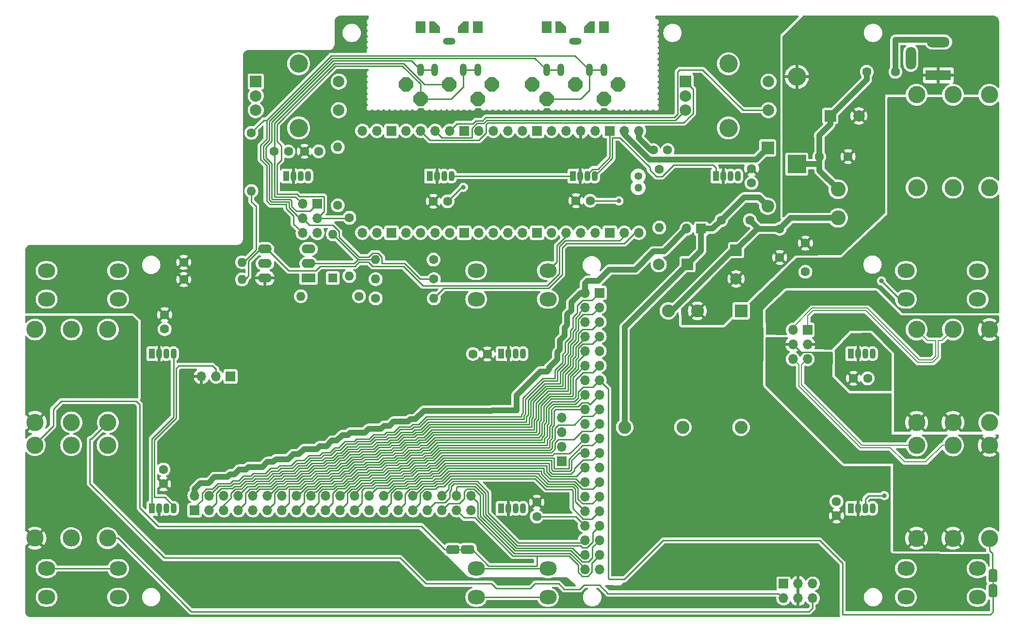
<source format=gbr>
%TF.GenerationSoftware,KiCad,Pcbnew,7.0.1.1-36-gbcf78dbe24-dirty-deb11*%
%TF.CreationDate,2023-04-24T19:27:53+00:00*%
%TF.ProjectId,pedalboard-hw,70656461-6c62-46f6-9172-642d68772e6b,2.0.0*%
%TF.SameCoordinates,Original*%
%TF.FileFunction,Copper,L1,Top*%
%TF.FilePolarity,Positive*%
%FSLAX46Y46*%
G04 Gerber Fmt 4.6, Leading zero omitted, Abs format (unit mm)*
G04 Created by KiCad (PCBNEW 7.0.1.1-36-gbcf78dbe24-dirty-deb11) date 2023-04-24 19:27:53*
%MOMM*%
%LPD*%
G01*
G04 APERTURE LIST*
G04 Aperture macros list*
%AMRoundRect*
0 Rectangle with rounded corners*
0 $1 Rounding radius*
0 $2 $3 $4 $5 $6 $7 $8 $9 X,Y pos of 4 corners*
0 Add a 4 corners polygon primitive as box body*
4,1,4,$2,$3,$4,$5,$6,$7,$8,$9,$2,$3,0*
0 Add four circle primitives for the rounded corners*
1,1,$1+$1,$2,$3*
1,1,$1+$1,$4,$5*
1,1,$1+$1,$6,$7*
1,1,$1+$1,$8,$9*
0 Add four rect primitives between the rounded corners*
20,1,$1+$1,$2,$3,$4,$5,0*
20,1,$1+$1,$4,$5,$6,$7,0*
20,1,$1+$1,$6,$7,$8,$9,0*
20,1,$1+$1,$8,$9,$2,$3,0*%
%AMOutline5P*
0 Free polygon, 5 corners , with rotation*
0 The origin of the aperture is its center*
0 number of corners: always 5*
0 $1 to $10 corner X, Y*
0 $11 Rotation angle, in degrees counterclockwise*
0 create outline with 5 corners*
4,1,5,$1,$2,$3,$4,$5,$6,$7,$8,$9,$10,$1,$2,$11*%
%AMOutline6P*
0 Free polygon, 6 corners , with rotation*
0 The origin of the aperture is its center*
0 number of corners: always 6*
0 $1 to $12 corner X, Y*
0 $13 Rotation angle, in degrees counterclockwise*
0 create outline with 6 corners*
4,1,6,$1,$2,$3,$4,$5,$6,$7,$8,$9,$10,$11,$12,$1,$2,$13*%
%AMOutline7P*
0 Free polygon, 7 corners , with rotation*
0 The origin of the aperture is its center*
0 number of corners: always 7*
0 $1 to $14 corner X, Y*
0 $15 Rotation angle, in degrees counterclockwise*
0 create outline with 7 corners*
4,1,7,$1,$2,$3,$4,$5,$6,$7,$8,$9,$10,$11,$12,$13,$14,$1,$2,$15*%
%AMOutline8P*
0 Free polygon, 8 corners , with rotation*
0 The origin of the aperture is its center*
0 number of corners: always 8*
0 $1 to $16 corner X, Y*
0 $17 Rotation angle, in degrees counterclockwise*
0 create outline with 8 corners*
4,1,8,$1,$2,$3,$4,$5,$6,$7,$8,$9,$10,$11,$12,$13,$14,$15,$16,$1,$2,$17*%
G04 Aperture macros list end*
%TA.AperFunction,EtchedComponent*%
%ADD10C,0.250000*%
%TD*%
%TA.AperFunction,ComponentPad*%
%ADD11C,1.600000*%
%TD*%
%TA.AperFunction,ComponentPad*%
%ADD12O,1.200000X2.200000*%
%TD*%
%TA.AperFunction,ComponentPad*%
%ADD13O,2.200000X1.200000*%
%TD*%
%TA.AperFunction,ComponentPad*%
%ADD14C,3.000000*%
%TD*%
%TA.AperFunction,ComponentPad*%
%ADD15R,4.400000X1.800000*%
%TD*%
%TA.AperFunction,ComponentPad*%
%ADD16O,4.000000X1.800000*%
%TD*%
%TA.AperFunction,ComponentPad*%
%ADD17O,1.800000X4.000000*%
%TD*%
%TA.AperFunction,ComponentPad*%
%ADD18O,1.600000X1.600000*%
%TD*%
%TA.AperFunction,ComponentPad*%
%ADD19R,1.070000X1.800000*%
%TD*%
%TA.AperFunction,ComponentPad*%
%ADD20O,1.070000X1.800000*%
%TD*%
%TA.AperFunction,ComponentPad*%
%ADD21R,2.250000X2.250000*%
%TD*%
%TA.AperFunction,ComponentPad*%
%ADD22C,2.250000*%
%TD*%
%TA.AperFunction,SMDPad,CuDef*%
%ADD23RoundRect,0.381000X-0.762000X-0.381000X0.762000X-0.381000X0.762000X0.381000X-0.762000X0.381000X0*%
%TD*%
%TA.AperFunction,ComponentPad*%
%ADD24R,1.700000X1.700000*%
%TD*%
%TA.AperFunction,ComponentPad*%
%ADD25O,1.700000X1.700000*%
%TD*%
%TA.AperFunction,ComponentPad*%
%ADD26O,3.000000X2.500000*%
%TD*%
%TA.AperFunction,ComponentPad*%
%ADD27R,2.400000X1.600000*%
%TD*%
%TA.AperFunction,ComponentPad*%
%ADD28O,2.400000X1.600000*%
%TD*%
%TA.AperFunction,ComponentPad*%
%ADD29C,2.600000*%
%TD*%
%TA.AperFunction,ComponentPad*%
%ADD30Outline8P,-1.250000X0.517767X-0.517767X1.250000X0.517767X1.250000X1.250000X0.517767X1.250000X-0.517767X0.517767X-1.250000X-0.517767X-1.250000X-1.250000X-0.517767X180.000000*%
%TD*%
%TA.AperFunction,ComponentPad*%
%ADD31Outline8P,-1.250000X0.517767X-0.517767X1.250000X0.517767X1.250000X1.250000X0.517767X1.250000X-0.517767X0.517767X-1.250000X-0.517767X-1.250000X-1.250000X-0.517767X270.000000*%
%TD*%
%TA.AperFunction,ComponentPad*%
%ADD32Outline5P,-0.900000X1.000000X0.900000X1.000000X0.900000X-0.100000X0.000000X-1.000000X-0.900000X-1.000000X180.000000*%
%TD*%
%TA.AperFunction,ComponentPad*%
%ADD33R,1.800000X2.000000*%
%TD*%
%TA.AperFunction,ComponentPad*%
%ADD34Outline5P,-0.900000X1.000000X0.900000X1.000000X0.900000X-1.000000X0.000000X-1.000000X-0.900000X-0.100000X180.000000*%
%TD*%
%TA.AperFunction,ComponentPad*%
%ADD35R,2.000000X2.000000*%
%TD*%
%TA.AperFunction,ComponentPad*%
%ADD36C,2.000000*%
%TD*%
%TA.AperFunction,ComponentPad*%
%ADD37C,3.200000*%
%TD*%
%TA.AperFunction,ComponentPad*%
%ADD38R,1.600000X1.600000*%
%TD*%
%TA.AperFunction,ComponentPad*%
%ADD39R,3.200000X3.200000*%
%TD*%
%TA.AperFunction,ComponentPad*%
%ADD40O,3.200000X3.200000*%
%TD*%
%TA.AperFunction,SMDPad,CuDef*%
%ADD41RoundRect,0.381000X-0.381000X0.762000X-0.381000X-0.762000X0.381000X-0.762000X0.381000X0.762000X0*%
%TD*%
%TA.AperFunction,ComponentPad*%
%ADD42R,2.200000X2.200000*%
%TD*%
%TA.AperFunction,ComponentPad*%
%ADD43O,2.200000X2.200000*%
%TD*%
%TA.AperFunction,ComponentPad*%
%ADD44C,1.350000*%
%TD*%
%TA.AperFunction,ComponentPad*%
%ADD45O,1.350000X1.350000*%
%TD*%
%TA.AperFunction,ViaPad*%
%ADD46C,0.800000*%
%TD*%
%TA.AperFunction,Conductor*%
%ADD47C,0.250000*%
%TD*%
%TA.AperFunction,Conductor*%
%ADD48C,1.000000*%
%TD*%
%TA.AperFunction,Conductor*%
%ADD49C,0.200000*%
%TD*%
G04 APERTURE END LIST*
D10*
%TO.C,F4*%
X95813000Y-113200000D02*
X96127000Y-113200000D01*
%TO.C,F5*%
X188930000Y-118949000D02*
X188930000Y-119263000D01*
%TD*%
D11*
%TO.P,C5,1*%
%TO.N,+3.3V*%
X146800000Y-46700000D03*
%TO.P,C5,2*%
%TO.N,GND*%
X146800000Y-49200000D03*
%TD*%
D12*
%TO.P,J16,R*%
%TO.N,Net-(J15-Pin_6)*%
X121000000Y-29500000D03*
%TO.P,J16,RN*%
X118500000Y-29500000D03*
D13*
%TO.P,J16,S*%
%TO.N,GND*%
X116000000Y-24500000D03*
D12*
%TO.P,J16,T*%
%TO.N,Net-(J15-Pin_4)*%
X111000000Y-29500000D03*
%TO.P,J16,TN*%
X113500000Y-29500000D03*
%TD*%
D14*
%TO.P,J12,R*%
%TO.N,unconnected-(J12-PadR)*%
X28050000Y-111200000D03*
%TO.P,J12,RN*%
%TO.N,unconnected-(J12-PadRN)*%
X28050000Y-94970000D03*
%TO.P,J12,S*%
%TO.N,/Audio/GND_out*%
X21700000Y-111200000D03*
%TO.P,J12,SN*%
%TO.N,Net-(F4-Pad1)*%
X21700000Y-94970000D03*
%TO.P,J12,T*%
%TO.N,Net-(J8-out_L)*%
X34400000Y-111200000D03*
%TO.P,J12,TN*%
%TO.N,unconnected-(J12-PadTN)*%
X34400000Y-94970000D03*
%TD*%
D11*
%TO.P,C16,1*%
%TO.N,/Power Supply/fused*%
X158637600Y-44600000D03*
%TO.P,C16,2*%
%TO.N,/Power Supply/power_input_gnd*%
X163637600Y-44600000D03*
%TD*%
D15*
%TO.P,J13,1*%
%TO.N,/Power Supply/power_input_gnd*%
X179400000Y-30400000D03*
D16*
%TO.P,J13,2*%
%TO.N,/Power Supply/unfused*%
X179400000Y-24600000D03*
D17*
%TO.P,J13,3*%
%TO.N,unconnected-(J13-Pad3)*%
X174600000Y-27400000D03*
%TD*%
D11*
%TO.P,L5,1,1*%
%TO.N,/MIDI/VBUS_FILTERED*%
X130700000Y-46820000D03*
D18*
%TO.P,L5,2,2*%
%TO.N,/VBUS*%
X130700000Y-56980000D03*
%TD*%
D19*
%TO.P,D3,1,DIN*%
%TO.N,Net-(D2-DOUT)*%
X115600000Y-48000000D03*
D20*
%TO.P,D3,2,VDD*%
%TO.N,+3.3V*%
X116870000Y-48000000D03*
%TO.P,D3,3,GND*%
%TO.N,GND*%
X118140000Y-48000000D03*
%TO.P,D3,4,DOUT*%
%TO.N,Net-(D3-DOUT)*%
X119410000Y-48000000D03*
%TD*%
D14*
%TO.P,J11,R*%
%TO.N,unconnected-(J11-PadR)*%
X28085000Y-91000000D03*
%TO.P,J11,RN*%
%TO.N,unconnected-(J11-PadRN)*%
X28085000Y-74770000D03*
%TO.P,J11,S*%
%TO.N,/Audio/GND_out*%
X21735000Y-91000000D03*
%TO.P,J11,SN*%
%TO.N,unconnected-(J11-PadSN)*%
X21735000Y-74770000D03*
%TO.P,J11,T*%
%TO.N,Net-(J8-out_R)*%
X34435000Y-91000000D03*
%TO.P,J11,TN*%
%TO.N,unconnected-(J11-PadTN)*%
X34435000Y-74770000D03*
%TD*%
D21*
%TO.P,PS1,1,CTRL*%
%TO.N,unconnected-(PS1-CTRL-Pad1)*%
X144960000Y-71520000D03*
D22*
%TO.P,PS1,2,GND*%
%TO.N,/Power Supply/power_input_gnd*%
X137340000Y-71520000D03*
%TO.P,PS1,3,VIN*%
%TO.N,/Power Supply/vin*%
X132260000Y-71520000D03*
%TO.P,PS1,4,+VO*%
%TO.N,+5VD*%
X124640000Y-91840000D03*
%TO.P,PS1,5,TRIM*%
%TO.N,unconnected-(PS1-TRIM-Pad5)*%
X134800000Y-91840000D03*
%TO.P,PS1,6,0V*%
%TO.N,GND*%
X144960000Y-91840000D03*
%TD*%
D14*
%TO.P,J10,R*%
%TO.N,/Audio/in_L-*%
X181950000Y-94995000D03*
%TO.P,J10,RN*%
%TO.N,/Audio/GND_in_L*%
X181950000Y-111225000D03*
%TO.P,J10,S*%
X188300000Y-94995000D03*
%TO.P,J10,SN*%
%TO.N,Net-(F5-Pad1)*%
X188300000Y-111225000D03*
%TO.P,J10,T*%
%TO.N,/Audio/in_L+*%
X175600000Y-94995000D03*
%TO.P,J10,TN*%
%TO.N,/Audio/GND_in_L*%
X175600000Y-111225000D03*
%TD*%
D23*
%TO.P,F4,1*%
%TO.N,Net-(F4-Pad1)*%
X94670000Y-113200000D03*
%TO.P,F4,2*%
%TO.N,/Audio/audio_out_stereo*%
X97270000Y-113200000D03*
%TD*%
D19*
%TO.P,D4,1,DIN*%
%TO.N,Net-(D3-DOUT)*%
X140600000Y-48000000D03*
D20*
%TO.P,D4,2,VDD*%
%TO.N,+3.3V*%
X141870000Y-48000000D03*
%TO.P,D4,3,GND*%
%TO.N,GND*%
X143140000Y-48000000D03*
%TO.P,D4,4,DOUT*%
%TO.N,Net-(D4-DOUT)*%
X144410000Y-48000000D03*
%TD*%
D11*
%TO.P,C10,1*%
%TO.N,+3.3V*%
X109310000Y-104930000D03*
%TO.P,C10,2*%
%TO.N,GND*%
X109310000Y-107430000D03*
%TD*%
D19*
%TO.P,D7,1,DIN*%
%TO.N,Net-(D6-DOUT)*%
X103100000Y-106000000D03*
D20*
%TO.P,D7,2,VDD*%
%TO.N,+3.3V*%
X104370000Y-106000000D03*
%TO.P,D7,3,GND*%
%TO.N,GND*%
X105640000Y-106000000D03*
%TO.P,D7,4,DOUT*%
%TO.N,Net-(D7-DOUT)*%
X106910000Y-106000000D03*
%TD*%
D24*
%TO.P,J7,1,3V3*%
%TO.N,Net-(J7-3V3-Pad1)*%
X49590000Y-106320000D03*
D25*
%TO.P,J7,2,5V*%
%TO.N,+5VP*%
X49590000Y-103780000D03*
%TO.P,J7,3,SDA/GPIO2*%
%TO.N,/Audio/conf_i2c_sda*%
X52130000Y-106320000D03*
%TO.P,J7,4,5V*%
%TO.N,Net-(J7-5V-Pad4)*%
X52130000Y-103780000D03*
%TO.P,J7,5,SCL/GPIO3*%
%TO.N,/Audio/conf_i2c_scl*%
X54670000Y-106320000D03*
%TO.P,J7,6,GND*%
%TO.N,GND*%
X54670000Y-103780000D03*
%TO.P,J7,7,GCLK0/GPIO4*%
%TO.N,Net-(J7-GCLK0{slash}GPIO4)*%
X57210000Y-106320000D03*
%TO.P,J7,8,GPIO14/TXD*%
%TO.N,/Audio/INT_MIDI_TX*%
X57210000Y-103780000D03*
%TO.P,J7,9,GND*%
%TO.N,GND*%
X59750000Y-106320000D03*
%TO.P,J7,10,GPIO15/RXD*%
%TO.N,/Audio/INT_MIDI_RX*%
X59750000Y-103780000D03*
%TO.P,J7,11,GPIO17*%
%TO.N,Net-(J7-GPIO17)*%
X62290000Y-106320000D03*
%TO.P,J7,12,GPIO18/PWM0*%
%TO.N,/Audio/audio_pcm_clk*%
X62290000Y-103780000D03*
%TO.P,J7,13,GPIO27*%
%TO.N,/Audio/audio_in_stereo*%
X64830000Y-106320000D03*
%TO.P,J7,14,GND*%
%TO.N,GND*%
X64830000Y-103780000D03*
%TO.P,J7,15,GPIO22*%
%TO.N,Net-(J7-GPIO22)*%
X67370000Y-106320000D03*
%TO.P,J7,16,GPIO23*%
%TO.N,Net-(J7-GPIO23)*%
X67370000Y-103780000D03*
%TO.P,J7,17,3V3*%
%TO.N,Net-(J7-3V3-Pad17)*%
X69910000Y-106320000D03*
%TO.P,J7,18,GPIO24*%
%TO.N,Net-(J7-GPIO24)*%
X69910000Y-103780000D03*
%TO.P,J7,19,MOSI0/GPIO10*%
%TO.N,Net-(J7-MOSI0{slash}GPIO10)*%
X72450000Y-106320000D03*
%TO.P,J7,20,GND*%
%TO.N,GND*%
X72450000Y-103780000D03*
%TO.P,J7,21,MISO0/GPIO9*%
%TO.N,Net-(J7-MISO0{slash}GPIO9)*%
X74990000Y-106320000D03*
%TO.P,J7,22,GPIO25*%
%TO.N,Net-(J7-GPIO25)*%
X74990000Y-103780000D03*
%TO.P,J7,23,SCLK0/GPIO11*%
%TO.N,Net-(J7-SCLK0{slash}GPIO11)*%
X77530000Y-106320000D03*
%TO.P,J7,24,~{CE0}/GPIO8*%
%TO.N,Net-(J7-~{CE0}{slash}GPIO8)*%
X77530000Y-103780000D03*
%TO.P,J7,25,GND*%
%TO.N,GND*%
X80070000Y-106320000D03*
%TO.P,J7,26,~{CE1}/GPIO7*%
%TO.N,Net-(J7-~{CE1}{slash}GPIO7)*%
X80070000Y-103780000D03*
%TO.P,J7,27,ID_SD/GPIO0*%
%TO.N,Net-(J7-ID_SD{slash}GPIO0)*%
X82610000Y-106320000D03*
%TO.P,J7,28,ID_SC/GPIO1*%
%TO.N,Net-(J7-ID_SC{slash}GPIO1)*%
X82610000Y-103780000D03*
%TO.P,J7,29,GCLK1/GPIO5*%
%TO.N,Net-(J7-GCLK1{slash}GPIO5)*%
X85150000Y-106320000D03*
%TO.P,J7,30,GND*%
%TO.N,GND*%
X85150000Y-103780000D03*
%TO.P,J7,31,GCLK2/GPIO6*%
%TO.N,Net-(J7-GCLK2{slash}GPIO6)*%
X87690000Y-106320000D03*
%TO.P,J7,32,PWM0/GPIO12*%
%TO.N,Net-(J7-PWM0{slash}GPIO12)*%
X87690000Y-103780000D03*
%TO.P,J7,33,PWM1/GPIO13*%
%TO.N,Net-(J7-PWM1{slash}GPIO13)*%
X90230000Y-106320000D03*
%TO.P,J7,34,GND*%
%TO.N,GND*%
X90230000Y-103780000D03*
%TO.P,J7,35,GPIO19/MISO1*%
%TO.N,/Audio/audio_pcm_fs*%
X92770000Y-106320000D03*
%TO.P,J7,36,GPIO16*%
%TO.N,Net-(J7-GPIO16)*%
X92770000Y-103780000D03*
%TO.P,J7,37,GPIO26*%
%TO.N,/Audio/audio_out_stereo*%
X95310000Y-106320000D03*
%TO.P,J7,38,GPIO20/MOSI1*%
%TO.N,/Audio/audio_pcm_din*%
X95310000Y-103780000D03*
%TO.P,J7,39,GND*%
%TO.N,GND*%
X97850000Y-106320000D03*
%TO.P,J7,40,GPIO21/SCLK1*%
%TO.N,/Audio/audio_pcm_dout*%
X97850000Y-103780000D03*
%TD*%
D11*
%TO.P,C11,1*%
%TO.N,+3.3V*%
X161620000Y-107300000D03*
%TO.P,C11,2*%
%TO.N,GND*%
X161620000Y-104800000D03*
%TD*%
%TO.P,C9,1*%
%TO.N,+3.3V*%
X44155000Y-101700000D03*
%TO.P,C9,2*%
%TO.N,GND*%
X44155000Y-99200000D03*
%TD*%
D26*
%TO.P,SW2,1,1*%
%TO.N,/MIDI/SW_E*%
X98750000Y-64500000D03*
X111250000Y-64500000D03*
%TO.P,SW2,2,2*%
%TO.N,GND*%
X98750000Y-69500000D03*
X111250000Y-69500000D03*
%TD*%
D19*
%TO.P,D9,1,DIN*%
%TO.N,Net-(D8-DOUT)*%
X42100000Y-79000000D03*
D20*
%TO.P,D9,2,VDD*%
%TO.N,+3.3V*%
X43370000Y-79000000D03*
%TO.P,D9,3,GND*%
%TO.N,GND*%
X44640000Y-79000000D03*
%TO.P,D9,4,DOUT*%
%TO.N,Net-(D10-DIN)*%
X45910000Y-79000000D03*
%TD*%
D11*
%TO.P,R5,1*%
%TO.N,/MIDI/RGB_DATA*%
X74575000Y-53105000D03*
D18*
%TO.P,R5,2*%
%TO.N,Net-(D1-DIN)*%
X74575000Y-42945000D03*
%TD*%
D27*
%TO.P,U2,1*%
%TO.N,Net-(D11-K)*%
X69475000Y-65800000D03*
D28*
%TO.P,U2,2*%
%TO.N,Net-(D11-A)*%
X69475000Y-63260000D03*
%TO.P,U2,3*%
%TO.N,unconnected-(U2-Pad3)*%
X69475000Y-60720000D03*
%TO.P,U2,4*%
%TO.N,/MIDI/EXT_MIDI_RX*%
X61855000Y-60720000D03*
%TO.P,U2,5*%
%TO.N,GND*%
X61855000Y-63260000D03*
%TO.P,U2,6*%
%TO.N,+3.3V*%
X61855000Y-65800000D03*
%TD*%
D29*
%TO.P,L6,1,1*%
%TO.N,/Power Supply/fused*%
X161900000Y-50300000D03*
%TO.P,L6,2,2*%
%TO.N,/Power Supply/vin*%
X161900000Y-55300000D03*
%TD*%
D14*
%TO.P,J3,R*%
%TO.N,Net-(U1-GPIO28_ADC2)*%
X181965000Y-33800000D03*
%TO.P,J3,RN*%
%TO.N,Net-(U1-AGND)*%
X181965000Y-50030000D03*
%TO.P,J3,S*%
X188315000Y-33800000D03*
%TO.P,J3,SN*%
%TO.N,unconnected-(J3-PadSN)*%
X188315000Y-50030000D03*
%TO.P,J3,T*%
%TO.N,Net-(U1-ADC_VREF)*%
X175615000Y-33800000D03*
%TO.P,J3,TN*%
%TO.N,unconnected-(J3-PadTN)*%
X175615000Y-50030000D03*
%TD*%
D11*
%TO.P,C1,1*%
%TO.N,Net-(J15-Pin_2)*%
X63475000Y-43700000D03*
%TO.P,C1,2*%
%TO.N,GND*%
X65975000Y-43700000D03*
%TD*%
D30*
%TO.P,J1,1*%
%TO.N,unconnected-(J1-Pad1)*%
X108500000Y-32000000D03*
D31*
%TO.P,J1,2*%
%TO.N,GND*%
X116000000Y-32000000D03*
D30*
%TO.P,J1,3*%
%TO.N,unconnected-(J1-Pad3)*%
X123500000Y-32000000D03*
%TO.P,J1,4*%
%TO.N,Net-(J15-Pin_6)*%
X111000000Y-34500000D03*
%TO.P,J1,5*%
%TO.N,Net-(J15-Pin_4)*%
X121000000Y-34500000D03*
D32*
%TO.P,J1,PE*%
%TO.N,N/C*%
X118500000Y-22000000D03*
D33*
%TO.P,J1,PE1*%
X121000000Y-22000000D03*
%TO.P,J1,PE2*%
X111000000Y-22000000D03*
D34*
%TO.P,J1,PE@*%
X113500000Y-22000000D03*
%TD*%
D19*
%TO.P,D2,1,DIN*%
%TO.N,Net-(D1-DOUT)*%
X90600000Y-48000000D03*
D20*
%TO.P,D2,2,VDD*%
%TO.N,+3.3V*%
X91870000Y-48000000D03*
%TO.P,D2,3,GND*%
%TO.N,GND*%
X93140000Y-48000000D03*
%TO.P,D2,4,DOUT*%
%TO.N,Net-(D2-DOUT)*%
X94410000Y-48000000D03*
%TD*%
D35*
%TO.P,SW7,A,A*%
%TO.N,/MIDI/ROT_VOL_A*%
X60250000Y-31500000D03*
D36*
%TO.P,SW7,B,B*%
%TO.N,/MIDI/ROT_VOL_B*%
X60250000Y-36500000D03*
%TO.P,SW7,C,C*%
%TO.N,GND*%
X60250000Y-34000000D03*
D37*
%TO.P,SW7,MP*%
%TO.N,N/C*%
X67750000Y-28400000D03*
X67750000Y-39600000D03*
D36*
%TO.P,SW7,S1,S1*%
%TO.N,/MIDI/SW_VOL*%
X74750000Y-36500000D03*
%TO.P,SW7,S2,S2*%
%TO.N,GND*%
X74750000Y-31500000D03*
%TD*%
D11*
%TO.P,C2,1*%
%TO.N,+3.3V*%
X68750000Y-43675000D03*
%TO.P,C2,2*%
%TO.N,GND*%
X71250000Y-43675000D03*
%TD*%
%TO.P,C8,1*%
%TO.N,+3.3V*%
X164570000Y-83300000D03*
%TO.P,C8,2*%
%TO.N,GND*%
X167070000Y-83300000D03*
%TD*%
D35*
%TO.P,C14,1*%
%TO.N,/Power Supply/vin*%
X144100000Y-60932323D03*
D36*
%TO.P,C14,2*%
%TO.N,/Power Supply/power_input_gnd*%
X144100000Y-65932323D03*
%TD*%
D11*
%TO.P,R1,1*%
%TO.N,Net-(L1-Pad2)*%
X78280000Y-68980000D03*
D18*
%TO.P,R1,2*%
%TO.N,Net-(D11-K)*%
X68120000Y-68980000D03*
%TD*%
D35*
%TO.P,C15,1*%
%TO.N,+5VD*%
X135600000Y-63400000D03*
D36*
%TO.P,C15,2*%
%TO.N,GND*%
X130600000Y-63400000D03*
%TD*%
D19*
%TO.P,D1,1,DIN*%
%TO.N,Net-(D1-DIN)*%
X65600000Y-48000000D03*
D20*
%TO.P,D1,2,VDD*%
%TO.N,+3.3V*%
X66870000Y-48000000D03*
%TO.P,D1,3,GND*%
%TO.N,GND*%
X68140000Y-48000000D03*
%TO.P,D1,4,DOUT*%
%TO.N,Net-(D1-DOUT)*%
X69410000Y-48000000D03*
%TD*%
D11*
%TO.P,C3,1*%
%TO.N,+3.3V*%
X91250000Y-52400000D03*
%TO.P,C3,2*%
%TO.N,GND*%
X93750000Y-52400000D03*
%TD*%
D14*
%TO.P,J9,R*%
%TO.N,/Audio/in_R-*%
X181950000Y-74780000D03*
%TO.P,J9,RN*%
%TO.N,/Audio/GND_in_R*%
X181950000Y-91010000D03*
%TO.P,J9,S*%
X188300000Y-74780000D03*
%TO.P,J9,SN*%
%TO.N,unconnected-(J9-PadSN)*%
X188300000Y-91010000D03*
%TO.P,J9,T*%
%TO.N,/Audio/in_R+*%
X175600000Y-74780000D03*
%TO.P,J9,TN*%
%TO.N,/Audio/GND_in_R*%
X175600000Y-91010000D03*
%TD*%
D26*
%TO.P,SW1,1,1*%
%TO.N,/MIDI/SW_D*%
X23750000Y-64500000D03*
X36250000Y-64500000D03*
%TO.P,SW1,2,2*%
%TO.N,GND*%
X23750000Y-69500000D03*
X36250000Y-69500000D03*
%TD*%
D11*
%TO.P,C12,1*%
%TO.N,/MIDI/VBUS_FILTERED*%
X129650000Y-43470000D03*
%TO.P,C12,2*%
%TO.N,GND*%
X132150000Y-43470000D03*
%TD*%
%TO.P,R3,1*%
%TO.N,+3.3V*%
X47695000Y-63050000D03*
D18*
%TO.P,R3,2*%
%TO.N,Net-(L3-Pad2)*%
X57855000Y-63050000D03*
%TD*%
D35*
%TO.P,C13,1*%
%TO.N,/Power Supply/fused*%
X160532323Y-37500000D03*
D36*
%TO.P,C13,2*%
%TO.N,/Power Supply/power_input_gnd*%
X165532323Y-37500000D03*
%TD*%
D19*
%TO.P,D5,1,DIN*%
%TO.N,Net-(D4-DOUT)*%
X164100000Y-79000000D03*
D20*
%TO.P,D5,2,VDD*%
%TO.N,+3.3V*%
X165370000Y-79000000D03*
%TO.P,D5,3,GND*%
%TO.N,GND*%
X166640000Y-79000000D03*
%TO.P,D5,4,DOUT*%
%TO.N,Net-(D5-DOUT)*%
X167910000Y-79000000D03*
%TD*%
D11*
%TO.P,R4,1*%
%TO.N,Net-(L4-Pad2)*%
X81190000Y-69340000D03*
D18*
%TO.P,R4,2*%
%TO.N,/MIDI/EXT_MIDI_TX*%
X91350000Y-69340000D03*
%TD*%
D19*
%TO.P,D10,1,DIN*%
%TO.N,Net-(D10-DIN)*%
X42100000Y-106000000D03*
D20*
%TO.P,D10,2,VDD*%
%TO.N,+3.3V*%
X43370000Y-106000000D03*
%TO.P,D10,3,GND*%
%TO.N,GND*%
X44640000Y-106000000D03*
%TO.P,D10,4,DOUT*%
%TO.N,Net-(D10-DOUT)*%
X45910000Y-106000000D03*
%TD*%
D11*
%TO.P,L1,1,1*%
%TO.N,Net-(J15-Pin_3)*%
X76600000Y-55270000D03*
D18*
%TO.P,L1,2,2*%
%TO.N,Net-(L1-Pad2)*%
X76600000Y-65430000D03*
%TD*%
D11*
%TO.P,C18,1*%
%TO.N,/Power Supply/vin*%
X146500000Y-55700000D03*
%TO.P,C18,2*%
%TO.N,+5VD*%
X141500000Y-55700000D03*
%TD*%
D38*
%TO.P,D11,1,K*%
%TO.N,Net-(D11-K)*%
X73700000Y-65775000D03*
D18*
%TO.P,D11,2,A*%
%TO.N,Net-(D11-A)*%
X73700000Y-58155000D03*
%TD*%
D11*
%TO.P,C4,1*%
%TO.N,+3.3V*%
X116150000Y-52300000D03*
%TO.P,C4,2*%
%TO.N,GND*%
X118650000Y-52300000D03*
%TD*%
D39*
%TO.P,D12,1,K*%
%TO.N,/Power Supply/fused*%
X154700000Y-45900000D03*
D40*
%TO.P,D12,2,A*%
%TO.N,/Power Supply/power_input_gnd*%
X154700000Y-30660000D03*
%TD*%
D11*
%TO.P,L2,1,1*%
%TO.N,Net-(J15-Pin_1)*%
X91280000Y-62575000D03*
D18*
%TO.P,L2,2,2*%
%TO.N,Net-(D11-A)*%
X81120000Y-62575000D03*
%TD*%
D11*
%TO.P,F1,1*%
%TO.N,/Power Supply/unfused*%
X171900000Y-29800000D03*
%TO.P,F1,2*%
%TO.N,/Power Supply/fused*%
X166900000Y-29800000D03*
%TD*%
%TO.P,C17,1*%
%TO.N,/Power Supply/vin*%
X151700000Y-57200000D03*
%TO.P,C17,2*%
%TO.N,/Power Supply/power_input_gnd*%
X151700000Y-62200000D03*
%TD*%
D19*
%TO.P,D6,1,DIN*%
%TO.N,Net-(D5-DOUT)*%
X164100000Y-106000000D03*
D20*
%TO.P,D6,2,VDD*%
%TO.N,+3.3V*%
X165370000Y-106000000D03*
%TO.P,D6,3,GND*%
%TO.N,GND*%
X166640000Y-106000000D03*
%TO.P,D6,4,DOUT*%
%TO.N,Net-(D6-DOUT)*%
X167910000Y-106000000D03*
%TD*%
D26*
%TO.P,SW6,1,1*%
%TO.N,/MIDI/SW_C*%
X173750000Y-116500000D03*
X186250000Y-116500000D03*
%TO.P,SW6,2,2*%
%TO.N,GND*%
X173750000Y-121500000D03*
X186250000Y-121500000D03*
%TD*%
%TO.P,SW3,1,1*%
%TO.N,/MIDI/SW_F*%
X173750000Y-64500000D03*
X186250000Y-64500000D03*
%TO.P,SW3,2,2*%
%TO.N,GND*%
X173750000Y-69500000D03*
X186250000Y-69500000D03*
%TD*%
D11*
%TO.P,C7,1*%
%TO.N,+3.3V*%
X100670000Y-79050000D03*
%TO.P,C7,2*%
%TO.N,GND*%
X98170000Y-79050000D03*
%TD*%
D26*
%TO.P,SW4,1,1*%
%TO.N,/MIDI/SW_A*%
X23750000Y-116500000D03*
X36250000Y-116500000D03*
%TO.P,SW4,2,2*%
%TO.N,GND*%
X23750000Y-121500000D03*
X36250000Y-121500000D03*
%TD*%
D11*
%TO.P,L4,1,1*%
%TO.N,Net-(J15-Pin_4)*%
X91350000Y-65980000D03*
D18*
%TO.P,L4,2,2*%
%TO.N,Net-(L4-Pad2)*%
X81190000Y-65980000D03*
%TD*%
D35*
%TO.P,SW8,A,A*%
%TO.N,/MIDI/ROT_GAIN_A*%
X135250000Y-31500000D03*
D36*
%TO.P,SW8,B,B*%
%TO.N,/MIDI/ROT_GAIN_B*%
X135250000Y-36500000D03*
%TO.P,SW8,C,C*%
%TO.N,GND*%
X135250000Y-34000000D03*
D37*
%TO.P,SW8,MP*%
%TO.N,N/C*%
X142750000Y-28400000D03*
X142750000Y-39600000D03*
D36*
%TO.P,SW8,S1,S1*%
%TO.N,/MIDI/SW_GAIN*%
X149750000Y-36500000D03*
%TO.P,SW8,S2,S2*%
%TO.N,GND*%
X149750000Y-31500000D03*
%TD*%
D11*
%TO.P,R2,1*%
%TO.N,+3.3V*%
X47695000Y-66050000D03*
D18*
%TO.P,R2,2*%
%TO.N,/MIDI/EXT_MIDI_RX*%
X57855000Y-66050000D03*
%TD*%
D26*
%TO.P,SW5,1,1*%
%TO.N,/MIDI/SW_B*%
X98750000Y-116500000D03*
X111250000Y-116500000D03*
%TO.P,SW5,2,2*%
%TO.N,GND*%
X98750000Y-121500000D03*
X111250000Y-121500000D03*
%TD*%
D11*
%TO.P,C19,1*%
%TO.N,GND*%
X156200000Y-64700000D03*
%TO.P,C19,2*%
%TO.N,/Power Supply/power_input_gnd*%
X156200000Y-59700000D03*
%TD*%
D30*
%TO.P,J2,1*%
%TO.N,unconnected-(J2-Pad1)*%
X86505500Y-32000000D03*
D31*
%TO.P,J2,2*%
%TO.N,Net-(J15-Pin_2)*%
X94005500Y-32000000D03*
D30*
%TO.P,J2,3*%
%TO.N,unconnected-(J2-Pad3)*%
X101505500Y-32000000D03*
%TO.P,J2,4*%
%TO.N,Net-(J15-Pin_3)*%
X89005500Y-34500000D03*
%TO.P,J2,5*%
%TO.N,Net-(J15-Pin_1)*%
X99005500Y-34500000D03*
D32*
%TO.P,J2,PE*%
%TO.N,N/C*%
X96505500Y-22000000D03*
D33*
%TO.P,J2,PE1*%
X99005500Y-22000000D03*
%TO.P,J2,PE2*%
X89005500Y-22000000D03*
D34*
%TO.P,J2,PE@*%
X91505500Y-22000000D03*
%TD*%
D11*
%TO.P,C6,1*%
%TO.N,+3.3V*%
X44355000Y-72200000D03*
%TO.P,C6,2*%
%TO.N,GND*%
X44355000Y-74700000D03*
%TD*%
D41*
%TO.P,F5,1*%
%TO.N,Net-(F5-Pad1)*%
X188930000Y-117806000D03*
%TO.P,F5,2*%
%TO.N,/Audio/audio_in_stereo*%
X188930000Y-120406000D03*
%TD*%
D42*
%TO.P,D13,1,K*%
%TO.N,/MIDI/VSYS*%
X149606000Y-43078400D03*
D43*
%TO.P,D13,2,A*%
%TO.N,+5VD*%
X149606000Y-53238400D03*
%TD*%
D19*
%TO.P,D8,1,DIN*%
%TO.N,Net-(D7-DOUT)*%
X103100000Y-79000000D03*
D20*
%TO.P,D8,2,VDD*%
%TO.N,+3.3V*%
X104370000Y-79000000D03*
%TO.P,D8,3,GND*%
%TO.N,GND*%
X105640000Y-79000000D03*
%TO.P,D8,4,DOUT*%
%TO.N,Net-(D8-DOUT)*%
X106910000Y-79000000D03*
%TD*%
D11*
%TO.P,L3,1,1*%
%TO.N,Net-(J15-Pin_6)*%
X59500000Y-40445000D03*
D18*
%TO.P,L3,2,2*%
%TO.N,Net-(L3-Pad2)*%
X59500000Y-50605000D03*
%TD*%
D12*
%TO.P,J17,R*%
%TO.N,Net-(J15-Pin_3)*%
X99000000Y-29500000D03*
%TO.P,J17,RN*%
X96500000Y-29500000D03*
D13*
%TO.P,J17,S*%
%TO.N,Net-(J15-Pin_2)*%
X94000000Y-24500000D03*
D12*
%TO.P,J17,T*%
%TO.N,Net-(J15-Pin_1)*%
X89000000Y-29500000D03*
%TO.P,J17,TN*%
X91500000Y-29500000D03*
%TD*%
D24*
%TO.P,J6,1,VBUS*%
%TO.N,/VBUS*%
X113625000Y-97780000D03*
D25*
%TO.P,J6,2,D-*%
%TO.N,/Audio/USB_DN*%
X113625000Y-95240000D03*
%TO.P,J6,3,D+*%
%TO.N,/Audio/USB_DP*%
X113625000Y-92700000D03*
%TO.P,J6,4,GND*%
%TO.N,GND*%
X113625000Y-90160000D03*
%TD*%
D24*
%TO.P,J14,1,Pin_1*%
%TO.N,+5VD*%
X138000000Y-57175000D03*
D25*
%TO.P,J14,2,Pin_2*%
%TO.N,+5VP*%
X135460000Y-57175000D03*
%TD*%
D44*
%TO.P,J5,1,Pin_1*%
%TO.N,/Audio/USB_DN*%
X127000000Y-48000000D03*
D45*
%TO.P,J5,2,Pin_2*%
%TO.N,/Audio/USB_DP*%
X127000000Y-50000000D03*
%TD*%
D25*
%TO.P,U1,1,GPIO0*%
%TO.N,/MIDI/EXT_MIDI_TX*%
X127130000Y-57890000D03*
%TO.P,U1,2,GPIO1*%
%TO.N,/MIDI/EXT_MIDI_RX*%
X124590000Y-57890000D03*
D24*
%TO.P,U1,3,GND*%
%TO.N,GND*%
X122050000Y-57890000D03*
D25*
%TO.P,U1,4,GPIO2*%
%TO.N,/MIDI/SW_C*%
X119510000Y-57890000D03*
%TO.P,U1,5,GPIO3*%
%TO.N,/MIDI/SW_F*%
X116970000Y-57890000D03*
%TO.P,U1,6,GPIO4*%
%TO.N,/MIDI/SW_E*%
X114430000Y-57890000D03*
%TO.P,U1,7,GPIO5*%
%TO.N,/MIDI/SW_B*%
X111890000Y-57890000D03*
D24*
%TO.P,U1,8,GND*%
%TO.N,GND*%
X109350000Y-57890000D03*
D25*
%TO.P,U1,9,GPIO6*%
%TO.N,/MIDI/SW_A*%
X106810000Y-57890000D03*
%TO.P,U1,10,GPIO7*%
%TO.N,/MIDI/SW_D*%
X104270000Y-57890000D03*
%TO.P,U1,11,GPIO8*%
%TO.N,Net-(U1-GPIO8)*%
X101730000Y-57890000D03*
%TO.P,U1,12,GPIO9*%
%TO.N,Net-(U1-GPIO9)*%
X99190000Y-57890000D03*
D24*
%TO.P,U1,13,GND*%
%TO.N,GND*%
X96650000Y-57890000D03*
D25*
%TO.P,U1,14,GPIO10*%
%TO.N,unconnected-(U1-GPIO10-Pad14)*%
X94110000Y-57890000D03*
%TO.P,U1,15,GPIO11*%
%TO.N,/MIDI/RGB_DATA*%
X91570000Y-57890000D03*
%TO.P,U1,16,GPIO12*%
%TO.N,unconnected-(U1-GPIO12-Pad16)*%
X89030000Y-57890000D03*
%TO.P,U1,17,GPIO13*%
%TO.N,unconnected-(U1-GPIO13-Pad17)*%
X86490000Y-57890000D03*
D24*
%TO.P,U1,18,GND*%
%TO.N,GND*%
X83950000Y-57890000D03*
D25*
%TO.P,U1,19,GPIO14*%
%TO.N,unconnected-(U1-GPIO14-Pad19)*%
X81410000Y-57890000D03*
%TO.P,U1,20,GPIO15*%
%TO.N,unconnected-(U1-GPIO15-Pad20)*%
X78870000Y-57890000D03*
%TO.P,U1,21,GPIO16*%
%TO.N,/MIDI/ROT_VOL_A*%
X78870000Y-40110000D03*
%TO.P,U1,22,GPIO17*%
%TO.N,/MIDI/ROT_VOL_B*%
X81410000Y-40110000D03*
D24*
%TO.P,U1,23,GND*%
%TO.N,GND*%
X83950000Y-40110000D03*
D25*
%TO.P,U1,24,GPIO18*%
%TO.N,/MIDI/SW_VOL*%
X86490000Y-40110000D03*
%TO.P,U1,25,GPIO19*%
%TO.N,/MIDI/ROT_GAIN_A*%
X89030000Y-40110000D03*
%TO.P,U1,26,GPIO20*%
%TO.N,/MIDI/ROT_GAIN_B*%
X91570000Y-40110000D03*
%TO.P,U1,27,GPIO21*%
%TO.N,/MIDI/SW_GAIN*%
X94110000Y-40110000D03*
D24*
%TO.P,U1,28,GND*%
%TO.N,GND*%
X96650000Y-40110000D03*
D25*
%TO.P,U1,29,GPIO22*%
%TO.N,unconnected-(U1-GPIO22-Pad29)*%
X99190000Y-40110000D03*
%TO.P,U1,30,RUN*%
%TO.N,unconnected-(U1-RUN-Pad30)*%
X101730000Y-40110000D03*
%TO.P,U1,31,GPIO26_ADC0*%
%TO.N,unconnected-(U1-GPIO26_ADC0-Pad31)*%
X104270000Y-40110000D03*
%TO.P,U1,32,GPIO27_ADC1*%
%TO.N,unconnected-(U1-GPIO27_ADC1-Pad32)*%
X106810000Y-40110000D03*
D24*
%TO.P,U1,33,AGND*%
%TO.N,Net-(U1-AGND)*%
X109350000Y-40110000D03*
D25*
%TO.P,U1,34,GPIO28_ADC2*%
%TO.N,Net-(U1-GPIO28_ADC2)*%
X111890000Y-40110000D03*
%TO.P,U1,35,ADC_VREF*%
%TO.N,Net-(U1-ADC_VREF)*%
X114430000Y-40110000D03*
%TO.P,U1,36,3V3*%
%TO.N,+3.3V*%
X116970000Y-40110000D03*
%TO.P,U1,37,3V3_EN*%
%TO.N,unconnected-(U1-3V3_EN-Pad37)*%
X119510000Y-40110000D03*
D24*
%TO.P,U1,38,GND*%
%TO.N,GND*%
X122050000Y-40110000D03*
D25*
%TO.P,U1,39,VSYS*%
%TO.N,/MIDI/VSYS*%
X124590000Y-40110000D03*
%TO.P,U1,40,VBUS*%
%TO.N,/MIDI/VBUS_FILTERED*%
X127130000Y-40110000D03*
%TD*%
D24*
%TO.P,J4,1,Pin_1*%
%TO.N,GND*%
X55865000Y-82962600D03*
D25*
%TO.P,J4,2,Pin_2*%
%TO.N,Net-(D10-DOUT)*%
X53325000Y-82962600D03*
%TO.P,J4,3,Pin_3*%
%TO.N,+3.3V*%
X50785000Y-82962600D03*
%TD*%
D24*
%TO.P,J8,1,3V3*%
%TO.N,Net-(J7-3V3-Pad1)*%
X120250000Y-68375600D03*
D25*
%TO.P,J8,2,5V*%
%TO.N,+5VP*%
X117710000Y-68375600D03*
%TO.P,J8,3,SDA/GPIO2*%
%TO.N,/Audio/conf_i2c_sda*%
X120250000Y-70915600D03*
%TO.P,J8,4,5V*%
%TO.N,Net-(J7-5V-Pad4)*%
X117710000Y-70915600D03*
%TO.P,J8,5,SCL/GPIO3*%
%TO.N,/Audio/conf_i2c_scl*%
X120250000Y-73455600D03*
%TO.P,J8,6,GND*%
%TO.N,GND*%
X117710000Y-73455600D03*
%TO.P,J8,7,GCLK0/GPIO4*%
%TO.N,Net-(J7-GCLK0{slash}GPIO4)*%
X120250000Y-75995600D03*
%TO.P,J8,8,GPIO14/TXD*%
%TO.N,/Audio/INT_MIDI_TX*%
X117710000Y-75995600D03*
%TO.P,J8,9,GND*%
%TO.N,GND*%
X120250000Y-78535600D03*
%TO.P,J8,10,GPIO15/RXD*%
%TO.N,/Audio/INT_MIDI_RX*%
X117710000Y-78535600D03*
%TO.P,J8,11,GPIO17*%
%TO.N,Net-(J7-GPIO17)*%
X120250000Y-81075600D03*
%TO.P,J8,12,GPIO18/PWM0*%
%TO.N,/Audio/audio_pcm_clk*%
X117710000Y-81075600D03*
%TO.P,J8,13,GPIO27*%
%TO.N,/Audio/audio_in_stereo*%
X120250000Y-83615600D03*
%TO.P,J8,14,GND*%
%TO.N,GND*%
X117710000Y-83615600D03*
%TO.P,J8,15,GPIO22*%
%TO.N,Net-(J7-GPIO22)*%
X120250000Y-86155600D03*
%TO.P,J8,16,GPIO23*%
%TO.N,Net-(J7-GPIO23)*%
X117710000Y-86155600D03*
%TO.P,J8,17,3V3*%
%TO.N,Net-(J7-3V3-Pad17)*%
X120250000Y-88695600D03*
%TO.P,J8,18,GPIO24*%
%TO.N,Net-(J7-GPIO24)*%
X117710000Y-88695600D03*
%TO.P,J8,19,MOSI0/GPIO10*%
%TO.N,Net-(J7-MOSI0{slash}GPIO10)*%
X120250000Y-91235600D03*
%TO.P,J8,20,GND*%
%TO.N,GND*%
X117710000Y-91235600D03*
%TO.P,J8,21,MISO0/GPIO9*%
%TO.N,Net-(J7-MISO0{slash}GPIO9)*%
X120250000Y-93775600D03*
%TO.P,J8,22,GPIO25*%
%TO.N,Net-(J7-GPIO25)*%
X117710000Y-93775600D03*
%TO.P,J8,23,SCLK0/GPIO11*%
%TO.N,Net-(J7-SCLK0{slash}GPIO11)*%
X120250000Y-96315600D03*
%TO.P,J8,24,~{CE0}/GPIO8*%
%TO.N,Net-(J7-~{CE0}{slash}GPIO8)*%
X117710000Y-96315600D03*
%TO.P,J8,25,GND*%
%TO.N,GND*%
X120250000Y-98855600D03*
%TO.P,J8,26,~{CE1}/GPIO7*%
%TO.N,Net-(J7-~{CE1}{slash}GPIO7)*%
X117710000Y-98855600D03*
%TO.P,J8,27,ID_SD/GPIO0*%
%TO.N,Net-(J7-ID_SD{slash}GPIO0)*%
X120250000Y-101395600D03*
%TO.P,J8,28,ID_SC/GPIO1*%
%TO.N,Net-(J7-ID_SC{slash}GPIO1)*%
X117710000Y-101395600D03*
%TO.P,J8,29,GCLK1/GPIO5*%
%TO.N,Net-(J7-GCLK1{slash}GPIO5)*%
X120250000Y-103935600D03*
%TO.P,J8,30,GND*%
%TO.N,GND*%
X117710000Y-103935600D03*
%TO.P,J8,31,GCLK2/GPIO6*%
%TO.N,Net-(J7-GCLK2{slash}GPIO6)*%
X120250000Y-106475600D03*
%TO.P,J8,32,PWM0/GPIO12*%
%TO.N,Net-(J7-PWM0{slash}GPIO12)*%
X117710000Y-106475600D03*
%TO.P,J8,33,PWM1/GPIO13*%
%TO.N,Net-(J7-PWM1{slash}GPIO13)*%
X120250000Y-109015600D03*
%TO.P,J8,34,GND*%
%TO.N,GND*%
X117710000Y-109015600D03*
%TO.P,J8,35,GPIO19/MISO1*%
%TO.N,/Audio/audio_pcm_fs*%
X120250000Y-111555600D03*
%TO.P,J8,36,GPIO16*%
%TO.N,Net-(J7-GPIO16)*%
X117710000Y-111555600D03*
%TO.P,J8,37,GPIO26*%
%TO.N,/Audio/audio_out_stereo*%
X120250000Y-114095600D03*
%TO.P,J8,38,GPIO20/MOSI1*%
%TO.N,/Audio/audio_pcm_din*%
X117710000Y-114095600D03*
%TO.P,J8,39,GND*%
%TO.N,GND*%
X120250000Y-116635600D03*
%TO.P,J8,40,GPIO21/SCLK1*%
%TO.N,/Audio/audio_pcm_dout*%
X117710000Y-116635600D03*
D24*
%TO.P,J8,41,in_R-*%
%TO.N,/Audio/in_R-*%
X156555000Y-74845600D03*
D25*
%TO.P,J8,42,in_R+*%
%TO.N,/Audio/in_R+*%
X154015000Y-74845600D03*
%TO.P,J8,43,in_GND*%
%TO.N,/Audio/GND_in_R*%
X156555000Y-77385600D03*
%TO.P,J8,44,in_GND*%
%TO.N,/Audio/GND_in_L*%
X154015000Y-77385600D03*
%TO.P,J8,45,in_L+*%
%TO.N,/Audio/in_L+*%
X156555000Y-79925600D03*
%TO.P,J8,46,in_L-*%
%TO.N,/Audio/in_L-*%
X154015000Y-79925600D03*
D24*
%TO.P,J8,47,out_5V*%
%TO.N,unconnected-(J8-out_5V-Pad47)*%
X152380000Y-119150600D03*
D25*
%TO.P,J8,48,out_R*%
%TO.N,Net-(J8-out_R)*%
X152380000Y-121690600D03*
%TO.P,J8,49,out_GND*%
%TO.N,/Audio/GND_out*%
X154920000Y-119150600D03*
%TO.P,J8,50,out_GND*%
X154920000Y-121690600D03*
%TO.P,J8,51,out_5V*%
%TO.N,unconnected-(J8-out_5V-Pad51)*%
X157460000Y-119150600D03*
%TO.P,J8,52,out_L*%
%TO.N,Net-(J8-out_L)*%
X157460000Y-121690600D03*
%TD*%
D24*
%TO.P,J15,1,Pin_1*%
%TO.N,Net-(J15-Pin_1)*%
X71000000Y-52850000D03*
D25*
%TO.P,J15,2,Pin_2*%
%TO.N,Net-(J15-Pin_2)*%
X68460000Y-52850000D03*
%TO.P,J15,3,Pin_3*%
%TO.N,Net-(J15-Pin_3)*%
X71000000Y-55390000D03*
%TO.P,J15,4,Pin_4*%
%TO.N,Net-(J15-Pin_4)*%
X68460000Y-55390000D03*
%TO.P,J15,5,Pin_5*%
%TO.N,GND*%
X71000000Y-57930000D03*
%TO.P,J15,6,Pin_6*%
%TO.N,Net-(J15-Pin_6)*%
X68460000Y-57930000D03*
%TD*%
D46*
%TO.N,GND*%
X169976800Y-103784400D03*
X169468800Y-66294000D03*
X96500000Y-49950000D03*
X123650000Y-52324000D03*
%TO.N,/Audio/GND_in_L*%
X178800000Y-93800000D03*
%TD*%
D47*
%TO.N,GND*%
X167233600Y-103784400D02*
X166640000Y-104378000D01*
X96200000Y-49950000D02*
X96500000Y-49950000D01*
X98750000Y-121500000D02*
X111250000Y-121500000D01*
X169468800Y-66294000D02*
X172674800Y-69500000D01*
X169976800Y-103784400D02*
X167233600Y-103784400D01*
X93750000Y-52400000D02*
X96200000Y-49950000D01*
X119053776Y-46775000D02*
X119998604Y-46775000D01*
X166640000Y-104378000D02*
X166640000Y-106000000D01*
X116124400Y-107430000D02*
X117710000Y-109015600D01*
X109310000Y-107430000D02*
X116124400Y-107430000D01*
X122050000Y-44723604D02*
X122050000Y-40110000D01*
X123626000Y-52300000D02*
X123650000Y-52324000D01*
X118140000Y-47688776D02*
X119053776Y-46775000D01*
X119998604Y-46775000D02*
X122050000Y-44723604D01*
X118650000Y-52300000D02*
X123626000Y-52300000D01*
%TO.N,Net-(D2-DOUT)*%
X94410000Y-48000000D02*
X115600000Y-48000000D01*
%TO.N,Net-(D3-DOUT)*%
X129032000Y-46884412D02*
X130204388Y-48056800D01*
X129032000Y-46469348D02*
X129032000Y-46884412D01*
X119410000Y-48000000D02*
X122500000Y-44910000D01*
X131195612Y-48056800D02*
X133227412Y-46025000D01*
X140055800Y-46025000D02*
X140600000Y-46569200D01*
X140600000Y-46569200D02*
X140600000Y-48000000D01*
X123847652Y-41285000D02*
X129032000Y-46469348D01*
X130204388Y-48056800D02*
X131195612Y-48056800D01*
X133227412Y-46025000D02*
X140055800Y-46025000D01*
X122500000Y-41285000D02*
X123847652Y-41285000D01*
X122500000Y-44910000D02*
X122500000Y-41285000D01*
%TO.N,Net-(D10-DIN)*%
X42100000Y-106000000D02*
X42100000Y-93870000D01*
X45910000Y-79000000D02*
X45910000Y-90060000D01*
X42100000Y-93870000D02*
X45910000Y-90060000D01*
%TO.N,Net-(D10-DOUT)*%
X53289200Y-81635600D02*
X53325000Y-81671400D01*
X46360000Y-81584800D02*
X46817200Y-81127600D01*
X53325000Y-81671400D02*
X53325000Y-82962600D01*
X46817200Y-81127600D02*
X52679600Y-81127600D01*
X46360000Y-90246396D02*
X46360000Y-81584800D01*
X42550000Y-94056396D02*
X46360000Y-90246396D01*
X44364200Y-104089200D02*
X42550000Y-104089200D01*
X53187600Y-81635600D02*
X53289200Y-81635600D01*
X45910000Y-105635000D02*
X44364200Y-104089200D01*
X52679600Y-81127600D02*
X53187600Y-81635600D01*
X42550000Y-104089200D02*
X42550000Y-94056396D01*
%TO.N,Net-(D11-A)*%
X73700000Y-58155000D02*
X78120000Y-62575000D01*
X69475000Y-63260000D02*
X77435000Y-63260000D01*
X77435000Y-63260000D02*
X78120000Y-62575000D01*
X81120000Y-62575000D02*
X78120000Y-62575000D01*
%TO.N,/Audio/INT_MIDI_TX*%
X73946347Y-98065200D02*
X74806547Y-97205000D01*
X81549567Y-94900000D02*
X83453171Y-94900000D01*
X83848171Y-94505000D02*
X85115379Y-94505000D01*
X60102208Y-102155000D02*
X60555406Y-101701802D01*
X72189339Y-98555000D02*
X72679139Y-98065200D01*
X67175024Y-100355000D02*
X68075024Y-99455000D01*
X57210000Y-103780000D02*
X58835000Y-102155000D01*
X108400000Y-90360735D02*
X108700000Y-90060735D01*
X115635000Y-79883020D02*
X116085000Y-79433020D01*
X115635000Y-81241412D02*
X115635000Y-79883020D01*
X108700000Y-87468832D02*
X111073232Y-85095600D01*
X69385735Y-99455000D02*
X70285735Y-98555000D01*
X63597715Y-100805000D02*
X64733020Y-100805000D01*
X60555406Y-101701802D02*
X62700913Y-101701802D01*
X80772764Y-95676803D02*
X81549567Y-94900000D01*
X65183020Y-100355000D02*
X67175024Y-100355000D01*
X87953031Y-93570952D02*
X88368983Y-93155000D01*
X58835000Y-102155000D02*
X60102208Y-102155000D01*
X114284998Y-82591414D02*
X115635000Y-81241412D01*
X108700000Y-90060735D02*
X108700000Y-87468832D01*
X89394288Y-93155000D02*
X90749288Y-91800000D01*
X74806547Y-97205000D02*
X75495456Y-97205000D01*
X111073232Y-85095600D02*
X114284998Y-85095600D01*
X68075024Y-99455000D02*
X69385735Y-99455000D01*
X78160456Y-96110000D02*
X78593653Y-95676803D01*
X88368983Y-93155000D02*
X89394288Y-93155000D01*
X116085000Y-79433020D02*
X116085000Y-77862503D01*
X85115379Y-94505000D02*
X86049427Y-93570952D01*
X108400000Y-91800000D02*
X108400000Y-90360735D01*
X64733020Y-100805000D02*
X65183020Y-100355000D01*
X86049427Y-93570952D02*
X87953031Y-93570952D01*
X70285735Y-98555000D02*
X72189339Y-98555000D01*
X90749288Y-91800000D02*
X108400000Y-91800000D01*
X83453171Y-94900000D02*
X83848171Y-94505000D01*
X78593653Y-95676803D02*
X80772764Y-95676803D01*
X114284998Y-85095600D02*
X114284998Y-82591414D01*
X75495456Y-97205000D02*
X76590456Y-96110000D01*
X62700913Y-101701802D02*
X63597715Y-100805000D01*
X72679139Y-98065200D02*
X73946347Y-98065200D01*
X76590456Y-96110000D02*
X78160456Y-96110000D01*
X116085000Y-77862503D02*
X117710000Y-76237503D01*
%TO.N,/Audio/INT_MIDI_RX*%
X91122080Y-92700000D02*
X109237131Y-92700000D01*
X88325823Y-94470952D02*
X88741775Y-94055000D01*
X63070507Y-102605000D02*
X63970507Y-101705000D01*
X115184998Y-85995600D02*
X115184998Y-82964206D01*
X85488171Y-95405000D02*
X86422219Y-94470952D01*
X81145556Y-96576803D02*
X81922359Y-95800000D01*
X88741775Y-94055000D02*
X89767080Y-94055000D01*
X59750000Y-103780000D02*
X60925000Y-102605000D01*
X116560952Y-81588252D02*
X116535000Y-81562301D01*
X76963248Y-97010000D02*
X78533248Y-97010000D01*
X109300000Y-92637131D02*
X109300000Y-90733527D01*
X65105812Y-101705000D02*
X65555812Y-101255000D01*
X89767080Y-94055000D02*
X91122080Y-92700000D01*
X65555812Y-101255000D02*
X67547816Y-101255000D01*
X109237131Y-92700000D02*
X109300000Y-92637131D01*
X83825963Y-95800000D02*
X84220963Y-95405000D01*
X70658527Y-99455000D02*
X72562131Y-99455000D01*
X111446024Y-85995600D02*
X115184998Y-85995600D01*
X60925000Y-102605000D02*
X63070507Y-102605000D01*
X78533248Y-97010000D02*
X78966445Y-96576803D01*
X75179339Y-98105000D02*
X75868248Y-98105000D01*
X86422219Y-94470952D02*
X88325823Y-94470952D01*
X109300000Y-90733527D02*
X109600000Y-90433527D01*
X109600000Y-87841624D02*
X111446024Y-85995600D01*
X68447816Y-100355000D02*
X69758527Y-100355000D01*
X72562131Y-99455000D02*
X73051931Y-98965200D01*
X115184998Y-82964206D02*
X116560952Y-81588252D01*
X69758527Y-100355000D02*
X70658527Y-99455000D01*
X73051931Y-98965200D02*
X74319139Y-98965200D01*
X116535000Y-81562301D02*
X116535000Y-80255812D01*
X63970507Y-101705000D02*
X65105812Y-101705000D01*
X84220963Y-95405000D02*
X85488171Y-95405000D01*
X75868248Y-98105000D02*
X76963248Y-97010000D01*
X109600000Y-90433527D02*
X109600000Y-87841624D01*
X67547816Y-101255000D02*
X68447816Y-100355000D01*
X74319139Y-98965200D02*
X75179339Y-98105000D01*
X116535000Y-80255812D02*
X117710000Y-79080812D01*
X78966445Y-96576803D02*
X81145556Y-96576803D01*
X81922359Y-95800000D02*
X83825963Y-95800000D01*
%TO.N,Net-(J7-3V3-Pad1)*%
X110327648Y-83295600D02*
X112484998Y-83295600D01*
X53623604Y-101650000D02*
X55769111Y-101650000D01*
X77414872Y-94310000D02*
X77848069Y-93876803D01*
X59356624Y-100355000D02*
X59809822Y-99901802D01*
X116343604Y-70620295D02*
X117263899Y-69700000D01*
X112484998Y-81845830D02*
X113835000Y-80495828D01*
X114285000Y-78687436D02*
X114285000Y-77051319D01*
X115635000Y-72596107D02*
X116343604Y-71887503D01*
X90003704Y-90000000D02*
X106600000Y-90000000D01*
X88648704Y-91355000D02*
X90003704Y-90000000D01*
X77848069Y-93876803D02*
X80027180Y-93876803D01*
X56229111Y-101190000D02*
X57254416Y-101190000D01*
X62852131Y-99005000D02*
X63987436Y-99005000D01*
X75844872Y-94310000D02*
X77414872Y-94310000D01*
X106600000Y-89615151D02*
X106900000Y-89315151D01*
X117263899Y-69700000D02*
X118925600Y-69700000D01*
X61955329Y-99901802D02*
X62852131Y-99005000D01*
X71443755Y-96755000D02*
X71933555Y-96265200D01*
X71933555Y-96265200D02*
X73200763Y-96265200D01*
X49590000Y-105840000D02*
X50900000Y-104530000D01*
X118925600Y-69700000D02*
X120250000Y-68375600D01*
X112484998Y-83295600D02*
X112484998Y-81845830D01*
X64437436Y-98555000D02*
X66429440Y-98555000D01*
X87623399Y-91355000D02*
X88648704Y-91355000D01*
X66429440Y-98555000D02*
X67329440Y-97655000D01*
X113835000Y-80495828D02*
X113835000Y-79137436D01*
X57254416Y-101190000D02*
X58089416Y-100355000D01*
X87207447Y-91770952D02*
X87623399Y-91355000D01*
X114285000Y-77051319D02*
X115185000Y-76151319D01*
X50900000Y-103348299D02*
X51643299Y-102605000D01*
X59809822Y-99901802D02*
X61955329Y-99901802D01*
X115185000Y-74949711D02*
X115635000Y-74499711D01*
X106900000Y-86723248D02*
X110327648Y-83295600D01*
X115635000Y-74499711D02*
X115635000Y-72596107D01*
X113835000Y-79137436D02*
X114285000Y-78687436D01*
X51643299Y-102605000D02*
X52668604Y-102605000D01*
X74060963Y-95405000D02*
X74749872Y-95405000D01*
X80803983Y-93100000D02*
X82707587Y-93100000D01*
X74749872Y-95405000D02*
X75844872Y-94310000D01*
X67329440Y-97655000D02*
X68640151Y-97655000D01*
X58089416Y-100355000D02*
X59356624Y-100355000D01*
X116343604Y-71887503D02*
X116343604Y-70620295D01*
X55769111Y-101650000D02*
X56229111Y-101190000D01*
X52668604Y-102605000D02*
X53623604Y-101650000D01*
X84369795Y-92705000D02*
X85303843Y-91770952D01*
X83102587Y-92705000D02*
X84369795Y-92705000D01*
X80027180Y-93876803D02*
X80803983Y-93100000D01*
X50900000Y-104530000D02*
X50900000Y-103348299D01*
X69540151Y-96755000D02*
X71443755Y-96755000D01*
X85303843Y-91770952D02*
X87207447Y-91770952D01*
X68640151Y-97655000D02*
X69540151Y-96755000D01*
X115185000Y-76151319D02*
X115185000Y-74884111D01*
X63987436Y-99005000D02*
X64437436Y-98555000D01*
X106900000Y-89315151D02*
X106900000Y-86723248D01*
X82707587Y-93100000D02*
X83102587Y-92705000D01*
X106600000Y-90000000D02*
X106600000Y-89615151D01*
X73200763Y-96265200D02*
X74060963Y-95405000D01*
%TO.N,/Audio/conf_i2c_sda*%
X87580239Y-92670952D02*
X87996191Y-92255000D01*
X87996191Y-92255000D02*
X89021496Y-92255000D01*
X74433755Y-96305000D02*
X75122664Y-96305000D01*
X59729416Y-101255000D02*
X60182614Y-100801802D01*
X69012943Y-98555000D02*
X69912943Y-97655000D01*
X107800000Y-89687943D02*
X107800000Y-87096040D01*
X117348299Y-72155600D02*
X119010000Y-72155600D01*
X116535000Y-72968899D02*
X117348299Y-72155600D01*
X62328121Y-100801802D02*
X63224923Y-99905000D01*
X64810228Y-99455000D02*
X66802232Y-99455000D01*
X60182614Y-100801802D02*
X62328121Y-100801802D01*
X73573555Y-97165200D02*
X74433755Y-96305000D01*
X90376496Y-90900000D02*
X107500000Y-90900000D01*
X89021496Y-92255000D02*
X90376496Y-90900000D01*
X54238299Y-102550000D02*
X56141903Y-102550000D01*
X113384998Y-84195600D02*
X113384998Y-82218622D01*
X53390800Y-105059200D02*
X53390800Y-103397499D01*
X69912943Y-97655000D02*
X71816547Y-97655000D01*
X56141903Y-102550000D02*
X56536903Y-102155000D01*
X116085000Y-75322503D02*
X116535000Y-74872503D01*
X107500000Y-90900000D02*
X107500000Y-89987943D01*
X64360228Y-99905000D02*
X64810228Y-99455000D01*
X81176775Y-94000000D02*
X83080379Y-94000000D01*
X116535000Y-74872503D02*
X116535000Y-72968899D01*
X72306347Y-97165200D02*
X73573555Y-97165200D01*
X113384998Y-82218622D02*
X114735000Y-80868620D01*
X75122664Y-96305000D02*
X76217664Y-95210000D01*
X119010000Y-72155600D02*
X120250000Y-70915600D01*
X58462208Y-101255000D02*
X59729416Y-101255000D01*
X115185000Y-77424111D02*
X116085000Y-76524111D01*
X53390800Y-103397499D02*
X54238299Y-102550000D01*
X83080379Y-94000000D02*
X83475379Y-93605000D01*
X107500000Y-89987943D02*
X107800000Y-89687943D01*
X114735000Y-80868620D02*
X114735000Y-79510228D01*
X83475379Y-93605000D02*
X84742587Y-93605000D01*
X63224923Y-99905000D02*
X64360228Y-99905000D01*
X77787664Y-95210000D02*
X78220861Y-94776803D01*
X114735000Y-79510228D02*
X115185000Y-79060228D01*
X56536903Y-102155000D02*
X57562208Y-102155000D01*
X116085000Y-76524111D02*
X116085000Y-75322503D01*
X76217664Y-95210000D02*
X77787664Y-95210000D01*
X80399972Y-94776803D02*
X81176775Y-94000000D01*
X84742587Y-93605000D02*
X85676635Y-92670952D01*
X57562208Y-102155000D02*
X58462208Y-101255000D01*
X71816547Y-97655000D02*
X72306347Y-97165200D01*
X66802232Y-99455000D02*
X67702232Y-98555000D01*
X78220861Y-94776803D02*
X80399972Y-94776803D01*
X52130000Y-106320000D02*
X53390800Y-105059200D01*
X67702232Y-98555000D02*
X69012943Y-98555000D01*
X107800000Y-87096040D02*
X110700440Y-84195600D01*
X115185000Y-79060228D02*
X115185000Y-77424111D01*
X110700440Y-84195600D02*
X113384998Y-84195600D01*
X85676635Y-92670952D02*
X87580239Y-92670952D01*
%TO.N,/Audio/conf_i2c_scl*%
X72492743Y-97615200D02*
X73759951Y-97615200D01*
X115635000Y-79246624D02*
X115635000Y-77676107D01*
X110886836Y-84645600D02*
X113834998Y-84645600D01*
X117328299Y-74715600D02*
X118990000Y-74715600D01*
X115185000Y-79696624D02*
X115635000Y-79246624D01*
X108250000Y-89874339D02*
X108250000Y-87282436D01*
X56723299Y-102605000D02*
X57748604Y-102605000D01*
X89207892Y-92705000D02*
X90562892Y-91350000D01*
X84928983Y-94055000D02*
X85863031Y-93120952D01*
X72002943Y-98105000D02*
X72492743Y-97615200D01*
X77974060Y-95660000D02*
X78407257Y-95226803D01*
X70099339Y-98105000D02*
X72002943Y-98105000D01*
X88182587Y-92705000D02*
X89207892Y-92705000D01*
X73759951Y-97615200D02*
X74620151Y-96755000D01*
X64546624Y-100355000D02*
X64996624Y-99905000D01*
X83661775Y-94055000D02*
X84928983Y-94055000D01*
X55930800Y-103397499D02*
X56723299Y-102605000D01*
X115635000Y-77676107D02*
X116535000Y-76776107D01*
X115185000Y-81055016D02*
X115185000Y-79696624D01*
X54670000Y-106320000D02*
X54670000Y-105441701D01*
X63411319Y-100355000D02*
X64546624Y-100355000D01*
X80586368Y-95226803D02*
X81363171Y-94450000D01*
X67888628Y-99005000D02*
X69199339Y-99005000D01*
X108250000Y-87282436D02*
X110886836Y-84645600D01*
X113834998Y-84645600D02*
X113834998Y-82405018D01*
X58648604Y-101705000D02*
X59915812Y-101705000D01*
X107950000Y-91350000D02*
X107950000Y-90174339D01*
X116535000Y-76776107D02*
X116535000Y-75508899D01*
X78407257Y-95226803D02*
X80586368Y-95226803D01*
X54670000Y-105441701D02*
X55930800Y-104180901D01*
X85863031Y-93120952D02*
X87766635Y-93120952D01*
X64996624Y-99905000D02*
X66988628Y-99905000D01*
X113834998Y-82405018D02*
X115185000Y-81055016D01*
X74620151Y-96755000D02*
X75309060Y-96755000D01*
X83266775Y-94450000D02*
X83661775Y-94055000D01*
X81363171Y-94450000D02*
X83266775Y-94450000D01*
X69199339Y-99005000D02*
X70099339Y-98105000D01*
X76404060Y-95660000D02*
X77974060Y-95660000D01*
X59915812Y-101705000D02*
X60369010Y-101251802D01*
X75309060Y-96755000D02*
X76404060Y-95660000D01*
X87766635Y-93120952D02*
X88182587Y-92705000D01*
X60369010Y-101251802D02*
X62514517Y-101251802D01*
X66988628Y-99905000D02*
X67888628Y-99005000D01*
X55930800Y-104180901D02*
X55930800Y-103397499D01*
X90562892Y-91350000D02*
X107950000Y-91350000D01*
X62514517Y-101251802D02*
X63411319Y-100355000D01*
X57748604Y-102605000D02*
X58648604Y-101705000D01*
X107950000Y-90174339D02*
X108250000Y-89874339D01*
X116535000Y-75508899D02*
X117328299Y-74715600D01*
X118990000Y-74715600D02*
X120250000Y-73455600D01*
%TO.N,Net-(J7-GCLK0{slash}GPIO4)*%
X70472131Y-99005000D02*
X72375735Y-99005000D01*
X59263299Y-102605000D02*
X60288604Y-102605000D01*
X116535000Y-79619416D02*
X116535000Y-78048899D01*
X78780049Y-96126803D02*
X80959160Y-96126803D01*
X83639567Y-95350000D02*
X84034567Y-94955000D01*
X118970000Y-77275600D02*
X120250000Y-75995600D01*
X76776852Y-96560000D02*
X78346852Y-96560000D01*
X67361420Y-100805000D02*
X68261420Y-99905000D01*
X64919416Y-101255000D02*
X65369416Y-100805000D01*
X86235823Y-94020952D02*
X88139427Y-94020952D01*
X116085000Y-80069416D02*
X116535000Y-79619416D01*
X69572131Y-99905000D02*
X70472131Y-99005000D01*
X78346852Y-96560000D02*
X78780049Y-96126803D01*
X63784111Y-101255000D02*
X64919416Y-101255000D01*
X60738604Y-102155000D02*
X62884111Y-102155000D01*
X88139427Y-94020952D02*
X88555379Y-93605000D01*
X89580684Y-93605000D02*
X90935684Y-92250000D01*
X72375735Y-99005000D02*
X72865535Y-98515200D01*
X116535000Y-78048899D02*
X117308299Y-77275600D01*
X109150000Y-87655228D02*
X111259628Y-85545600D01*
X108850000Y-90547131D02*
X109150000Y-90247131D01*
X109150000Y-90247131D02*
X109150000Y-87655228D01*
X74992943Y-97655000D02*
X75681852Y-97655000D01*
X80959160Y-96126803D02*
X81735963Y-95350000D01*
X81735963Y-95350000D02*
X83639567Y-95350000D01*
X117308299Y-77275600D02*
X118970000Y-77275600D01*
X85301775Y-94955000D02*
X86235823Y-94020952D01*
X90935684Y-92250000D02*
X108850000Y-92250000D01*
X57210000Y-106320000D02*
X58470800Y-105059200D01*
X58470800Y-103397499D02*
X59263299Y-102605000D01*
X111259628Y-85545600D02*
X114734998Y-85545600D01*
X74132743Y-98515200D02*
X74992943Y-97655000D01*
X62884111Y-102155000D02*
X63784111Y-101255000D01*
X84034567Y-94955000D02*
X85301775Y-94955000D01*
X88555379Y-93605000D02*
X89580684Y-93605000D01*
X60288604Y-102605000D02*
X60738604Y-102155000D01*
X72865535Y-98515200D02*
X74132743Y-98515200D01*
X108850000Y-92250000D02*
X108850000Y-90547131D01*
X116085000Y-81427808D02*
X116085000Y-80069416D01*
X75681852Y-97655000D02*
X76776852Y-96560000D01*
X65369416Y-100805000D02*
X67361420Y-100805000D01*
X114734998Y-82777810D02*
X116085000Y-81427808D01*
X114734998Y-85545600D02*
X114734998Y-82777810D01*
X68261420Y-99905000D02*
X69572131Y-99905000D01*
X58470800Y-105059200D02*
X58470800Y-103397499D01*
%TO.N,/MIDI/EXT_MIDI_RX*%
X77621396Y-63710000D02*
X78306396Y-63025000D01*
X79995000Y-63040991D02*
X80664009Y-63710000D01*
X89418604Y-67105000D02*
X111155000Y-67105000D01*
X58980000Y-65450000D02*
X58980000Y-62820000D01*
X58380000Y-66050000D02*
X58980000Y-65450000D01*
X70730000Y-64490000D02*
X71510000Y-63710000D01*
X80664009Y-63710000D02*
X86023604Y-63710000D01*
X114293604Y-59300000D02*
X123760000Y-59300000D01*
X79995000Y-63025000D02*
X79995000Y-63040991D01*
X58980000Y-62820000D02*
X61080000Y-60720000D01*
X78306396Y-63025000D02*
X79995000Y-63025000D01*
X71510000Y-63710000D02*
X77621396Y-63710000D01*
X111155000Y-67105000D02*
X113280698Y-64979302D01*
X65995000Y-64490000D02*
X70730000Y-64490000D01*
X113280698Y-64979302D02*
X113280698Y-60312906D01*
X113280698Y-60312906D02*
X114293604Y-59300000D01*
X86023604Y-63710000D02*
X89418604Y-67105000D01*
X62225000Y-60720000D02*
X65995000Y-64490000D01*
X123760000Y-59300000D02*
X124590000Y-58470000D01*
%TO.N,/MIDI/EXT_MIDI_TX*%
X114480000Y-59750000D02*
X113730698Y-60499302D01*
X93090000Y-67555000D02*
X93090000Y-67600000D01*
X124610000Y-59750000D02*
X114480000Y-59750000D01*
X113730698Y-60499302D02*
X113730698Y-65165698D01*
X111341396Y-67555000D02*
X93090000Y-67555000D01*
X113730698Y-65165698D02*
X111341396Y-67555000D01*
X126470000Y-57890000D02*
X124610000Y-59750000D01*
X93090000Y-67600000D02*
X91350000Y-69340000D01*
%TO.N,Net-(J7-GPIO17)*%
X65316701Y-102605000D02*
X65327701Y-102616000D01*
X65327701Y-102616000D02*
X65467604Y-102616000D01*
X115697208Y-86895600D02*
X116084998Y-86507810D01*
X84198755Y-96700000D02*
X84593755Y-96305000D01*
X78906040Y-97910000D02*
X79339237Y-97476803D01*
X74691931Y-99865200D02*
X75552131Y-99005000D01*
X88698615Y-95370952D02*
X89114567Y-94955000D01*
X82295151Y-96700000D02*
X84198755Y-96700000D01*
X81518348Y-97476803D02*
X82295151Y-96700000D01*
X109750000Y-93459923D02*
X110200000Y-93009923D01*
X64343299Y-102605000D02*
X65316701Y-102605000D01*
X68820608Y-101255000D02*
X70131319Y-101255000D01*
X72934923Y-100355000D02*
X73424723Y-99865200D01*
X110200000Y-91106319D02*
X110500000Y-90806319D01*
X116084998Y-83578901D02*
X117413299Y-82250600D01*
X110500000Y-90806319D02*
X110500000Y-88214416D01*
X73424723Y-99865200D02*
X74691931Y-99865200D01*
X117413299Y-82250600D02*
X119075000Y-82250600D01*
X84593755Y-96305000D02*
X85860963Y-96305000D01*
X77336040Y-97910000D02*
X78906040Y-97910000D01*
X76241040Y-99005000D02*
X77336040Y-97910000D01*
X110500000Y-88214416D02*
X111818816Y-86895600D01*
X79339237Y-97476803D02*
X81518348Y-97476803D01*
X63550800Y-105059200D02*
X63550800Y-103397499D01*
X110200000Y-93009923D02*
X110200000Y-91106319D01*
X119075000Y-82250600D02*
X120250000Y-81075600D01*
X70131319Y-101255000D02*
X71031319Y-100355000D01*
X75552131Y-99005000D02*
X76241040Y-99005000D01*
X65467604Y-102616000D02*
X65928604Y-102155000D01*
X91494872Y-93600000D02*
X109750000Y-93600000D01*
X63550800Y-103397499D02*
X64343299Y-102605000D01*
X90139872Y-94955000D02*
X91494872Y-93600000D01*
X85860963Y-96305000D02*
X86795011Y-95370952D01*
X111818816Y-86895600D02*
X115697208Y-86895600D01*
X109750000Y-93600000D02*
X109750000Y-93459923D01*
X62290000Y-106320000D02*
X63550800Y-105059200D01*
X89114567Y-94955000D02*
X90139872Y-94955000D01*
X71031319Y-100355000D02*
X72934923Y-100355000D01*
X65928604Y-102155000D02*
X67920608Y-102155000D01*
X116084998Y-86507810D02*
X116084998Y-83578901D01*
X86795011Y-95370952D02*
X88698615Y-95370952D01*
X67920608Y-102155000D02*
X68820608Y-101255000D01*
%TO.N,/Audio/audio_pcm_clk*%
X73238327Y-99415200D02*
X74505535Y-99415200D01*
X77149644Y-97460000D02*
X78719644Y-97460000D01*
X68634212Y-100805000D02*
X69944923Y-100805000D01*
X79152841Y-97026803D02*
X81331952Y-97026803D01*
X78719644Y-97460000D02*
X79152841Y-97026803D01*
X81331952Y-97026803D02*
X82108755Y-96250000D01*
X75365735Y-98555000D02*
X76054644Y-98555000D01*
X89953476Y-94505000D02*
X91308476Y-93150000D01*
X62531903Y-103780000D02*
X64156903Y-102155000D01*
X65742208Y-101705000D02*
X67734212Y-101705000D01*
X84407359Y-95855000D02*
X85674567Y-95855000D01*
X74505535Y-99415200D02*
X75365735Y-98555000D01*
X67734212Y-101705000D02*
X68634212Y-100805000D01*
X109423527Y-93150000D02*
X109750000Y-92823527D01*
X65292208Y-102155000D02*
X65742208Y-101705000D01*
X76054644Y-98555000D02*
X77149644Y-97460000D01*
X72748527Y-99905000D02*
X73238327Y-99415200D01*
X109750000Y-90919923D02*
X110050000Y-90619923D01*
X115510812Y-86445600D02*
X115634998Y-86321414D01*
X91308476Y-93150000D02*
X109423527Y-93150000D01*
X84012359Y-96250000D02*
X84407359Y-95855000D01*
X86608615Y-94920952D02*
X88512219Y-94920952D01*
X110050000Y-88028020D02*
X111632420Y-86445600D01*
X82108755Y-96250000D02*
X84012359Y-96250000D01*
X88928171Y-94505000D02*
X89953476Y-94505000D01*
X88512219Y-94920952D02*
X88928171Y-94505000D01*
X115634998Y-86321414D02*
X115634998Y-83150602D01*
X115634998Y-83150602D02*
X117710000Y-81075600D01*
X69944923Y-100805000D02*
X70844923Y-99905000D01*
X70844923Y-99905000D02*
X72748527Y-99905000D01*
X110050000Y-90619923D02*
X110050000Y-88028020D01*
X109750000Y-92823527D02*
X109750000Y-90919923D01*
X64156903Y-102155000D02*
X65292208Y-102155000D01*
X85674567Y-95855000D02*
X86608615Y-94920952D01*
X111632420Y-86445600D02*
X115510812Y-86445600D01*
%TO.N,/Audio/audio_in_stereo*%
X66115000Y-102605000D02*
X68107004Y-102605000D01*
X81704744Y-97926803D02*
X82481547Y-97150000D01*
X77522436Y-98360000D02*
X79092436Y-98360000D01*
X162700000Y-115600000D02*
X162700000Y-124500000D01*
X110650000Y-91292715D02*
X110950000Y-90992715D01*
X88885011Y-95820952D02*
X89300963Y-95405000D01*
X110950000Y-90992715D02*
X110950000Y-88400812D01*
X64830000Y-106320000D02*
X66090800Y-105059200D01*
X91681268Y-94050000D02*
X110200000Y-94050000D01*
X116560952Y-86668252D02*
X116535000Y-86642301D01*
X119075000Y-84790600D02*
X120250000Y-83615600D01*
X110200000Y-93646319D02*
X110650000Y-93196319D01*
X124600000Y-118400000D02*
X131400000Y-111600000D01*
X66090800Y-105059200D02*
X66090800Y-102629200D01*
X116535000Y-86642301D02*
X116535000Y-85668899D01*
X79525633Y-97926803D02*
X81704744Y-97926803D01*
X115883604Y-87345600D02*
X116560952Y-86668252D01*
X86981407Y-95820952D02*
X88885011Y-95820952D01*
X66090800Y-102629200D02*
X66115000Y-102605000D01*
X89300963Y-95405000D02*
X90326268Y-95405000D01*
X131400000Y-111600000D02*
X158700000Y-111600000D01*
X69007004Y-101705000D02*
X70317715Y-101705000D01*
X110650000Y-93196319D02*
X110650000Y-91292715D01*
X162700000Y-124500000D02*
X188500000Y-124500000D01*
X84780151Y-96755000D02*
X86047359Y-96755000D01*
X120250000Y-83615600D02*
X121800000Y-85165600D01*
X90326268Y-95405000D02*
X91681268Y-94050000D01*
X112005212Y-87345600D02*
X115883604Y-87345600D01*
X122000000Y-118400000D02*
X124600000Y-118400000D01*
X79092436Y-98360000D02*
X79525633Y-97926803D01*
X74878327Y-100315200D02*
X75738527Y-99455000D01*
X188930000Y-124070000D02*
X188500000Y-124500000D01*
X116535000Y-85668899D02*
X117413299Y-84790600D01*
X158700000Y-111600000D02*
X162700000Y-115600000D01*
X82481547Y-97150000D02*
X84385151Y-97150000D01*
X121800000Y-85165600D02*
X121800000Y-118200000D01*
X86047359Y-96755000D02*
X86981407Y-95820952D01*
X75738527Y-99455000D02*
X76427436Y-99455000D01*
X68107004Y-102605000D02*
X69007004Y-101705000D01*
X121800000Y-118200000D02*
X122000000Y-118400000D01*
X76427436Y-99455000D02*
X77522436Y-98360000D01*
X70317715Y-101705000D02*
X71217715Y-100805000D01*
X84385151Y-97150000D02*
X84780151Y-96755000D01*
X71217715Y-100805000D02*
X73121319Y-100805000D01*
X188930000Y-120406000D02*
X188930000Y-124070000D01*
X73121319Y-100805000D02*
X73611119Y-100315200D01*
X73611119Y-100315200D02*
X74878327Y-100315200D01*
X117413299Y-84790600D02*
X119075000Y-84790600D01*
X110950000Y-88400812D02*
X112005212Y-87345600D01*
X110200000Y-94050000D02*
X110200000Y-93646319D01*
%TO.N,Net-(J7-GPIO22)*%
X92054060Y-94950000D02*
X111100000Y-94950000D01*
X84757943Y-98050000D02*
X85152943Y-97655000D01*
X111550000Y-91665507D02*
X111850000Y-91365507D01*
X111850000Y-88773604D02*
X112378004Y-88245600D01*
X82854339Y-98050000D02*
X84757943Y-98050000D01*
X73494111Y-101705000D02*
X73983911Y-101215200D01*
X90699060Y-96305000D02*
X92054060Y-94950000D01*
X73983911Y-101215200D02*
X75251119Y-101215200D01*
X118196701Y-87520600D02*
X118540851Y-87864749D01*
X89257803Y-96720952D02*
X89673755Y-96305000D01*
X76111319Y-100355000D02*
X76800228Y-100355000D01*
X71590507Y-101705000D02*
X73494111Y-101705000D01*
X112378004Y-88245600D02*
X116535000Y-88245600D01*
X79898425Y-98826803D02*
X82077536Y-98826803D01*
X85152943Y-97655000D02*
X86420151Y-97655000D01*
X76800228Y-100355000D02*
X77895228Y-99260000D01*
X111550000Y-93569111D02*
X111550000Y-91665507D01*
X111850000Y-91365507D02*
X111850000Y-88773604D01*
X67370000Y-106320000D02*
X68735000Y-104955000D01*
X111100000Y-94019111D02*
X111550000Y-93569111D01*
X68735000Y-104955000D02*
X68735000Y-103293299D01*
X118540851Y-87864749D02*
X120250000Y-86155600D01*
X87354199Y-96720952D02*
X89257803Y-96720952D01*
X86420151Y-97655000D02*
X87354199Y-96720952D01*
X111100000Y-94950000D02*
X111100000Y-94019111D01*
X70690507Y-102605000D02*
X71590507Y-101705000D01*
X116535000Y-88245600D02*
X116535000Y-88208899D01*
X79465228Y-99260000D02*
X79898425Y-98826803D01*
X75251119Y-101215200D02*
X76111319Y-100355000D01*
X116535000Y-88208899D02*
X117223299Y-87520600D01*
X77895228Y-99260000D02*
X79465228Y-99260000D01*
X117223299Y-87520600D02*
X118196701Y-87520600D01*
X82077536Y-98826803D02*
X82854339Y-98050000D01*
X68735000Y-103293299D02*
X69423299Y-102605000D01*
X69423299Y-102605000D02*
X70690507Y-102605000D01*
X89673755Y-96305000D02*
X90699060Y-96305000D01*
D48*
%TO.N,+5VD*%
X148082000Y-51714400D02*
X145485600Y-51714400D01*
X124640000Y-91840000D02*
X124640000Y-74360000D01*
X124640000Y-74360000D02*
X135600000Y-63400000D01*
X149606000Y-53238400D02*
X148082000Y-51714400D01*
X135600000Y-63400000D02*
X138000000Y-61000000D01*
X140025000Y-57175000D02*
X141500000Y-55700000D01*
X138000000Y-57175000D02*
X140025000Y-57175000D01*
X145485600Y-51714400D02*
X141500000Y-55700000D01*
X138000000Y-61000000D02*
X138000000Y-57175000D01*
D47*
%TO.N,Net-(J7-GPIO23)*%
X86233755Y-97205000D02*
X87167803Y-96270952D01*
X90512664Y-95855000D02*
X91867664Y-94500000D01*
X77708832Y-98810000D02*
X79278832Y-98810000D01*
X79712029Y-98376803D02*
X81891140Y-98376803D01*
X76613832Y-99905000D02*
X77708832Y-98810000D01*
X70504111Y-102155000D02*
X71404111Y-101255000D01*
X110650000Y-94500000D02*
X110650000Y-93832715D01*
X110650000Y-93832715D02*
X111100000Y-93382715D01*
X82667943Y-97600000D02*
X84571547Y-97600000D01*
X84571547Y-97600000D02*
X84966547Y-97205000D01*
X112191608Y-87795600D02*
X116070000Y-87795600D01*
X75064723Y-100765200D02*
X75924923Y-99905000D01*
X111100000Y-93382715D02*
X111100000Y-91479111D01*
X111400000Y-88587208D02*
X112191608Y-87795600D01*
X79278832Y-98810000D02*
X79712029Y-98376803D01*
X67568400Y-103780000D02*
X69193400Y-102155000D01*
X71404111Y-101255000D02*
X73307715Y-101255000D01*
X75924923Y-99905000D02*
X76613832Y-99905000D01*
X89487359Y-95855000D02*
X90512664Y-95855000D01*
X89071407Y-96270952D02*
X89487359Y-95855000D01*
X91867664Y-94500000D02*
X110650000Y-94500000D01*
X111400000Y-91179111D02*
X111400000Y-88587208D01*
X73797515Y-100765200D02*
X75064723Y-100765200D01*
X73307715Y-101255000D02*
X73797515Y-100765200D01*
X116070000Y-87795600D02*
X117710000Y-86155600D01*
X87167803Y-96270952D02*
X89071407Y-96270952D01*
X81891140Y-98376803D02*
X82667943Y-97600000D01*
X84966547Y-97205000D02*
X86233755Y-97205000D01*
X69193400Y-102155000D02*
X70504111Y-102155000D01*
X111100000Y-91479111D02*
X111400000Y-91179111D01*
%TO.N,Net-(J7-3V3-Pad17)*%
X80271217Y-99726803D02*
X82450328Y-99726803D01*
X117333899Y-89950000D02*
X118995600Y-89950000D01*
X112450000Y-92038299D02*
X113048299Y-91440000D01*
X78268020Y-100160000D02*
X79838020Y-100160000D01*
X89630595Y-97620952D02*
X90046547Y-97205000D01*
X79838020Y-100160000D02*
X80271217Y-99726803D01*
X118995600Y-89950000D02*
X120250000Y-88695600D01*
X113048299Y-91440000D02*
X115843899Y-91440000D01*
X91071852Y-97205000D02*
X92426852Y-95850000D01*
X85130735Y-98950000D02*
X85525735Y-98555000D01*
X92426852Y-95850000D02*
X111652208Y-95850000D01*
X90046547Y-97205000D02*
X91071852Y-97205000D01*
X83227131Y-98950000D02*
X85130735Y-98950000D01*
X71275000Y-104955000D02*
X71275000Y-103293299D01*
X76484111Y-101255000D02*
X77173020Y-101255000D01*
X69910000Y-106320000D02*
X71275000Y-104955000D01*
X85525735Y-98555000D02*
X86792943Y-98555000D01*
X115843899Y-91440000D02*
X117333899Y-89950000D01*
X71963299Y-102605000D02*
X73866903Y-102605000D01*
X73866903Y-102605000D02*
X74356703Y-102115200D01*
X71275000Y-103293299D02*
X71963299Y-102605000D01*
X112000000Y-94391903D02*
X112450000Y-93941903D01*
X86792943Y-98555000D02*
X87726991Y-97620952D01*
X111652208Y-95850000D02*
X112000000Y-95502208D01*
X77173020Y-101255000D02*
X78268020Y-100160000D01*
X87726991Y-97620952D02*
X89630595Y-97620952D01*
X112450000Y-93941903D02*
X112450000Y-92038299D01*
X75623911Y-102115200D02*
X76484111Y-101255000D01*
X112000000Y-95502208D02*
X112000000Y-94391903D01*
X74356703Y-102115200D02*
X75623911Y-102115200D01*
X82450328Y-99726803D02*
X83227131Y-98950000D01*
%TO.N,Net-(J7-GPIO24)*%
X69910000Y-103780000D02*
X70583097Y-103106903D01*
X80084821Y-99276803D02*
X82263932Y-99276803D01*
X111550000Y-95315812D02*
X111550000Y-94205507D01*
X112000000Y-93755507D02*
X112000000Y-91851903D01*
X92240456Y-95400000D02*
X111465812Y-95400000D01*
X90885456Y-96755000D02*
X92240456Y-95400000D01*
X74170307Y-101665200D02*
X75437515Y-101665200D01*
X83040735Y-98500000D02*
X84944339Y-98500000D01*
X89860151Y-96755000D02*
X90885456Y-96755000D01*
X111550000Y-94205507D02*
X112000000Y-93755507D01*
X111465812Y-95400000D02*
X111550000Y-95315812D01*
X82263932Y-99276803D02*
X83040735Y-98500000D01*
X70583097Y-103106903D02*
X70825000Y-103106903D01*
X75437515Y-101665200D02*
X76297715Y-100805000D01*
X79651624Y-99710000D02*
X80084821Y-99276803D01*
X85339339Y-98105000D02*
X86606547Y-98105000D01*
X112000000Y-91851903D02*
X112300000Y-91551903D01*
X71776903Y-102155000D02*
X73680507Y-102155000D01*
X112564400Y-88695600D02*
X117710000Y-88695600D01*
X87540595Y-97170952D02*
X89444199Y-97170952D01*
X76986624Y-100805000D02*
X78081624Y-99710000D01*
X84944339Y-98500000D02*
X85339339Y-98105000D01*
X78081624Y-99710000D02*
X79651624Y-99710000D01*
X89444199Y-97170952D02*
X89860151Y-96755000D01*
X112300000Y-88960000D02*
X112564400Y-88695600D01*
X76297715Y-100805000D02*
X76986624Y-100805000D01*
X70825000Y-103106903D02*
X71776903Y-102155000D01*
X73680507Y-102155000D02*
X74170307Y-101665200D01*
X112300000Y-91551903D02*
X112300000Y-88960000D01*
X86606547Y-98105000D02*
X87540595Y-97170952D01*
%TO.N,Net-(J7-MOSI0{slash}GPIO10)*%
X117185600Y-92575000D02*
X118910600Y-92575000D01*
X118910600Y-92575000D02*
X120250000Y-91235600D01*
X89816991Y-98070952D02*
X90232943Y-97655000D01*
X83413527Y-99400000D02*
X85317131Y-99400000D01*
X115780600Y-93980000D02*
X117185600Y-92575000D01*
X79997208Y-100637208D02*
X80457613Y-100176803D01*
X76670507Y-101705000D02*
X77359416Y-101705000D01*
X73710800Y-105059200D02*
X73710800Y-103397499D01*
X74543099Y-102565200D02*
X75810307Y-102565200D01*
X87913387Y-98070952D02*
X89816991Y-98070952D01*
X112450000Y-95688604D02*
X112450000Y-94578299D01*
X113048299Y-93980000D02*
X115780600Y-93980000D01*
X86979339Y-99005000D02*
X87913387Y-98070952D01*
X91258248Y-97655000D02*
X92613248Y-96300000D01*
X111838604Y-96300000D02*
X112450000Y-95688604D01*
X85712131Y-99005000D02*
X86979339Y-99005000D01*
X85317131Y-99400000D02*
X85712131Y-99005000D01*
X112450000Y-94578299D02*
X113048299Y-93980000D01*
X90232943Y-97655000D02*
X91258248Y-97655000D01*
X72450000Y-106320000D02*
X73710800Y-105059200D01*
X80457613Y-100176803D02*
X82636724Y-100176803D01*
X73710800Y-103397499D02*
X74543099Y-102565200D01*
X82636724Y-100176803D02*
X83413527Y-99400000D01*
X75810307Y-102565200D02*
X76670507Y-101705000D01*
X92613248Y-96300000D02*
X111838604Y-96300000D01*
X77359416Y-101705000D02*
X78427208Y-100637208D01*
X78427208Y-100637208D02*
X79997208Y-100637208D01*
%TO.N,Net-(J7-MISO0{slash}GPIO9)*%
X74990000Y-106320000D02*
X76250800Y-105059200D01*
X83009516Y-101076803D02*
X83786319Y-100300000D01*
X80864009Y-101076803D02*
X83009516Y-101076803D01*
X86084923Y-99905000D02*
X87352131Y-99905000D01*
X90605735Y-98555000D02*
X91631040Y-98555000D01*
X92986040Y-97200000D02*
X112350000Y-97200000D01*
X117338899Y-95025000D02*
X119000600Y-95025000D01*
X76250800Y-105059200D02*
X76250800Y-103397499D01*
X80369010Y-101571802D02*
X80864009Y-101076803D01*
X83786319Y-100300000D02*
X85689923Y-100300000D01*
X119000600Y-95025000D02*
X120250000Y-93775600D01*
X112350000Y-97200000D02*
X112350000Y-99055000D01*
X114900000Y-97463899D02*
X117338899Y-95025000D01*
X112350000Y-99055000D02*
X114900000Y-99055000D01*
X91631040Y-98555000D02*
X92986040Y-97200000D01*
X114900000Y-99055000D02*
X114900000Y-97463899D01*
X85689923Y-100300000D02*
X86084923Y-99905000D01*
X90189783Y-98970952D02*
X90605735Y-98555000D01*
X77043299Y-102605000D02*
X77732208Y-102605000D01*
X78765406Y-101571802D02*
X80369010Y-101571802D01*
X77732208Y-102605000D02*
X78765406Y-101571802D01*
X76250800Y-103397499D02*
X77043299Y-102605000D01*
X88286179Y-98970952D02*
X90189783Y-98970952D01*
X87352131Y-99905000D02*
X88286179Y-98970952D01*
%TO.N,Net-(J7-GPIO25)*%
X82823120Y-100626803D02*
X83599923Y-99850000D01*
X80149010Y-101121802D02*
X80644009Y-100626803D01*
X90003387Y-98520952D02*
X90419339Y-98105000D01*
X75231903Y-103780000D02*
X76856903Y-102155000D01*
X85898527Y-99455000D02*
X87165735Y-99455000D01*
X85503527Y-99850000D02*
X85898527Y-99455000D01*
X77545812Y-102155000D02*
X78579010Y-101121802D01*
X80644009Y-100626803D02*
X82823120Y-100626803D01*
X76856903Y-102155000D02*
X77545812Y-102155000D01*
X78579010Y-101121802D02*
X80149010Y-101121802D01*
X112025000Y-96750000D02*
X112345000Y-96430000D01*
X90419339Y-98105000D02*
X91444644Y-98105000D01*
X91444644Y-98105000D02*
X92799644Y-96750000D01*
X92799644Y-96750000D02*
X112025000Y-96750000D01*
X88099783Y-98520952D02*
X90003387Y-98520952D01*
X112345000Y-96430000D02*
X115055600Y-96430000D01*
X115055600Y-96430000D02*
X117710000Y-93775600D01*
X87165735Y-99455000D02*
X88099783Y-98520952D01*
X83599923Y-99850000D02*
X85503527Y-99850000D01*
%TO.N,Net-(J7-SCLK0{slash}GPIO11)*%
X92003832Y-99455000D02*
X93358832Y-98100000D01*
X83382308Y-101976803D02*
X84159111Y-101200000D01*
X86062715Y-101200000D02*
X86457715Y-100805000D01*
X111450000Y-99438877D02*
X111966123Y-99955000D01*
X87724923Y-100805000D02*
X88658971Y-99870952D01*
X90978527Y-99455000D02*
X92003832Y-99455000D01*
X84159111Y-101200000D02*
X86062715Y-101200000D01*
X88658971Y-99870952D02*
X90562575Y-99870952D01*
X77530000Y-106320000D02*
X78790800Y-105059200D01*
X119015600Y-97550000D02*
X120250000Y-96315600D01*
X111450000Y-98100000D02*
X111450000Y-99438877D01*
X78790800Y-105059200D02*
X78790800Y-102870000D01*
X90562575Y-99870952D02*
X90978527Y-99455000D01*
X93358832Y-98100000D02*
X111450000Y-98100000D01*
X80741802Y-102471802D02*
X81236801Y-101976803D01*
X117353899Y-97550000D02*
X119015600Y-97550000D01*
X111966123Y-99955000D02*
X115272792Y-99955000D01*
X78790800Y-102870000D02*
X79188998Y-102471802D01*
X115843899Y-99060000D02*
X117353899Y-97550000D01*
X81236801Y-101976803D02*
X83382308Y-101976803D01*
X115272792Y-99955000D02*
X115843899Y-99383893D01*
X115843899Y-99383893D02*
X115843899Y-99060000D01*
X86457715Y-100805000D02*
X87724923Y-100805000D01*
X79188998Y-102471802D02*
X80741802Y-102471802D01*
%TO.N,Net-(J7-~{CE0}{slash}GPIO8)*%
X85876319Y-100750000D02*
X86271319Y-100355000D01*
X116684695Y-96315600D02*
X117710000Y-96315600D01*
X78951802Y-102021802D02*
X80555406Y-102021802D01*
X115350000Y-99241396D02*
X115350000Y-97650295D01*
X115350000Y-97650295D02*
X116684695Y-96315600D01*
X88472575Y-99420952D02*
X90376179Y-99420952D01*
X86271319Y-100355000D02*
X87538527Y-100355000D01*
X83972715Y-100750000D02*
X85876319Y-100750000D01*
X77530000Y-103443604D02*
X78951802Y-102021802D01*
X83195912Y-101526803D02*
X83972715Y-100750000D01*
X111900000Y-99241396D02*
X112163604Y-99505000D01*
X81050405Y-101526803D02*
X83195912Y-101526803D01*
X90792131Y-99005000D02*
X91817436Y-99005000D01*
X91817436Y-99005000D02*
X93172436Y-97650000D01*
X115086396Y-99505000D02*
X115350000Y-99241396D01*
X112163604Y-99505000D02*
X115086396Y-99505000D01*
X80555406Y-102021802D02*
X81050405Y-101526803D01*
X111900000Y-97650000D02*
X111900000Y-99241396D01*
X90376179Y-99420952D02*
X90792131Y-99005000D01*
X93172436Y-97650000D02*
X111900000Y-97650000D01*
X87538527Y-100355000D02*
X88472575Y-99420952D01*
%TO.N,Net-(J7-~{CE1}{slash}GPIO7)*%
X111779727Y-100405000D02*
X116160600Y-100405000D01*
X88845367Y-100320952D02*
X90748971Y-100320952D01*
X86249111Y-101650000D02*
X86644111Y-101255000D01*
X83568704Y-102426803D02*
X84345507Y-101650000D01*
X86644111Y-101255000D02*
X87911319Y-101255000D01*
X93545228Y-98550000D02*
X111000000Y-98550000D01*
X111000000Y-98550000D02*
X111000000Y-99625273D01*
X81423197Y-102426803D02*
X83568704Y-102426803D01*
X91164923Y-99905000D02*
X92190228Y-99905000D01*
X84345507Y-101650000D02*
X86249111Y-101650000D01*
X90748971Y-100320952D02*
X91164923Y-99905000D01*
X111000000Y-99625273D02*
X111779727Y-100405000D01*
X92190228Y-99905000D02*
X93545228Y-98550000D01*
X87911319Y-101255000D02*
X88845367Y-100320952D01*
X116160600Y-100405000D02*
X117710000Y-98855600D01*
X80070000Y-103780000D02*
X81423197Y-102426803D01*
%TO.N,Net-(J7-ID_SD{slash}GPIO0)*%
X110100000Y-99998065D02*
X111406935Y-101305000D01*
X83870800Y-105059200D02*
X83870800Y-103397499D01*
X88284111Y-102155000D02*
X89218159Y-101220952D01*
X119075000Y-102570600D02*
X120250000Y-101395600D01*
X84718299Y-102550000D02*
X86621903Y-102550000D01*
X92563020Y-100805000D02*
X93918020Y-99450000D01*
X82610000Y-106320000D02*
X83870800Y-105059200D01*
X110100000Y-99450000D02*
X110100000Y-99998065D01*
X111406935Y-101305000D02*
X115957699Y-101305000D01*
X87016903Y-102155000D02*
X88284111Y-102155000D01*
X117223299Y-102570600D02*
X119075000Y-102570600D01*
X86621903Y-102550000D02*
X87016903Y-102155000D01*
X91537715Y-100805000D02*
X92563020Y-100805000D01*
X93918020Y-99450000D02*
X110100000Y-99450000D01*
X89218159Y-101220952D02*
X91121763Y-101220952D01*
X115957699Y-101305000D02*
X117223299Y-102570600D01*
X83870800Y-103397499D02*
X84718299Y-102550000D01*
X91121763Y-101220952D02*
X91537715Y-100805000D01*
%TO.N,Net-(J7-ID_SC{slash}GPIO1)*%
X86435507Y-102100000D02*
X86830507Y-101705000D01*
X82851903Y-103780000D02*
X84531903Y-102100000D01*
X110550000Y-99000000D02*
X110550000Y-99811669D01*
X111593331Y-100855000D02*
X116144095Y-100855000D01*
X90935367Y-100770952D02*
X91351319Y-100355000D01*
X110550000Y-99811669D02*
X111593331Y-100855000D01*
X93731624Y-99000000D02*
X110550000Y-99000000D01*
X86830507Y-101705000D02*
X88097715Y-101705000D01*
X88097715Y-101705000D02*
X89031763Y-100770952D01*
X116144095Y-100855000D02*
X116889095Y-101600000D01*
X116889095Y-101600000D02*
X117505600Y-101600000D01*
X91351319Y-100355000D02*
X92376624Y-100355000D01*
X89031763Y-100770952D02*
X90935367Y-100770952D01*
X92376624Y-100355000D02*
X93731624Y-99000000D01*
X84531903Y-102100000D02*
X86435507Y-102100000D01*
%TO.N,Net-(J7-GCLK1{slash}GPIO5)*%
X92749416Y-101255000D02*
X94104416Y-99900000D01*
X109650000Y-99900000D02*
X109650000Y-100184461D01*
X109650000Y-100184461D02*
X111220539Y-101755000D01*
X86325000Y-105145000D02*
X86325000Y-103483299D01*
X117287699Y-105175000D02*
X119010600Y-105175000D01*
X86325000Y-103483299D02*
X87203299Y-102605000D01*
X85150000Y-106320000D02*
X86325000Y-105145000D01*
X115771303Y-101755000D02*
X116476303Y-102460000D01*
X119010600Y-105175000D02*
X120250000Y-103935600D01*
X94104416Y-99900000D02*
X109650000Y-99900000D01*
X111220539Y-101755000D02*
X115771303Y-101755000D01*
X116476303Y-102460000D02*
X116476303Y-104363604D01*
X91724111Y-101255000D02*
X92749416Y-101255000D01*
X89404555Y-101670952D02*
X91308159Y-101670952D01*
X91308159Y-101670952D02*
X91724111Y-101255000D01*
X87203299Y-102605000D02*
X88470507Y-102605000D01*
X88470507Y-102605000D02*
X89404555Y-101670952D01*
X116476303Y-104363604D02*
X117287699Y-105175000D01*
%TO.N,Net-(J7-GCLK2{slash}GPIO6)*%
X115398511Y-102655000D02*
X115576303Y-102832792D01*
X110847747Y-102655000D02*
X115398511Y-102655000D01*
X117397699Y-107825000D02*
X118900600Y-107825000D01*
X88950800Y-103397499D02*
X89777347Y-102570952D01*
X87690000Y-106320000D02*
X88950800Y-105059200D01*
X92096903Y-102155000D02*
X93122208Y-102155000D01*
X93122208Y-102155000D02*
X94477208Y-100800000D01*
X94477208Y-100800000D02*
X108992747Y-100800000D01*
X118900600Y-107825000D02*
X120250000Y-106475600D01*
X115576303Y-106003604D02*
X117397699Y-107825000D01*
X88950800Y-105059200D02*
X88950800Y-103397499D01*
X115576303Y-102832792D02*
X115576303Y-106003604D01*
X108992747Y-100800000D02*
X110847747Y-102655000D01*
X91680951Y-102570952D02*
X92096903Y-102155000D01*
X89777347Y-102570952D02*
X91680951Y-102570952D01*
%TO.N,Net-(J7-PWM0{slash}GPIO12)*%
X115584907Y-102205000D02*
X116026303Y-102646396D01*
X87931903Y-103780000D02*
X89590951Y-102120952D01*
X116026303Y-104791903D02*
X117710000Y-106475600D01*
X92935812Y-101705000D02*
X94290812Y-100350000D01*
X91494555Y-102120952D02*
X91910507Y-101705000D01*
X111034143Y-102205000D02*
X115584907Y-102205000D01*
X94290812Y-100350000D02*
X109200000Y-100350000D01*
X89590951Y-102120952D02*
X91494555Y-102120952D01*
X109200000Y-100370857D02*
X111034143Y-102205000D01*
X109200000Y-100350000D02*
X109200000Y-100370857D01*
X116026303Y-102646396D02*
X116026303Y-104791903D01*
X91910507Y-101705000D02*
X92935812Y-101705000D01*
%TO.N,Net-(J7-PWM1{slash}GPIO13)*%
X91595000Y-104955000D02*
X93256701Y-104955000D01*
X119060000Y-111867301D02*
X119060000Y-110205600D01*
X94395000Y-102791396D02*
X94395000Y-102155000D01*
X119060000Y-110205600D02*
X120250000Y-109015600D01*
X94118198Y-103068198D02*
X94395000Y-102791396D01*
X118102301Y-112825000D02*
X119060000Y-111867301D01*
X100375000Y-103370507D02*
X100375000Y-106979416D01*
X100375000Y-106979416D02*
X105895584Y-112500000D01*
X94850000Y-101700000D02*
X98704493Y-101700000D01*
X93256701Y-104955000D02*
X94118198Y-104093503D01*
X98704493Y-101700000D02*
X100375000Y-103370507D01*
X117317699Y-112825000D02*
X118102301Y-112825000D01*
X94118198Y-104093503D02*
X94118198Y-103068198D01*
X116992699Y-112500000D02*
X117317699Y-112825000D01*
X90230000Y-106320000D02*
X91595000Y-104955000D01*
X94395000Y-102155000D02*
X94850000Y-101700000D01*
X105895584Y-112500000D02*
X116992699Y-112500000D01*
%TO.N,/Audio/audio_pcm_fs*%
X92770000Y-106320000D02*
X93945000Y-105145000D01*
X119000000Y-114657301D02*
X119000000Y-112805600D01*
X99475000Y-107352208D02*
X105522792Y-113400000D01*
X115303604Y-113400000D02*
X117253604Y-115350000D01*
X93945000Y-105145000D02*
X95796701Y-105145000D01*
X95796701Y-105145000D02*
X96675000Y-104266701D01*
X105522792Y-113400000D02*
X115303604Y-113400000D01*
X98331701Y-102600000D02*
X99475000Y-103743299D01*
X99475000Y-103743299D02*
X99475000Y-107352208D01*
X117253604Y-115350000D02*
X118307301Y-115350000D01*
X96675000Y-103051396D02*
X97126396Y-102600000D01*
X97126396Y-102600000D02*
X98331701Y-102600000D01*
X96675000Y-104266701D02*
X96675000Y-103051396D01*
X118307301Y-115350000D02*
X119000000Y-114657301D01*
X119000000Y-112805600D02*
X120250000Y-111555600D01*
%TO.N,Net-(J7-GPIO16)*%
X93945000Y-101968604D02*
X94663604Y-101250000D01*
X93945000Y-102605000D02*
X93945000Y-101968604D01*
X94663604Y-101250000D02*
X98890889Y-101250000D01*
X92770000Y-103780000D02*
X93945000Y-102605000D01*
X100825000Y-106793020D02*
X106081980Y-112050000D01*
X98890889Y-101250000D02*
X100825000Y-103184111D01*
X100825000Y-103184111D02*
X100825000Y-106793020D01*
X106081980Y-112050000D02*
X117215600Y-112050000D01*
%TO.N,/Audio/audio_out_stereo*%
X98050000Y-113200000D02*
X100900000Y-116050000D01*
X98575000Y-107725000D02*
X105150000Y-114300000D01*
X96630000Y-107640000D02*
X98575000Y-107640000D01*
X109320000Y-116050000D02*
X109320000Y-114350000D01*
X98575000Y-107640000D02*
X98575000Y-107725000D01*
X100900000Y-116050000D02*
X109320000Y-116050000D01*
X110560000Y-114300000D02*
X114930812Y-114300000D01*
X97270000Y-113200000D02*
X98050000Y-113200000D01*
X95310000Y-106320000D02*
X96630000Y-107640000D01*
X109320000Y-114350000D02*
X109370000Y-114300000D01*
X114930812Y-114300000D02*
X116535000Y-115904188D01*
X118196701Y-117810600D02*
X118925000Y-117082301D01*
X109370000Y-114300000D02*
X110560000Y-114300000D01*
X105150000Y-114300000D02*
X109370000Y-114300000D01*
X117223299Y-117810600D02*
X118196701Y-117810600D01*
X118925000Y-117082301D02*
X118925000Y-115525000D01*
X118925000Y-115525000D02*
X120250000Y-114200000D01*
X116535000Y-115904188D02*
X116535000Y-117122301D01*
X116535000Y-117122301D02*
X117223299Y-117810600D01*
%TO.N,/Audio/audio_pcm_din*%
X98518097Y-102150000D02*
X99925000Y-103556903D01*
X99925000Y-107165812D02*
X105709188Y-112950000D01*
X116840000Y-114300000D02*
X117505600Y-114300000D01*
X95310000Y-103780000D02*
X95310000Y-102330000D01*
X95310000Y-102330000D02*
X95490000Y-102150000D01*
X95490000Y-102150000D02*
X98518097Y-102150000D01*
X115490000Y-112950000D02*
X116840000Y-114300000D01*
X105709188Y-112950000D02*
X115490000Y-112950000D01*
X99925000Y-103556903D02*
X99925000Y-107165812D01*
%TO.N,/Audio/audio_pcm_dout*%
X105336396Y-113850000D02*
X115117208Y-113850000D01*
X99025000Y-104955000D02*
X99025000Y-107538604D01*
X115117208Y-113850000D02*
X117710000Y-116442792D01*
X97850000Y-103780000D02*
X99025000Y-104955000D01*
X99025000Y-107538604D02*
X105336396Y-113850000D01*
%TO.N,Net-(J8-out_R)*%
X116760000Y-120130000D02*
X116780000Y-120150000D01*
X31310000Y-101640000D02*
X44340000Y-114670000D01*
X113140000Y-119160000D02*
X114110000Y-120130000D01*
X85460000Y-114670000D02*
X89950000Y-119160000D01*
X108170000Y-119980000D02*
X108990000Y-119160000D01*
X31310000Y-93910000D02*
X31310000Y-101640000D01*
X34435000Y-91000000D02*
X31525000Y-93910000D01*
X121740000Y-120860000D02*
X151549400Y-120860000D01*
X101410000Y-119160000D02*
X102230000Y-119980000D01*
X117570000Y-119360000D02*
X120240000Y-119360000D01*
X114110000Y-120130000D02*
X116760000Y-120130000D01*
X116780000Y-120150000D02*
X117570000Y-119360000D01*
X31525000Y-93910000D02*
X31310000Y-93910000D01*
X44340000Y-114670000D02*
X85460000Y-114670000D01*
X151549400Y-120860000D02*
X152380000Y-121690600D01*
X120240000Y-119360000D02*
X121740000Y-120860000D01*
X89950000Y-119160000D02*
X101410000Y-119160000D01*
X108990000Y-119160000D02*
X113140000Y-119160000D01*
X102230000Y-119980000D02*
X108170000Y-119980000D01*
%TO.N,Net-(J8-out_L)*%
X156840000Y-123990000D02*
X157460000Y-123370000D01*
X36190000Y-111200000D02*
X48980000Y-123990000D01*
X34400000Y-111200000D02*
X36190000Y-111200000D01*
X48980000Y-123990000D02*
X156840000Y-123990000D01*
X157460000Y-123370000D02*
X157460000Y-121690600D01*
%TO.N,/MIDI/SW_E*%
X111310000Y-64500000D02*
X112830698Y-62979302D01*
X114107208Y-58850000D02*
X114110000Y-58850000D01*
X112830698Y-62979302D02*
X112830698Y-60126510D01*
X112830698Y-60126510D02*
X114107208Y-58850000D01*
X114430000Y-58530000D02*
X114110000Y-58850000D01*
%TO.N,/MIDI/SW_A*%
X23750000Y-116500000D02*
X36250000Y-116500000D01*
%TO.N,/MIDI/SW_B*%
X98750000Y-116500000D02*
X111250000Y-116500000D01*
%TO.N,/MIDI/ROT_GAIN_A*%
X136575000Y-37048833D02*
X136575000Y-32825000D01*
X100490000Y-38980000D02*
X100774800Y-38695200D01*
X89030000Y-40110000D02*
X90655000Y-41735000D01*
X100774800Y-38695200D02*
X134928633Y-38695200D01*
X136575000Y-32825000D02*
X135250000Y-31500000D01*
X90655000Y-41735000D02*
X99226701Y-41735000D01*
X99226701Y-41735000D02*
X100490000Y-40471701D01*
X100490000Y-40471701D02*
X100490000Y-38980000D01*
X134928633Y-38695200D02*
X136575000Y-37048833D01*
%TO.N,/MIDI/ROT_GAIN_B*%
X91570000Y-40110000D02*
X92745000Y-41285000D01*
X133504800Y-38245200D02*
X135250000Y-36500000D01*
X97960000Y-39678299D02*
X98844695Y-38793604D01*
X98844695Y-38793604D02*
X100040000Y-38793604D01*
X100040000Y-38793604D02*
X100588404Y-38245200D01*
X100588404Y-38245200D02*
X133504800Y-38245200D01*
X92745000Y-41285000D02*
X97960000Y-41285000D01*
X97960000Y-41285000D02*
X97960000Y-39678299D01*
%TO.N,/MIDI/SW_GAIN*%
X94110000Y-40110000D02*
X95370000Y-38850000D01*
X138240000Y-29440000D02*
X145300000Y-36500000D01*
X133318404Y-37795200D02*
X133925000Y-37188604D01*
X98151903Y-38850000D02*
X98658299Y-38343604D01*
X98658299Y-38343604D02*
X99853604Y-38343604D01*
X134255000Y-29440000D02*
X138240000Y-29440000D01*
X99853604Y-38343604D02*
X100402008Y-37795200D01*
X133925000Y-37188604D02*
X133925000Y-29770000D01*
X133925000Y-29770000D02*
X134255000Y-29440000D01*
X95370000Y-38850000D02*
X98151903Y-38850000D01*
X145300000Y-36500000D02*
X149750000Y-36500000D01*
X100402008Y-37795200D02*
X133318404Y-37795200D01*
%TO.N,Net-(L3-Pad2)*%
X59500000Y-52450000D02*
X59500000Y-50605000D01*
X60315000Y-53265000D02*
X59500000Y-52450000D01*
X60315000Y-60848604D02*
X60315000Y-53265000D01*
X58113604Y-63050000D02*
X60315000Y-60848604D01*
%TO.N,Net-(J15-Pin_2)*%
X94005500Y-32000000D02*
X89691852Y-32000000D01*
X63505000Y-43730000D02*
X63505000Y-51600000D01*
X73964188Y-28340000D02*
X63505000Y-38799188D01*
X67210000Y-51600000D02*
X68460000Y-52850000D01*
X89691852Y-32000000D02*
X86031852Y-28340000D01*
X86031852Y-28340000D02*
X73964188Y-28340000D01*
X63505000Y-38799188D02*
X63505000Y-43670000D01*
X63505000Y-51600000D02*
X67210000Y-51600000D01*
%TO.N,Net-(J15-Pin_6)*%
X66876104Y-54948896D02*
X66876104Y-56346104D01*
X61125000Y-45122792D02*
X62155000Y-46152792D01*
X115990000Y-26990000D02*
X73405000Y-26990000D01*
X118500000Y-29500000D02*
X121000000Y-29500000D01*
X118500000Y-32995000D02*
X118500000Y-29500000D01*
X62155000Y-41570000D02*
X61125000Y-42600000D01*
X118500000Y-29500000D02*
X115990000Y-26990000D01*
X62155000Y-38240000D02*
X62155000Y-41570000D01*
X61655000Y-38240000D02*
X59500000Y-40395000D01*
X66876104Y-56346104D02*
X68460000Y-57930000D01*
X65600000Y-53672792D02*
X66876104Y-54948896D01*
X62743604Y-52950000D02*
X65600000Y-52950000D01*
X116995000Y-34500000D02*
X118500000Y-32995000D01*
X62155000Y-38240000D02*
X61655000Y-38240000D01*
X65600000Y-52950000D02*
X65600000Y-53672792D01*
X73405000Y-26990000D02*
X62155000Y-38240000D01*
X62155000Y-52361396D02*
X62743604Y-52950000D01*
X62155000Y-46152792D02*
X62155000Y-52361396D01*
X61125000Y-42600000D02*
X61125000Y-45122792D01*
X111000000Y-34500000D02*
X116995000Y-34500000D01*
%TO.N,Net-(J15-Pin_4)*%
X111000000Y-29500000D02*
X108940000Y-27440000D01*
X66050000Y-52500000D02*
X66050000Y-53486396D01*
X62930000Y-52500000D02*
X66050000Y-52500000D01*
X73700991Y-56565000D02*
X69635000Y-56565000D01*
X78306396Y-62125000D02*
X74813693Y-58632297D01*
X62605000Y-45966396D02*
X62605000Y-52175000D01*
X86210000Y-63260000D02*
X82280000Y-63260000D01*
X82280000Y-63260000D02*
X82280000Y-62144009D01*
X82280000Y-62144009D02*
X81585991Y-61450000D01*
X74825000Y-58620991D02*
X74825000Y-57689009D01*
X91350000Y-65980000D02*
X88930000Y-65980000D01*
X73591396Y-27440000D02*
X62605000Y-38426396D01*
X62605000Y-52175000D02*
X62930000Y-52500000D01*
X66050000Y-53486396D02*
X67953604Y-55390000D01*
X69635000Y-56565000D02*
X68460000Y-55390000D01*
X108940000Y-27440000D02*
X73591396Y-27440000D01*
X74825000Y-57689009D02*
X73700991Y-56565000D01*
X88930000Y-65980000D02*
X86210000Y-63260000D01*
X62605000Y-38426396D02*
X62605000Y-41756396D01*
X79979009Y-62125000D02*
X78306396Y-62125000D01*
X61575000Y-44936396D02*
X62605000Y-45966396D01*
X62605000Y-41756396D02*
X61575000Y-42786396D01*
X111000000Y-29500000D02*
X113500000Y-29500000D01*
X74813693Y-58632297D02*
X74825000Y-58620991D01*
X61575000Y-42786396D02*
X61575000Y-44936396D01*
X81585991Y-61450000D02*
X80654009Y-61450000D01*
X80654009Y-61450000D02*
X79979009Y-62125000D01*
%TO.N,Net-(J15-Pin_3)*%
X72175000Y-51590000D02*
X72175000Y-54215000D01*
X89005500Y-34500000D02*
X89005500Y-31950044D01*
X74150584Y-28790000D02*
X63955000Y-38985584D01*
X96500000Y-32285000D02*
X96500000Y-29500000D01*
X67396396Y-51150000D02*
X67836396Y-51590000D01*
X96555000Y-32340000D02*
X96500000Y-32285000D01*
X67836396Y-51590000D02*
X72175000Y-51590000D01*
X63955000Y-45950000D02*
X63955000Y-51150000D01*
X64740000Y-45165000D02*
X63955000Y-45950000D01*
X63955000Y-38985584D02*
X63955000Y-41935000D01*
X85845456Y-28790000D02*
X74150584Y-28790000D01*
X89005500Y-31950044D02*
X85845456Y-28790000D01*
X96500000Y-29500000D02*
X99000000Y-29500000D01*
X76480000Y-55390000D02*
X71000000Y-55390000D01*
X89005500Y-34500000D02*
X94395000Y-34500000D01*
X72175000Y-54215000D02*
X71000000Y-55390000D01*
X64740000Y-42720000D02*
X64740000Y-45165000D01*
X63955000Y-41935000D02*
X64740000Y-42720000D01*
X63955000Y-51150000D02*
X67396396Y-51150000D01*
X94395000Y-34500000D02*
X96555000Y-32340000D01*
%TO.N,Net-(J15-Pin_1)*%
X66500000Y-52313604D02*
X66500000Y-53300000D01*
X63055000Y-38612792D02*
X73777792Y-27890000D01*
X63055000Y-41942792D02*
X62025000Y-42972792D01*
X69735000Y-54115000D02*
X71000000Y-52850000D01*
X63055000Y-38612792D02*
X63055000Y-41942792D01*
X89000000Y-29500000D02*
X91500000Y-29500000D01*
X66236396Y-52050000D02*
X66500000Y-52313604D01*
X63055000Y-51988604D02*
X63116396Y-52050000D01*
X62025000Y-42972792D02*
X62025000Y-44750000D01*
X63055000Y-45780000D02*
X63055000Y-51988604D01*
X67315000Y-54115000D02*
X69735000Y-54115000D01*
X87390000Y-27890000D02*
X73777792Y-27890000D01*
X89000000Y-29500000D02*
X87390000Y-27890000D01*
X66500000Y-53300000D02*
X67315000Y-54115000D01*
X62025000Y-44750000D02*
X63055000Y-45780000D01*
X63116396Y-52050000D02*
X66236396Y-52050000D01*
D49*
%TO.N,/Audio/in_R-*%
X166781800Y-71470000D02*
X175836800Y-80525000D01*
X180060000Y-76670000D02*
X181950000Y-74780000D01*
X179385000Y-76670000D02*
X180060000Y-76670000D01*
X156555000Y-72420686D02*
X157505686Y-71470000D01*
X178452721Y-80525000D02*
X179385000Y-79592721D01*
X157505686Y-71470000D02*
X166781800Y-71470000D01*
X156555000Y-74845600D02*
X156555000Y-72420686D01*
X179385000Y-79592721D02*
X179385000Y-76670000D01*
X175836800Y-80525000D02*
X178452721Y-80525000D01*
%TO.N,/Audio/in_R+*%
X178935000Y-79406321D02*
X178935000Y-76670000D01*
X157340001Y-71070000D02*
X167018200Y-71070000D01*
X177490000Y-76670000D02*
X175600000Y-74780000D01*
X154015000Y-74395000D02*
X157340001Y-71070000D01*
X178266321Y-80075000D02*
X178935000Y-79406321D01*
X176023200Y-80075000D02*
X178266321Y-80075000D01*
X167018200Y-71070000D02*
X176023200Y-80075000D01*
X178935000Y-76670000D02*
X177490000Y-76670000D01*
%TO.N,/Audio/in_L-*%
X155059999Y-80970599D02*
X154015000Y-79925600D01*
X181950000Y-94995000D02*
X180105000Y-94995000D01*
X165826800Y-95395000D02*
X155059999Y-84628199D01*
X177200000Y-97900000D02*
X173500000Y-97900000D01*
X173500000Y-97900000D02*
X170995000Y-95395000D01*
X180105000Y-94995000D02*
X177200000Y-97900000D01*
X155059999Y-84628199D02*
X155059999Y-80970599D01*
X170995000Y-95395000D02*
X165826800Y-95395000D01*
D47*
%TO.N,/Audio/GND_in_L*%
X158200000Y-79200000D02*
X158700000Y-79700000D01*
X154015000Y-77385600D02*
X155380000Y-78750600D01*
X157750600Y-78750600D02*
X158200000Y-79200000D01*
X155380000Y-78750600D02*
X157750600Y-78750600D01*
D49*
%TO.N,/Audio/in_L+*%
X156555000Y-79925600D02*
X155510001Y-80970599D01*
X155510001Y-80970599D02*
X155510001Y-84441801D01*
X155510001Y-84441801D02*
X166063200Y-94995000D01*
X166063200Y-94995000D02*
X175600000Y-94995000D01*
D48*
%TO.N,/Power Supply/fused*%
X158637600Y-44600000D02*
X158637600Y-45800000D01*
X158637600Y-45800000D02*
X158637600Y-47037600D01*
X158637600Y-40937600D02*
X158637600Y-44600000D01*
X166900000Y-29800000D02*
X166900000Y-31132323D01*
X158637600Y-47037600D02*
X161900000Y-50300000D01*
X158537600Y-45900000D02*
X158637600Y-45800000D01*
X166900000Y-31132323D02*
X160532323Y-37500000D01*
X160532323Y-38967677D02*
X158600000Y-40900000D01*
X160532323Y-37500000D02*
X160532323Y-38967677D01*
X154700000Y-45900000D02*
X158537600Y-45900000D01*
X158600000Y-40900000D02*
X158637600Y-40937600D01*
%TO.N,+5VP*%
X67795430Y-96530000D02*
X68695430Y-95630000D01*
X49590000Y-103780000D02*
X49590000Y-102610000D01*
X88124136Y-90430000D02*
X89579136Y-88975000D01*
X72600000Y-95140200D02*
X73558259Y-94181941D01*
X66800000Y-96530000D02*
X67795430Y-96530000D01*
X135460000Y-57175000D02*
X131485000Y-61150000D01*
X62296802Y-97880000D02*
X63318121Y-97880000D01*
X73558259Y-94181941D02*
X74381941Y-94181941D01*
X61400000Y-98776802D02*
X62296802Y-97880000D01*
X71389800Y-95140200D02*
X72600000Y-95140200D01*
X117710000Y-66715600D02*
X117710000Y-68270600D01*
X115318604Y-70054305D02*
X116997309Y-68375600D01*
X49590000Y-102610000D02*
X50600000Y-101600000D01*
X116997309Y-68375600D02*
X117710000Y-68375600D01*
X111459998Y-81740002D02*
X111459998Y-81421262D01*
X105749161Y-86250839D02*
X109900000Y-82100000D01*
X129668019Y-61150000D02*
X126518019Y-64300000D01*
X115318604Y-71462935D02*
X115318604Y-70054305D01*
X51989289Y-101600000D02*
X53064289Y-100525000D01*
X118150000Y-66275600D02*
X117710000Y-66715600D01*
X75378882Y-93185000D02*
X76310862Y-93185000D01*
X65900000Y-97430000D02*
X66800000Y-96530000D01*
X55303121Y-100525000D02*
X55763121Y-100065000D01*
X76310862Y-93185000D02*
X76744059Y-92751803D01*
X58555406Y-99230000D02*
X59008604Y-98776802D01*
X114610000Y-74009542D02*
X114610000Y-72171539D01*
X114160000Y-74459542D02*
X114610000Y-74009542D01*
X86824299Y-90845952D02*
X87240251Y-90430000D01*
X79300000Y-92751803D02*
X79951803Y-92100000D01*
X50600000Y-101600000D02*
X51989289Y-101600000D01*
X101425000Y-88975000D02*
X101525000Y-88875000D01*
X109900000Y-82100000D02*
X111100000Y-82100000D01*
X57335000Y-99230000D02*
X58555406Y-99230000D01*
X70900000Y-95630000D02*
X71389800Y-95140200D01*
X126518019Y-64300000D02*
X122000000Y-64300000D01*
X112910000Y-79971260D02*
X112910000Y-78754288D01*
X113360000Y-76668171D02*
X114160000Y-75868171D01*
X53064289Y-100525000D02*
X55303121Y-100525000D01*
X101525000Y-88875000D02*
X105749161Y-88875000D01*
X114610000Y-72171539D02*
X115318604Y-71462935D01*
X82636597Y-91580000D02*
X83568577Y-91580000D01*
X112910000Y-78754288D02*
X113360000Y-78304288D01*
X68695430Y-95630000D02*
X70900000Y-95630000D01*
X82116597Y-92100000D02*
X82636597Y-91580000D01*
X74381941Y-94181941D02*
X75378882Y-93185000D01*
X56500000Y-100065000D02*
X57335000Y-99230000D01*
X79951803Y-92100000D02*
X82116597Y-92100000D01*
X63318121Y-97880000D02*
X63768121Y-97430000D01*
X55763121Y-100065000D02*
X56500000Y-100065000D01*
X120024400Y-66275600D02*
X118150000Y-66275600D01*
X89579136Y-88975000D02*
X101425000Y-88975000D01*
X87240251Y-90430000D02*
X88124136Y-90430000D01*
X63768121Y-97430000D02*
X65900000Y-97430000D01*
X131485000Y-61150000D02*
X129668019Y-61150000D01*
X84302625Y-90845952D02*
X86824299Y-90845952D01*
X114160000Y-75868171D02*
X114160000Y-74459542D01*
X59008604Y-98776802D02*
X61400000Y-98776802D01*
X76744059Y-92751803D02*
X79300000Y-92751803D01*
X83568577Y-91580000D02*
X84302625Y-90845952D01*
X105749161Y-88875000D02*
X105749161Y-86250839D01*
X111459998Y-81421262D02*
X112910000Y-79971260D01*
X113360000Y-78304288D02*
X113360000Y-76668171D01*
X122000000Y-64300000D02*
X120024400Y-66275600D01*
X111100000Y-82100000D02*
X111459998Y-81740002D01*
D47*
%TO.N,Net-(J7-5V-Pad4)*%
X59996218Y-100351802D02*
X62141725Y-100351802D01*
X84556191Y-93155000D02*
X85490239Y-92220952D01*
X71630151Y-97205000D02*
X72119951Y-96715200D01*
X59543020Y-100805000D02*
X59996218Y-100351802D01*
X68826547Y-98105000D02*
X69726547Y-97205000D01*
X83288983Y-93155000D02*
X84556191Y-93155000D01*
X63038527Y-99455000D02*
X64173832Y-99455000D01*
X107050000Y-89801547D02*
X107350000Y-89501547D01*
X114735000Y-78873832D02*
X114735000Y-77237715D01*
X112934998Y-82032226D02*
X114285000Y-80682224D01*
X82893983Y-93550000D02*
X83288983Y-93155000D01*
X52130000Y-103780000D02*
X53810000Y-102100000D01*
X58275812Y-100805000D02*
X59543020Y-100805000D01*
X55955507Y-102100000D02*
X56350507Y-101705000D01*
X74247359Y-95855000D02*
X74936268Y-95855000D01*
X116793604Y-72073899D02*
X116793604Y-71831996D01*
X67515836Y-98105000D02*
X68826547Y-98105000D01*
X73387159Y-96715200D02*
X74247359Y-95855000D01*
X77601268Y-94760000D02*
X78034465Y-94326803D01*
X80213576Y-94326803D02*
X80990379Y-93550000D01*
X72119951Y-96715200D02*
X73387159Y-96715200D01*
X107350000Y-89501547D02*
X107350000Y-86909644D01*
X87393843Y-92220952D02*
X87809795Y-91805000D01*
X88835100Y-91805000D02*
X90190100Y-90450000D01*
X62141725Y-100351802D02*
X63038527Y-99455000D01*
X110514044Y-83745600D02*
X112934998Y-83745600D01*
X116085000Y-74686107D02*
X116085000Y-72782503D01*
X66615836Y-99005000D02*
X67515836Y-98105000D01*
X69726547Y-97205000D02*
X71630151Y-97205000D01*
X90190100Y-90450000D02*
X107050000Y-90450000D01*
X78034465Y-94326803D02*
X80213576Y-94326803D01*
X57375812Y-101705000D02*
X58275812Y-100805000D01*
X112934998Y-83745600D02*
X112934998Y-82032226D01*
X80990379Y-93550000D02*
X82893983Y-93550000D01*
X115635000Y-76337715D02*
X115635000Y-75136107D01*
X85490239Y-92220952D02*
X87393843Y-92220952D01*
X115635000Y-75136107D02*
X116085000Y-74686107D01*
X107050000Y-90450000D02*
X107050000Y-89801547D01*
X56350507Y-101705000D02*
X57375812Y-101705000D01*
X53810000Y-102100000D02*
X55955507Y-102100000D01*
X114285000Y-80682224D02*
X114285000Y-79323832D01*
X64173832Y-99455000D02*
X64623832Y-99005000D01*
X116793604Y-71831996D02*
X117710000Y-70915600D01*
X114285000Y-79323832D02*
X114735000Y-78873832D01*
X76031268Y-94760000D02*
X77601268Y-94760000D01*
X74936268Y-95855000D02*
X76031268Y-94760000D01*
X87809795Y-91805000D02*
X88835100Y-91805000D01*
X116085000Y-72782503D02*
X116793604Y-72073899D01*
X114735000Y-77237715D02*
X115635000Y-76337715D01*
X107350000Y-86909644D02*
X110514044Y-83745600D01*
X64623832Y-99005000D02*
X66615836Y-99005000D01*
D48*
%TO.N,/Power Supply/vin*%
X143967677Y-60932323D02*
X143467677Y-60932323D01*
X147800000Y-57200000D02*
X151700000Y-57200000D01*
X143467677Y-60932323D02*
X132880000Y-71520000D01*
X144100000Y-60900000D02*
X147800000Y-57200000D01*
X151700000Y-57200000D02*
X153600000Y-55300000D01*
X153600000Y-55300000D02*
X161900000Y-55300000D01*
X147800000Y-57200000D02*
X147800000Y-57000000D01*
X147800000Y-57000000D02*
X146500000Y-55700000D01*
%TO.N,/MIDI/VSYS*%
X124590000Y-40719200D02*
X124590000Y-40110000D01*
X147462742Y-45100000D02*
X128970800Y-45100000D01*
X147574000Y-45110400D02*
X147473142Y-45110400D01*
X149606000Y-43078400D02*
X147574000Y-45110400D01*
X147473142Y-45110400D02*
X147462742Y-45100000D01*
X128970800Y-45100000D02*
X124590000Y-40719200D01*
%TO.N,/Power Supply/unfused*%
X171900000Y-24200000D02*
X171900000Y-29800000D01*
X179000000Y-24200000D02*
X171900000Y-24200000D01*
X179400000Y-24600000D02*
X179000000Y-24200000D01*
%TO.N,/MIDI/VBUS_FILTERED*%
X129650000Y-43470000D02*
X129179278Y-43470000D01*
X129179278Y-43470000D02*
X127130000Y-41420722D01*
X127130000Y-41420722D02*
X127130000Y-40110000D01*
D47*
%TO.N,Net-(F4-Pad1)*%
X43200000Y-109100000D02*
X89160000Y-109100000D01*
X40000000Y-105900000D02*
X43200000Y-109100000D01*
X24900000Y-88700000D02*
X26300000Y-87300000D01*
X21700000Y-94804060D02*
X24900000Y-91604060D01*
X39400000Y-87300000D02*
X40000000Y-87900000D01*
X40000000Y-87900000D02*
X40000000Y-105900000D01*
X89160000Y-109100000D02*
X93260000Y-113200000D01*
X26300000Y-87300000D02*
X39400000Y-87300000D01*
X24900000Y-91604060D02*
X24900000Y-88700000D01*
X93260000Y-113200000D02*
X94670000Y-113200000D01*
%TO.N,Net-(F5-Pad1)*%
X188300000Y-111225000D02*
X188300000Y-113330000D01*
X188870000Y-117746000D02*
X188930000Y-117806000D01*
X188870000Y-113900000D02*
X188870000Y-117746000D01*
X188300000Y-113330000D02*
X188870000Y-113900000D01*
%TD*%
%TA.AperFunction,Conductor*%
%TO.N,/Power Supply/power_input_gnd*%
G36*
X189005392Y-20000972D02*
G01*
X189017433Y-20002025D01*
X189044880Y-20004426D01*
X189045961Y-20004526D01*
X189171776Y-20016918D01*
X189191685Y-20020541D01*
X189256467Y-20037899D01*
X189260203Y-20038966D01*
X189351570Y-20066682D01*
X189367959Y-20072952D01*
X189433867Y-20103686D01*
X189439867Y-20106685D01*
X189482639Y-20129548D01*
X189519046Y-20149008D01*
X189531715Y-20156791D01*
X189592889Y-20199625D01*
X189600430Y-20205346D01*
X189668455Y-20261172D01*
X189677472Y-20269345D01*
X189730653Y-20322526D01*
X189738826Y-20331543D01*
X189794652Y-20399568D01*
X189800373Y-20407109D01*
X189843207Y-20468283D01*
X189850990Y-20480952D01*
X189893304Y-20560114D01*
X189896328Y-20566163D01*
X189927041Y-20632027D01*
X189933319Y-20648436D01*
X189961008Y-20739713D01*
X189962123Y-20743616D01*
X189979454Y-20808298D01*
X189983082Y-20828238D01*
X189995456Y-20953882D01*
X189995581Y-20955223D01*
X189999028Y-20994604D01*
X189999500Y-21005416D01*
X189999500Y-32506350D01*
X189984332Y-32565777D01*
X189942540Y-32610665D01*
X189884347Y-32630034D01*
X189823989Y-32619145D01*
X189776234Y-32580661D01*
X189754972Y-32552259D01*
X189562744Y-32360031D01*
X189562742Y-32360029D01*
X189418726Y-32252219D01*
X189345108Y-32197109D01*
X189106519Y-32066831D01*
X189106517Y-32066830D01*
X189106513Y-32066828D01*
X188851801Y-31971825D01*
X188851796Y-31971823D01*
X188586161Y-31914039D01*
X188315000Y-31894644D01*
X188043838Y-31914039D01*
X187778203Y-31971823D01*
X187633956Y-32025624D01*
X187523487Y-32066828D01*
X187523484Y-32066829D01*
X187523480Y-32066831D01*
X187284891Y-32197109D01*
X187067255Y-32360031D01*
X186875031Y-32552255D01*
X186712109Y-32769891D01*
X186581831Y-33008480D01*
X186486823Y-33263203D01*
X186429039Y-33528838D01*
X186417881Y-33684846D01*
X186398512Y-33743040D01*
X186353624Y-33784832D01*
X186294197Y-33800000D01*
X183985803Y-33800000D01*
X183926376Y-33784832D01*
X183881488Y-33743040D01*
X183862119Y-33684846D01*
X183861117Y-33670841D01*
X183850961Y-33528840D01*
X183793175Y-33263199D01*
X183698172Y-33008487D01*
X183618347Y-32862298D01*
X183567890Y-32769891D01*
X183549542Y-32745381D01*
X183404971Y-32552258D01*
X183212742Y-32360029D01*
X183068726Y-32252219D01*
X182995108Y-32197109D01*
X182756519Y-32066831D01*
X182756517Y-32066830D01*
X182756513Y-32066828D01*
X182501801Y-31971825D01*
X182501796Y-31971823D01*
X182236161Y-31914039D01*
X181999938Y-31897143D01*
X181943241Y-31878721D01*
X181901693Y-31835968D01*
X181884899Y-31778768D01*
X181896739Y-31720340D01*
X181934476Y-31674190D01*
X181957190Y-31657186D01*
X182043352Y-31542089D01*
X182093597Y-31407375D01*
X182100000Y-31347824D01*
X182100000Y-30650000D01*
X179650000Y-30650000D01*
X179650000Y-31800000D01*
X181201596Y-31800000D01*
X181267139Y-31818738D01*
X181312873Y-31869289D01*
X181324977Y-31936374D01*
X181299792Y-31999720D01*
X181244932Y-32040180D01*
X181173487Y-32066828D01*
X181173484Y-32066829D01*
X181173480Y-32066831D01*
X180934891Y-32197109D01*
X180717255Y-32360031D01*
X180525031Y-32552255D01*
X180362109Y-32769891D01*
X180231831Y-33008480D01*
X180136823Y-33263203D01*
X180079039Y-33528838D01*
X180067881Y-33684846D01*
X180048512Y-33743040D01*
X180003624Y-33784832D01*
X179944197Y-33800000D01*
X177635803Y-33800000D01*
X177576376Y-33784832D01*
X177531488Y-33743040D01*
X177512119Y-33684846D01*
X177511117Y-33670841D01*
X177500961Y-33528840D01*
X177443175Y-33263199D01*
X177348172Y-33008487D01*
X177268347Y-32862298D01*
X177217890Y-32769891D01*
X177199542Y-32745381D01*
X177054971Y-32552258D01*
X176862742Y-32360029D01*
X176718726Y-32252219D01*
X176645108Y-32197109D01*
X176406519Y-32066831D01*
X176406517Y-32066830D01*
X176406513Y-32066828D01*
X176151801Y-31971825D01*
X176151796Y-31971823D01*
X175886161Y-31914039D01*
X175615000Y-31894644D01*
X175343838Y-31914039D01*
X175078203Y-31971823D01*
X174933956Y-32025624D01*
X174823487Y-32066828D01*
X174823484Y-32066829D01*
X174823480Y-32066831D01*
X174584891Y-32197109D01*
X174367255Y-32360031D01*
X174175031Y-32552255D01*
X174012109Y-32769891D01*
X173881831Y-33008480D01*
X173786823Y-33263203D01*
X173729039Y-33528838D01*
X173717881Y-33684846D01*
X173698512Y-33743040D01*
X173653624Y-33784832D01*
X173594197Y-33800000D01*
X170100000Y-33800000D01*
X170100000Y-54459026D01*
X170089789Y-54508301D01*
X170060838Y-54549461D01*
X162355266Y-61778126D01*
X162316380Y-61802862D01*
X162271146Y-61811689D01*
X154482590Y-61856765D01*
X146059784Y-69959861D01*
X146020158Y-69985515D01*
X145973815Y-69994500D01*
X143803485Y-69994500D01*
X143756589Y-70001927D01*
X143709696Y-70009354D01*
X143709694Y-70009354D01*
X143709693Y-70009355D01*
X143596657Y-70066949D01*
X143506950Y-70156656D01*
X143449353Y-70269697D01*
X143434500Y-70363479D01*
X143434500Y-72432722D01*
X143424597Y-72481280D01*
X143396469Y-72522083D01*
X141896248Y-73965361D01*
X141856622Y-73991015D01*
X141810279Y-74000000D01*
X134701851Y-74000000D01*
X134640982Y-73984032D01*
X134595790Y-73940242D01*
X134577913Y-73879907D01*
X134544990Y-72835465D01*
X136378087Y-72835465D01*
X136381895Y-72838718D01*
X136599982Y-72972361D01*
X136836294Y-73070246D01*
X137085006Y-73129956D01*
X137340000Y-73150024D01*
X137594993Y-73129956D01*
X137843705Y-73070246D01*
X138080012Y-72972363D01*
X138298108Y-72838715D01*
X138301911Y-72835465D01*
X138301912Y-72835464D01*
X137340000Y-71873553D01*
X136378087Y-72835464D01*
X136378087Y-72835465D01*
X134544990Y-72835465D01*
X134503523Y-71520000D01*
X135709975Y-71520000D01*
X135730043Y-71774993D01*
X135789753Y-72023705D01*
X135887636Y-72260012D01*
X136021284Y-72478108D01*
X136024533Y-72481911D01*
X136024535Y-72481911D01*
X136986447Y-71520001D01*
X137693553Y-71520001D01*
X138655464Y-72481912D01*
X138655465Y-72481911D01*
X138658715Y-72478108D01*
X138792363Y-72260012D01*
X138890246Y-72023705D01*
X138949956Y-71774993D01*
X138970024Y-71519999D01*
X138949956Y-71265006D01*
X138890246Y-71016294D01*
X138792361Y-70779982D01*
X138658718Y-70561895D01*
X138655465Y-70558087D01*
X138655464Y-70558087D01*
X137693553Y-71520000D01*
X137693553Y-71520001D01*
X136986447Y-71520001D01*
X136986447Y-71520000D01*
X136024534Y-70558087D01*
X136024533Y-70558087D01*
X136021281Y-70561895D01*
X135887638Y-70779982D01*
X135789753Y-71016294D01*
X135730043Y-71265006D01*
X135709975Y-71520000D01*
X134503523Y-71520000D01*
X134494517Y-71234303D01*
X134503160Y-71184763D01*
X134530769Y-71142729D01*
X135468964Y-70204534D01*
X136378087Y-70204534D01*
X137340000Y-71166447D01*
X137340001Y-71166447D01*
X138301911Y-70204535D01*
X138301911Y-70204533D01*
X138298108Y-70201284D01*
X138080012Y-70067636D01*
X137843705Y-69969753D01*
X137594993Y-69910043D01*
X137340000Y-69889975D01*
X137085006Y-69910043D01*
X136836294Y-69969753D01*
X136599982Y-70067638D01*
X136381895Y-70201281D01*
X136378087Y-70204533D01*
X136378087Y-70204534D01*
X135468964Y-70204534D01*
X138517564Y-67155933D01*
X143229942Y-67155933D01*
X143276766Y-67192378D01*
X143495393Y-67310691D01*
X143730506Y-67391406D01*
X143975707Y-67432323D01*
X144224293Y-67432323D01*
X144469493Y-67391406D01*
X144704606Y-67310691D01*
X144923233Y-67192376D01*
X144970056Y-67155932D01*
X144100000Y-66285876D01*
X143229942Y-67155932D01*
X143229942Y-67155933D01*
X138517564Y-67155933D01*
X139741174Y-65932323D01*
X142594858Y-65932323D01*
X142615386Y-66180055D01*
X142676413Y-66421044D01*
X142776268Y-66648693D01*
X142876563Y-66802205D01*
X142876564Y-66802205D01*
X143746447Y-65932324D01*
X144453553Y-65932324D01*
X145323434Y-66802205D01*
X145423730Y-66648692D01*
X145523586Y-66421044D01*
X145584613Y-66180055D01*
X145605141Y-65932323D01*
X145584613Y-65684590D01*
X145523586Y-65443601D01*
X145423730Y-65215953D01*
X145323434Y-65062439D01*
X144453553Y-65932323D01*
X144453553Y-65932324D01*
X143746447Y-65932324D01*
X143746447Y-65932323D01*
X142876564Y-65062439D01*
X142776266Y-65215957D01*
X142676413Y-65443601D01*
X142615386Y-65684590D01*
X142594858Y-65932323D01*
X139741174Y-65932323D01*
X140964784Y-64708713D01*
X143229942Y-64708713D01*
X144100000Y-65578770D01*
X144100001Y-65578770D01*
X144970057Y-64708713D01*
X144970056Y-64708711D01*
X144923235Y-64672270D01*
X144704606Y-64553954D01*
X144469493Y-64473239D01*
X144224293Y-64432323D01*
X143975707Y-64432323D01*
X143730506Y-64473239D01*
X143495393Y-64553954D01*
X143276764Y-64672269D01*
X143229942Y-64708711D01*
X143229942Y-64708713D01*
X140964784Y-64708713D01*
X142394471Y-63279026D01*
X150974526Y-63279026D01*
X151047515Y-63330133D01*
X151253673Y-63426266D01*
X151473397Y-63485141D01*
X151700000Y-63504966D01*
X151926602Y-63485141D01*
X152146326Y-63426266D01*
X152352480Y-63330134D01*
X152425472Y-63279025D01*
X151700001Y-62553553D01*
X151700000Y-62553553D01*
X150974526Y-63279025D01*
X150974526Y-63279026D01*
X142394471Y-63279026D01*
X143304357Y-62369140D01*
X143344585Y-62342261D01*
X143392038Y-62332822D01*
X145131514Y-62332822D01*
X145131518Y-62332822D01*
X145225304Y-62317969D01*
X145338342Y-62260373D01*
X145398716Y-62199999D01*
X150395033Y-62199999D01*
X150414858Y-62426602D01*
X150473733Y-62646326D01*
X150569866Y-62852484D01*
X150620972Y-62925471D01*
X150620974Y-62925472D01*
X151346446Y-62200001D01*
X152053553Y-62200001D01*
X152779025Y-62925472D01*
X152830134Y-62852480D01*
X152926266Y-62646326D01*
X152985141Y-62426602D01*
X153004966Y-62199999D01*
X152985141Y-61973397D01*
X152926266Y-61753673D01*
X152830133Y-61547515D01*
X152779025Y-61474526D01*
X152053553Y-62200000D01*
X152053553Y-62200001D01*
X151346446Y-62200001D01*
X151346446Y-62200000D01*
X150620973Y-61474526D01*
X150620973Y-61474527D01*
X150569865Y-61547516D01*
X150473733Y-61753672D01*
X150414858Y-61973397D01*
X150395033Y-62199999D01*
X145398716Y-62199999D01*
X145428050Y-62170665D01*
X145485646Y-62057627D01*
X145500500Y-61963842D01*
X145500499Y-61120973D01*
X150974526Y-61120973D01*
X151700000Y-61846446D01*
X151700001Y-61846446D01*
X152425472Y-61120974D01*
X152425471Y-61120972D01*
X152352484Y-61069866D01*
X152146326Y-60973733D01*
X151926602Y-60914858D01*
X151700000Y-60895033D01*
X151473397Y-60914858D01*
X151253672Y-60973733D01*
X151047516Y-61069865D01*
X150974527Y-61120973D01*
X150974526Y-61120973D01*
X145500499Y-61120973D01*
X145500499Y-60824359D01*
X145509516Y-60779026D01*
X155474526Y-60779026D01*
X155547515Y-60830133D01*
X155753673Y-60926266D01*
X155973397Y-60985141D01*
X156200000Y-61004966D01*
X156426602Y-60985141D01*
X156646326Y-60926266D01*
X156852480Y-60830134D01*
X156925472Y-60779025D01*
X156200001Y-60053553D01*
X156200000Y-60053553D01*
X155474526Y-60779025D01*
X155474526Y-60779026D01*
X145509516Y-60779026D01*
X145509938Y-60776907D01*
X145536815Y-60736682D01*
X146573497Y-59700000D01*
X154895033Y-59700000D01*
X154914858Y-59926602D01*
X154973733Y-60146326D01*
X155069866Y-60352484D01*
X155120972Y-60425471D01*
X155120974Y-60425472D01*
X155846446Y-59700001D01*
X156553553Y-59700001D01*
X157279025Y-60425472D01*
X157330134Y-60352480D01*
X157426266Y-60146326D01*
X157485141Y-59926602D01*
X157504966Y-59700000D01*
X157485141Y-59473397D01*
X157426266Y-59253673D01*
X157330133Y-59047515D01*
X157279025Y-58974526D01*
X156553553Y-59700000D01*
X156553553Y-59700001D01*
X155846446Y-59700001D01*
X155846446Y-59700000D01*
X155120973Y-58974526D01*
X155120973Y-58974527D01*
X155069865Y-59047516D01*
X154973733Y-59253672D01*
X154914858Y-59473397D01*
X154895033Y-59700000D01*
X146573497Y-59700000D01*
X147652525Y-58620973D01*
X155474526Y-58620973D01*
X156200000Y-59346446D01*
X156200001Y-59346446D01*
X156925472Y-58620974D01*
X156925471Y-58620972D01*
X156852484Y-58569866D01*
X156646326Y-58473733D01*
X156426602Y-58414858D01*
X156200000Y-58395033D01*
X155973397Y-58414858D01*
X155753672Y-58473733D01*
X155547516Y-58569865D01*
X155474527Y-58620973D01*
X155474526Y-58620973D01*
X147652525Y-58620973D01*
X148136679Y-58136819D01*
X148176908Y-58109939D01*
X148224361Y-58100500D01*
X150857802Y-58100500D01*
X150902596Y-58108874D01*
X150941338Y-58132861D01*
X150945680Y-58136819D01*
X150973440Y-58162126D01*
X151162595Y-58279245D01*
X151162597Y-58279245D01*
X151162599Y-58279247D01*
X151370060Y-58359618D01*
X151588757Y-58400500D01*
X151811241Y-58400500D01*
X151811243Y-58400500D01*
X152029940Y-58359618D01*
X152237401Y-58279247D01*
X152426562Y-58162124D01*
X152590981Y-58012236D01*
X152725058Y-57834689D01*
X152824229Y-57635528D01*
X152885115Y-57421536D01*
X152894582Y-57319365D01*
X152905806Y-57278114D01*
X152930369Y-57243129D01*
X153936680Y-56236819D01*
X153976909Y-56209939D01*
X154024362Y-56200500D01*
X160384744Y-56200500D01*
X160446743Y-56217112D01*
X160483984Y-56254353D01*
X160485247Y-56253346D01*
X160491039Y-56260609D01*
X160491041Y-56260612D01*
X160649950Y-56459877D01*
X160836783Y-56633232D01*
X161047366Y-56776805D01*
X161276996Y-56887389D01*
X161520542Y-56962513D01*
X161772565Y-57000500D01*
X162027435Y-57000500D01*
X162279458Y-56962513D01*
X162523004Y-56887389D01*
X162752634Y-56776805D01*
X162963217Y-56633232D01*
X163150050Y-56459877D01*
X163308959Y-56260612D01*
X163436393Y-56039888D01*
X163529508Y-55802637D01*
X163586222Y-55554157D01*
X163605268Y-55300000D01*
X163586222Y-55045843D01*
X163529508Y-54797363D01*
X163436393Y-54560112D01*
X163308959Y-54339388D01*
X163150050Y-54140123D01*
X162963217Y-53966768D01*
X162752634Y-53823195D01*
X162523004Y-53712611D01*
X162279458Y-53637487D01*
X162027435Y-53599500D01*
X161772565Y-53599500D01*
X161520542Y-53637487D01*
X161276996Y-53712611D01*
X161047366Y-53823195D01*
X160942074Y-53894981D01*
X160836781Y-53966769D01*
X160649950Y-54140123D01*
X160485247Y-54346654D01*
X160483984Y-54345646D01*
X160446743Y-54382888D01*
X160384744Y-54399500D01*
X153680626Y-54399500D01*
X153661228Y-54397973D01*
X153647388Y-54395781D01*
X153579664Y-54399330D01*
X153573175Y-54399500D01*
X153552802Y-54399500D01*
X153532554Y-54401627D01*
X153526091Y-54402136D01*
X153458352Y-54405687D01*
X153444805Y-54409316D01*
X153425689Y-54412859D01*
X153411743Y-54414325D01*
X153347241Y-54435283D01*
X153341020Y-54437126D01*
X153275510Y-54454680D01*
X153263016Y-54461046D01*
X153245056Y-54468485D01*
X153231718Y-54472819D01*
X153172996Y-54506722D01*
X153167295Y-54509818D01*
X153106847Y-54540618D01*
X153095952Y-54549441D01*
X153079929Y-54560454D01*
X153067785Y-54567466D01*
X153017396Y-54612836D01*
X153012465Y-54617047D01*
X152996626Y-54629873D01*
X152982202Y-54644297D01*
X152977498Y-54648760D01*
X152927110Y-54694130D01*
X152918872Y-54705468D01*
X152906238Y-54720260D01*
X152432081Y-55194419D01*
X152382718Y-55224669D01*
X152325002Y-55229211D01*
X152271515Y-55207056D01*
X152233915Y-55163033D01*
X152220400Y-55106738D01*
X152220400Y-47531514D01*
X152699500Y-47531514D01*
X152702305Y-47549225D01*
X152714354Y-47625304D01*
X152714354Y-47625305D01*
X152714355Y-47625306D01*
X152771949Y-47738342D01*
X152861656Y-47828049D01*
X152861658Y-47828050D01*
X152974696Y-47885646D01*
X153068481Y-47900500D01*
X156331518Y-47900499D01*
X156425304Y-47885646D01*
X156538342Y-47828050D01*
X156628050Y-47738342D01*
X156685646Y-47625304D01*
X156697696Y-47549225D01*
X156700500Y-47531521D01*
X156700500Y-46924500D01*
X156717113Y-46862500D01*
X156762500Y-46817113D01*
X156824500Y-46800500D01*
X157613100Y-46800500D01*
X157675100Y-46817113D01*
X157720487Y-46862500D01*
X157737100Y-46924500D01*
X157737100Y-46956974D01*
X157735573Y-46976373D01*
X157733381Y-46990211D01*
X157736930Y-47057937D01*
X157737100Y-47064426D01*
X157737100Y-47084798D01*
X157739227Y-47105045D01*
X157739736Y-47111509D01*
X157743286Y-47179245D01*
X157746915Y-47192787D01*
X157750460Y-47211915D01*
X157751925Y-47225854D01*
X157772882Y-47290354D01*
X157774725Y-47296576D01*
X157792279Y-47362087D01*
X157798642Y-47374574D01*
X157806089Y-47392553D01*
X157810420Y-47405883D01*
X157844325Y-47464608D01*
X157847423Y-47470313D01*
X157878217Y-47530749D01*
X157887039Y-47541643D01*
X157898058Y-47557676D01*
X157905066Y-47569815D01*
X157950455Y-47620226D01*
X157954666Y-47625156D01*
X157967483Y-47640982D01*
X157981874Y-47655373D01*
X157986343Y-47660082D01*
X158031729Y-47710488D01*
X158043067Y-47718725D01*
X158057865Y-47731364D01*
X160194784Y-49868283D01*
X160226257Y-49921636D01*
X160227994Y-49983556D01*
X160213777Y-50045843D01*
X160194731Y-50300000D01*
X160213777Y-50554154D01*
X160270492Y-50802637D01*
X160363608Y-51039891D01*
X160414341Y-51127763D01*
X160491041Y-51260612D01*
X160649950Y-51459877D01*
X160836783Y-51633232D01*
X161047366Y-51776805D01*
X161276996Y-51887389D01*
X161520542Y-51962513D01*
X161772565Y-52000500D01*
X162027435Y-52000500D01*
X162279458Y-51962513D01*
X162523004Y-51887389D01*
X162752634Y-51776805D01*
X162963217Y-51633232D01*
X163150050Y-51459877D01*
X163308959Y-51260612D01*
X163436393Y-51039888D01*
X163529508Y-50802637D01*
X163586222Y-50554157D01*
X163605268Y-50300000D01*
X163586222Y-50045843D01*
X163529508Y-49797363D01*
X163436393Y-49560112D01*
X163308959Y-49339388D01*
X163150050Y-49140123D01*
X162963217Y-48966768D01*
X162752634Y-48823195D01*
X162523004Y-48712611D01*
X162279458Y-48637487D01*
X162027435Y-48599500D01*
X161772565Y-48599500D01*
X161772564Y-48599500D01*
X161574135Y-48629408D01*
X161516895Y-48624580D01*
X161467973Y-48594474D01*
X159574419Y-46700920D01*
X159547539Y-46660692D01*
X159538100Y-46613239D01*
X159538100Y-45826820D01*
X159538270Y-45820330D01*
X159541819Y-45752612D01*
X159539627Y-45738772D01*
X159538100Y-45719374D01*
X159538100Y-45679026D01*
X162912126Y-45679026D01*
X162985115Y-45730133D01*
X163191273Y-45826266D01*
X163410997Y-45885141D01*
X163637599Y-45904966D01*
X163864202Y-45885141D01*
X164083926Y-45826266D01*
X164290080Y-45730134D01*
X164363072Y-45679025D01*
X163637601Y-44953553D01*
X163637600Y-44953553D01*
X162912126Y-45679025D01*
X162912126Y-45679026D01*
X159538100Y-45679026D01*
X159538100Y-45441192D01*
X159544528Y-45401786D01*
X159563146Y-45366466D01*
X159662657Y-45234691D01*
X159761830Y-45035526D01*
X159785153Y-44953553D01*
X159822715Y-44821536D01*
X159843243Y-44600000D01*
X159843243Y-44599999D01*
X162332633Y-44599999D01*
X162352458Y-44826602D01*
X162411333Y-45046326D01*
X162507466Y-45252484D01*
X162558572Y-45325471D01*
X162558574Y-45325472D01*
X163284046Y-44600001D01*
X163991153Y-44600001D01*
X164716625Y-45325472D01*
X164767734Y-45252480D01*
X164863866Y-45046326D01*
X164922741Y-44826602D01*
X164942566Y-44599999D01*
X164922741Y-44373397D01*
X164863866Y-44153673D01*
X164767733Y-43947515D01*
X164716625Y-43874526D01*
X163991153Y-44600000D01*
X163991153Y-44600001D01*
X163284046Y-44600001D01*
X163284046Y-44599999D01*
X162558573Y-43874526D01*
X162558573Y-43874527D01*
X162507465Y-43947516D01*
X162411333Y-44153672D01*
X162352458Y-44373397D01*
X162332633Y-44599999D01*
X159843243Y-44599999D01*
X159822715Y-44378464D01*
X159791424Y-44268486D01*
X159761830Y-44164473D01*
X159662657Y-43965308D01*
X159563146Y-43833534D01*
X159544528Y-43798214D01*
X159538100Y-43758808D01*
X159538100Y-43520973D01*
X162912126Y-43520973D01*
X163637600Y-44246446D01*
X163637601Y-44246446D01*
X164363072Y-43520974D01*
X164363071Y-43520972D01*
X164290084Y-43469866D01*
X164083926Y-43373733D01*
X163864202Y-43314858D01*
X163637600Y-43295033D01*
X163410997Y-43314858D01*
X163191272Y-43373733D01*
X162985116Y-43469865D01*
X162912127Y-43520973D01*
X162912126Y-43520973D01*
X159538100Y-43520973D01*
X159538100Y-41286761D01*
X159547539Y-41239308D01*
X159574419Y-41199080D01*
X159920888Y-40852611D01*
X161112060Y-39661437D01*
X161126849Y-39648806D01*
X161138194Y-39640565D01*
X161183587Y-39590149D01*
X161188019Y-39585478D01*
X161202442Y-39571057D01*
X161215284Y-39555198D01*
X161219458Y-39550312D01*
X161264856Y-39499893D01*
X161271865Y-39487751D01*
X161282883Y-39471719D01*
X161291706Y-39460826D01*
X161322516Y-39400354D01*
X161325571Y-39394728D01*
X161359502Y-39335961D01*
X161363832Y-39322633D01*
X161371283Y-39304645D01*
X161377643Y-39292165D01*
X161395205Y-39226614D01*
X161397026Y-39220471D01*
X161417997Y-39155933D01*
X161419462Y-39141982D01*
X161423006Y-39122863D01*
X161426635Y-39109323D01*
X161430185Y-39041583D01*
X161430693Y-39035132D01*
X161433174Y-39011534D01*
X161453695Y-38955157D01*
X161498281Y-38915013D01*
X161556494Y-38900499D01*
X161563837Y-38900499D01*
X161563841Y-38900499D01*
X161657627Y-38885646D01*
X161770665Y-38828050D01*
X161860373Y-38738342D01*
X161867879Y-38723610D01*
X164662265Y-38723610D01*
X164709089Y-38760055D01*
X164927716Y-38878368D01*
X165162829Y-38959083D01*
X165408030Y-39000000D01*
X165656616Y-39000000D01*
X165901816Y-38959083D01*
X166136929Y-38878368D01*
X166355556Y-38760053D01*
X166402379Y-38723609D01*
X165532323Y-37853553D01*
X164662265Y-38723609D01*
X164662265Y-38723610D01*
X161867879Y-38723610D01*
X161917969Y-38625304D01*
X161932823Y-38531519D01*
X161932822Y-37500000D01*
X164027181Y-37500000D01*
X164047709Y-37747732D01*
X164108736Y-37988721D01*
X164208591Y-38216370D01*
X164308886Y-38369882D01*
X164308887Y-38369882D01*
X165178770Y-37500001D01*
X165885876Y-37500001D01*
X166755757Y-38369882D01*
X166856053Y-38216369D01*
X166955909Y-37988721D01*
X167016936Y-37747732D01*
X167037464Y-37500000D01*
X167016936Y-37252267D01*
X166955909Y-37011278D01*
X166856053Y-36783630D01*
X166755757Y-36630116D01*
X165885876Y-37500000D01*
X165885876Y-37500001D01*
X165178770Y-37500001D01*
X165178770Y-37500000D01*
X164308887Y-36630116D01*
X164208589Y-36783634D01*
X164108736Y-37011278D01*
X164047709Y-37252267D01*
X164027181Y-37500000D01*
X161932822Y-37500000D01*
X161932822Y-37424359D01*
X161942261Y-37376907D01*
X161969138Y-37336682D01*
X163029430Y-36276390D01*
X164662265Y-36276390D01*
X165532323Y-37146447D01*
X165532324Y-37146447D01*
X166402380Y-36276390D01*
X166402379Y-36276388D01*
X166355558Y-36239947D01*
X166136929Y-36121631D01*
X165901816Y-36040916D01*
X165656616Y-36000000D01*
X165408030Y-36000000D01*
X165162829Y-36040916D01*
X164927716Y-36121631D01*
X164709087Y-36239946D01*
X164662265Y-36276388D01*
X164662265Y-36276390D01*
X163029430Y-36276390D01*
X167479737Y-31826083D01*
X167494526Y-31813452D01*
X167505871Y-31805211D01*
X167551264Y-31754795D01*
X167555696Y-31750124D01*
X167570119Y-31735703D01*
X167582961Y-31719844D01*
X167587135Y-31714958D01*
X167632533Y-31664539D01*
X167639542Y-31652397D01*
X167650560Y-31636365D01*
X167659383Y-31625472D01*
X167690193Y-31565000D01*
X167693248Y-31559374D01*
X167727179Y-31500607D01*
X167731509Y-31487279D01*
X167738960Y-31469291D01*
X167745320Y-31456811D01*
X167762882Y-31391260D01*
X167764703Y-31385117D01*
X167785674Y-31320579D01*
X167787139Y-31306628D01*
X167790683Y-31287509D01*
X167794312Y-31273969D01*
X167797862Y-31206229D01*
X167798370Y-31199778D01*
X167800500Y-31179517D01*
X167800500Y-31159143D01*
X167800670Y-31152653D01*
X167804219Y-31084935D01*
X167802027Y-31071095D01*
X167800500Y-31051697D01*
X167800500Y-30641192D01*
X167806928Y-30601786D01*
X167825546Y-30566466D01*
X167925057Y-30434691D01*
X168024230Y-30235526D01*
X168065037Y-30092102D01*
X168085115Y-30021536D01*
X168105643Y-29800000D01*
X170694357Y-29800000D01*
X170714885Y-30021537D01*
X170775769Y-30235526D01*
X170874941Y-30434688D01*
X171009019Y-30612237D01*
X171173437Y-30762124D01*
X171362595Y-30879245D01*
X171362597Y-30879245D01*
X171362599Y-30879247D01*
X171570060Y-30959618D01*
X171788757Y-31000500D01*
X172011241Y-31000500D01*
X172011243Y-31000500D01*
X172229940Y-30959618D01*
X172437401Y-30879247D01*
X172626562Y-30762124D01*
X172749556Y-30650000D01*
X176700000Y-30650000D01*
X176700000Y-31347824D01*
X176706402Y-31407375D01*
X176756647Y-31542089D01*
X176842811Y-31657188D01*
X176957910Y-31743352D01*
X177092624Y-31793597D01*
X177152176Y-31800000D01*
X179150000Y-31800000D01*
X179150000Y-30650000D01*
X176700000Y-30650000D01*
X172749556Y-30650000D01*
X172790981Y-30612236D01*
X172925058Y-30434689D01*
X173024229Y-30235528D01*
X173048564Y-30150000D01*
X176700000Y-30150000D01*
X179150000Y-30150000D01*
X179150000Y-29000000D01*
X179650000Y-29000000D01*
X179650000Y-30150000D01*
X182100000Y-30150000D01*
X182100000Y-29452176D01*
X182093597Y-29392624D01*
X182043352Y-29257910D01*
X181957188Y-29142811D01*
X181842089Y-29056647D01*
X181707375Y-29006402D01*
X181647824Y-29000000D01*
X179650000Y-29000000D01*
X179150000Y-29000000D01*
X177152176Y-29000000D01*
X177092624Y-29006402D01*
X176957910Y-29056647D01*
X176842811Y-29142811D01*
X176756647Y-29257910D01*
X176706402Y-29392624D01*
X176700000Y-29452176D01*
X176700000Y-30150000D01*
X173048564Y-30150000D01*
X173085115Y-30021536D01*
X173105643Y-29800000D01*
X173085115Y-29578464D01*
X173044366Y-29435245D01*
X173024230Y-29364473D01*
X172925057Y-29165308D01*
X172825546Y-29033534D01*
X172806928Y-28998214D01*
X172800500Y-28958808D01*
X172800500Y-25224500D01*
X172817113Y-25162500D01*
X172862500Y-25117113D01*
X172924500Y-25100500D01*
X173660951Y-25100500D01*
X173717246Y-25114015D01*
X173761269Y-25151615D01*
X173783424Y-25205102D01*
X173778882Y-25262818D01*
X173748632Y-25312181D01*
X173599953Y-25460859D01*
X173469432Y-25647264D01*
X173373261Y-25853502D01*
X173314364Y-26073310D01*
X173299500Y-26243214D01*
X173299500Y-28556786D01*
X173314364Y-28726689D01*
X173373261Y-28946497D01*
X173469432Y-29152735D01*
X173599953Y-29339140D01*
X173760859Y-29500046D01*
X173947264Y-29630567D01*
X173947265Y-29630567D01*
X173947266Y-29630568D01*
X174153504Y-29726739D01*
X174373308Y-29785635D01*
X174600000Y-29805468D01*
X174826692Y-29785635D01*
X175046496Y-29726739D01*
X175252734Y-29630568D01*
X175439139Y-29500047D01*
X175600047Y-29339139D01*
X175730568Y-29152734D01*
X175826739Y-28946496D01*
X175885635Y-28726692D01*
X175900500Y-28556784D01*
X175900500Y-26243216D01*
X175885635Y-26073308D01*
X175826739Y-25853504D01*
X175730568Y-25647266D01*
X175697505Y-25600047D01*
X175600046Y-25460859D01*
X175451368Y-25312181D01*
X175421118Y-25262818D01*
X175416576Y-25205102D01*
X175438731Y-25151615D01*
X175482754Y-25114015D01*
X175539049Y-25100500D01*
X177019447Y-25100500D01*
X177086072Y-25119919D01*
X177131829Y-25172095D01*
X177169432Y-25252734D01*
X177299953Y-25439140D01*
X177460859Y-25600046D01*
X177647264Y-25730567D01*
X177647265Y-25730567D01*
X177647266Y-25730568D01*
X177853504Y-25826739D01*
X178073308Y-25885635D01*
X178158262Y-25893067D01*
X178243214Y-25900500D01*
X178243216Y-25900500D01*
X180556784Y-25900500D01*
X180556786Y-25900500D01*
X180624747Y-25894553D01*
X180726692Y-25885635D01*
X180946496Y-25826739D01*
X181152734Y-25730568D01*
X181339139Y-25600047D01*
X181500047Y-25439139D01*
X181630568Y-25252734D01*
X181726739Y-25046496D01*
X181785635Y-24826692D01*
X181805468Y-24600000D01*
X181785635Y-24373308D01*
X181726739Y-24153504D01*
X181630568Y-23947266D01*
X181628042Y-23943659D01*
X181500046Y-23760859D01*
X181339140Y-23599953D01*
X181152735Y-23469432D01*
X180946497Y-23373261D01*
X180726689Y-23314364D01*
X180556786Y-23299500D01*
X180556784Y-23299500D01*
X179047192Y-23299500D01*
X179026826Y-23299500D01*
X179020337Y-23299330D01*
X179015375Y-23299069D01*
X178952612Y-23295781D01*
X178952611Y-23295781D01*
X178945076Y-23296974D01*
X178938771Y-23297973D01*
X178919374Y-23299500D01*
X171805351Y-23299500D01*
X171765292Y-23308013D01*
X171752483Y-23310042D01*
X171711744Y-23314325D01*
X171672794Y-23326981D01*
X171660258Y-23330340D01*
X171620198Y-23338854D01*
X171582780Y-23355514D01*
X171570668Y-23360163D01*
X171531715Y-23372820D01*
X171496241Y-23393301D01*
X171484681Y-23399191D01*
X171447270Y-23415848D01*
X171414137Y-23439919D01*
X171403260Y-23446983D01*
X171367782Y-23467467D01*
X171337347Y-23494871D01*
X171327264Y-23503036D01*
X171294128Y-23527111D01*
X171266722Y-23557548D01*
X171257548Y-23566722D01*
X171227111Y-23594128D01*
X171203036Y-23627264D01*
X171194871Y-23637347D01*
X171167467Y-23667782D01*
X171146983Y-23703260D01*
X171139919Y-23714137D01*
X171115848Y-23747270D01*
X171099191Y-23784681D01*
X171093301Y-23796241D01*
X171072820Y-23831715D01*
X171060163Y-23870668D01*
X171055514Y-23882780D01*
X171038854Y-23920198D01*
X171030340Y-23960258D01*
X171026981Y-23972794D01*
X171014325Y-24011744D01*
X171010042Y-24052483D01*
X171008013Y-24065292D01*
X170999500Y-24105351D01*
X170999500Y-28958808D01*
X170993072Y-28998214D01*
X170974454Y-29033534D01*
X170874942Y-29165308D01*
X170775769Y-29364473D01*
X170714885Y-29578462D01*
X170694357Y-29800000D01*
X168105643Y-29800000D01*
X168085115Y-29578464D01*
X168044366Y-29435245D01*
X168024230Y-29364473D01*
X167925058Y-29165311D01*
X167790980Y-28987762D01*
X167626562Y-28837875D01*
X167437404Y-28720754D01*
X167323504Y-28676629D01*
X167229940Y-28640382D01*
X167011243Y-28599500D01*
X166788757Y-28599500D01*
X166570060Y-28640381D01*
X166570060Y-28640382D01*
X166362595Y-28720754D01*
X166173437Y-28837875D01*
X166009019Y-28987762D01*
X165874941Y-29165311D01*
X165775769Y-29364473D01*
X165714885Y-29578462D01*
X165694357Y-29800000D01*
X165714885Y-30021537D01*
X165775769Y-30235526D01*
X165874942Y-30434691D01*
X165974454Y-30566466D01*
X165993072Y-30601786D01*
X165999500Y-30641192D01*
X165999500Y-30707962D01*
X165990061Y-30755415D01*
X165963181Y-30795643D01*
X160695641Y-36063181D01*
X160655413Y-36090061D01*
X160607960Y-36099500D01*
X159500808Y-36099500D01*
X159453912Y-36106927D01*
X159407019Y-36114354D01*
X159407017Y-36114354D01*
X159407016Y-36114355D01*
X159293980Y-36171949D01*
X159204273Y-36261656D01*
X159146676Y-36374697D01*
X159131823Y-36468478D01*
X159131823Y-38531514D01*
X159131824Y-38531518D01*
X159146677Y-38625304D01*
X159146677Y-38625305D01*
X159146678Y-38625306D01*
X159204272Y-38738342D01*
X159258533Y-38792603D01*
X159290627Y-38848190D01*
X159290627Y-38912378D01*
X159258533Y-38967965D01*
X157971592Y-40254906D01*
X157971588Y-40254913D01*
X157896325Y-40330176D01*
X157874020Y-40364521D01*
X157866396Y-40375015D01*
X157840616Y-40406851D01*
X157822019Y-40443350D01*
X157815531Y-40454587D01*
X157793228Y-40488930D01*
X157778554Y-40527158D01*
X157773278Y-40539009D01*
X157754680Y-40575512D01*
X157744079Y-40615072D01*
X157740070Y-40627409D01*
X157725392Y-40665648D01*
X157718987Y-40706089D01*
X157716289Y-40718782D01*
X157705686Y-40758352D01*
X157703543Y-40799256D01*
X157702187Y-40812160D01*
X157695780Y-40852611D01*
X157697924Y-40893510D01*
X157697924Y-40906487D01*
X157695780Y-40947386D01*
X157702186Y-40987829D01*
X157703542Y-41000733D01*
X157705686Y-41041645D01*
X157716290Y-41081218D01*
X157718988Y-41093914D01*
X157725391Y-41134344D01*
X157725392Y-41134348D01*
X157725393Y-41134350D01*
X157728864Y-41143393D01*
X157737100Y-41187830D01*
X157737100Y-43758808D01*
X157730672Y-43798214D01*
X157712054Y-43833534D01*
X157612542Y-43965308D01*
X157513369Y-44164473D01*
X157452485Y-44378462D01*
X157431957Y-44599999D01*
X157452484Y-44821533D01*
X157452485Y-44821536D01*
X157458184Y-44841566D01*
X157460807Y-44898284D01*
X157437873Y-44950226D01*
X157394190Y-44986500D01*
X157338918Y-44999500D01*
X156824499Y-44999500D01*
X156762499Y-44982887D01*
X156717112Y-44937500D01*
X156700499Y-44875500D01*
X156700499Y-44268486D01*
X156700499Y-44268482D01*
X156685646Y-44174696D01*
X156657965Y-44120370D01*
X156628050Y-44061657D01*
X156538343Y-43971950D01*
X156425302Y-43914353D01*
X156331521Y-43899500D01*
X153068485Y-43899500D01*
X153021588Y-43906927D01*
X152974696Y-43914354D01*
X152974694Y-43914354D01*
X152974693Y-43914355D01*
X152861657Y-43971949D01*
X152771950Y-44061656D01*
X152714353Y-44174697D01*
X152699500Y-44268478D01*
X152699500Y-47531514D01*
X152220400Y-47531514D01*
X152220400Y-30910000D01*
X152612193Y-30910000D01*
X152614698Y-30946621D01*
X152673148Y-31227897D01*
X152769354Y-31498593D01*
X152901528Y-31753679D01*
X153067195Y-31988375D01*
X153263292Y-32198344D01*
X153486143Y-32379646D01*
X153731605Y-32528915D01*
X153995107Y-32643370D01*
X154271745Y-32720881D01*
X154450000Y-32745381D01*
X154450000Y-30910000D01*
X154950000Y-30910000D01*
X154950000Y-32745381D01*
X155128254Y-32720881D01*
X155404892Y-32643370D01*
X155668394Y-32528915D01*
X155913856Y-32379646D01*
X156136707Y-32198344D01*
X156332804Y-31988375D01*
X156498471Y-31753679D01*
X156630645Y-31498593D01*
X156726851Y-31227897D01*
X156785301Y-30946621D01*
X156787807Y-30910000D01*
X154950000Y-30910000D01*
X154450000Y-30910000D01*
X152612193Y-30910000D01*
X152220400Y-30910000D01*
X152220400Y-30410000D01*
X152612193Y-30410000D01*
X154450000Y-30410000D01*
X154450000Y-28574618D01*
X154950000Y-28574618D01*
X154950000Y-30410000D01*
X156787807Y-30410000D01*
X156787806Y-30409999D01*
X156785301Y-30373378D01*
X156726851Y-30092102D01*
X156630645Y-29821406D01*
X156498471Y-29566320D01*
X156332804Y-29331624D01*
X156136707Y-29121655D01*
X155913856Y-28940353D01*
X155668394Y-28791084D01*
X155404892Y-28676629D01*
X155128254Y-28599118D01*
X154950000Y-28574618D01*
X154450000Y-28574618D01*
X154271745Y-28599118D01*
X153995107Y-28676629D01*
X153731605Y-28791084D01*
X153486143Y-28940353D01*
X153263292Y-29121655D01*
X153067195Y-29331624D01*
X152901528Y-29566320D01*
X152769354Y-29821406D01*
X152673148Y-30092102D01*
X152614698Y-30373378D01*
X152612193Y-30409999D01*
X152612193Y-30410000D01*
X152220400Y-30410000D01*
X152220400Y-23597362D01*
X152229839Y-23549909D01*
X152256719Y-23509681D01*
X152766400Y-23000000D01*
X166394551Y-23000000D01*
X166414317Y-23251149D01*
X166473126Y-23496110D01*
X166498575Y-23557548D01*
X166569534Y-23728859D01*
X166701164Y-23943659D01*
X166864776Y-24135224D01*
X167056341Y-24298836D01*
X167271141Y-24430466D01*
X167503889Y-24526873D01*
X167748852Y-24585683D01*
X167937118Y-24600500D01*
X168062879Y-24600500D01*
X168062882Y-24600500D01*
X168251148Y-24585683D01*
X168496111Y-24526873D01*
X168728859Y-24430466D01*
X168943659Y-24298836D01*
X169135224Y-24135224D01*
X169298836Y-23943659D01*
X169430466Y-23728859D01*
X169526873Y-23496111D01*
X169585683Y-23251148D01*
X169605449Y-23000000D01*
X169585683Y-22748852D01*
X169526873Y-22503889D01*
X169430466Y-22271141D01*
X169298836Y-22056341D01*
X169135224Y-21864776D01*
X168943659Y-21701164D01*
X168728859Y-21569534D01*
X168612485Y-21521330D01*
X168496110Y-21473126D01*
X168251149Y-21414317D01*
X168204081Y-21410612D01*
X168062882Y-21399500D01*
X167937118Y-21399500D01*
X167824158Y-21408390D01*
X167748850Y-21414317D01*
X167503889Y-21473126D01*
X167271139Y-21569535D01*
X167056342Y-21701163D01*
X166864776Y-21864776D01*
X166701163Y-22056342D01*
X166569535Y-22271139D01*
X166473126Y-22503889D01*
X166414317Y-22748850D01*
X166394551Y-23000000D01*
X152766400Y-23000000D01*
X155729581Y-20036819D01*
X155769809Y-20009939D01*
X155817262Y-20000500D01*
X188994587Y-20000500D01*
X189005392Y-20000972D01*
G37*
%TD.AperFunction*%
%TD*%
%TA.AperFunction,Conductor*%
%TO.N,+3.3V*%
G36*
X79938000Y-20017113D02*
G01*
X79983387Y-20062500D01*
X80000000Y-20124500D01*
X80000000Y-20490756D01*
X79980316Y-20557795D01*
X79927512Y-20603550D01*
X79826625Y-20649623D01*
X79717858Y-20743870D01*
X79663649Y-20828221D01*
X79640047Y-20864947D01*
X79599500Y-21003039D01*
X79599500Y-21146961D01*
X79640047Y-21285053D01*
X79713597Y-21399500D01*
X79717857Y-21406128D01*
X79804595Y-21481287D01*
X79836186Y-21523488D01*
X79847392Y-21575000D01*
X79836186Y-21626512D01*
X79804595Y-21668713D01*
X79717857Y-21743871D01*
X79644625Y-21857824D01*
X79640047Y-21864947D01*
X79599500Y-22003039D01*
X79599500Y-22146961D01*
X79640047Y-22285053D01*
X79717857Y-22406128D01*
X79804595Y-22481287D01*
X79836186Y-22523488D01*
X79847392Y-22575000D01*
X79836186Y-22626512D01*
X79804595Y-22668713D01*
X79717857Y-22743871D01*
X79640046Y-22864947D01*
X79640047Y-22864947D01*
X79599500Y-23003039D01*
X79599500Y-23146961D01*
X79640047Y-23285053D01*
X79714240Y-23400500D01*
X79717858Y-23406129D01*
X79804594Y-23481286D01*
X79836186Y-23523487D01*
X79847392Y-23574998D01*
X79836187Y-23626510D01*
X79804595Y-23668712D01*
X79717857Y-23743871D01*
X79703028Y-23766946D01*
X79640047Y-23864947D01*
X79599500Y-24003039D01*
X79599500Y-24146961D01*
X79640047Y-24285053D01*
X79689236Y-24361593D01*
X79717857Y-24406128D01*
X79804595Y-24481287D01*
X79836186Y-24523488D01*
X79847392Y-24575000D01*
X79836186Y-24626512D01*
X79804595Y-24668713D01*
X79717857Y-24743871D01*
X79650121Y-24849271D01*
X79640047Y-24864947D01*
X79599500Y-25003039D01*
X79599500Y-25146961D01*
X79640047Y-25285053D01*
X79682107Y-25350500D01*
X79717857Y-25406128D01*
X79804595Y-25481287D01*
X79836186Y-25523488D01*
X79847392Y-25575000D01*
X79836186Y-25626512D01*
X79804595Y-25668713D01*
X79717857Y-25743871D01*
X79640047Y-25864946D01*
X79640047Y-25864947D01*
X79599500Y-26003039D01*
X79599500Y-26146961D01*
X79616638Y-26205330D01*
X79645070Y-26302159D01*
X79641877Y-26303096D01*
X79652203Y-26336072D01*
X79637115Y-26399926D01*
X79591556Y-26447141D01*
X79528282Y-26464500D01*
X73416110Y-26464500D01*
X73411876Y-26464428D01*
X73350753Y-26462339D01*
X73312935Y-26471556D01*
X73300463Y-26473927D01*
X73261887Y-26479229D01*
X73246613Y-26485863D01*
X73226586Y-26492597D01*
X73210408Y-26496540D01*
X73176473Y-26515621D01*
X73165104Y-26521268D01*
X73129390Y-26536781D01*
X73116476Y-26547287D01*
X73099005Y-26559178D01*
X73084491Y-26567339D01*
X73056959Y-26594870D01*
X73047540Y-26603370D01*
X73017334Y-26627946D01*
X73007728Y-26641554D01*
X72994109Y-26657720D01*
X61973650Y-37678181D01*
X61933422Y-37705061D01*
X61885969Y-37714500D01*
X61666110Y-37714500D01*
X61661876Y-37714428D01*
X61600753Y-37712339D01*
X61562931Y-37721556D01*
X61550463Y-37723926D01*
X61511885Y-37729229D01*
X61496610Y-37735864D01*
X61476576Y-37742601D01*
X61460405Y-37746542D01*
X61426470Y-37765622D01*
X61415103Y-37771268D01*
X61379389Y-37786781D01*
X61366466Y-37797294D01*
X61349003Y-37809179D01*
X61334490Y-37817340D01*
X61306959Y-37844870D01*
X61297540Y-37853370D01*
X61267334Y-37877946D01*
X61257728Y-37891554D01*
X61244109Y-37907720D01*
X59906915Y-39244914D01*
X59855914Y-39275684D01*
X59796451Y-39279121D01*
X59611243Y-39244500D01*
X59388757Y-39244500D01*
X59203548Y-39279122D01*
X59170060Y-39285382D01*
X58962595Y-39365754D01*
X58773437Y-39482875D01*
X58609019Y-39632762D01*
X58474941Y-39810311D01*
X58375769Y-40009473D01*
X58314885Y-40223462D01*
X58294357Y-40445000D01*
X58314885Y-40666537D01*
X58375769Y-40880526D01*
X58474941Y-41079688D01*
X58609019Y-41257237D01*
X58773437Y-41407124D01*
X58962595Y-41524245D01*
X58962597Y-41524245D01*
X58962599Y-41524247D01*
X59170060Y-41604618D01*
X59388757Y-41645500D01*
X59611241Y-41645500D01*
X59611243Y-41645500D01*
X59829940Y-41604618D01*
X60037401Y-41524247D01*
X60226562Y-41407124D01*
X60390981Y-41257236D01*
X60525058Y-41079689D01*
X60624229Y-40880528D01*
X60635231Y-40841862D01*
X60664884Y-40737639D01*
X60685115Y-40666536D01*
X60705643Y-40445000D01*
X60685115Y-40223464D01*
X60685114Y-40223462D01*
X60645160Y-40083038D01*
X60644408Y-40017933D01*
X60676743Y-39961424D01*
X61417818Y-39220350D01*
X61467182Y-39190100D01*
X61524898Y-39185558D01*
X61578385Y-39207713D01*
X61615985Y-39251736D01*
X61629500Y-39308031D01*
X61629500Y-41300968D01*
X61620061Y-41348421D01*
X61593181Y-41388649D01*
X60761270Y-42220559D01*
X60758227Y-42223500D01*
X60713531Y-42265244D01*
X60693301Y-42298509D01*
X60686162Y-42308998D01*
X60662635Y-42340025D01*
X60656524Y-42355519D01*
X60647127Y-42374439D01*
X60638473Y-42388671D01*
X60627971Y-42426153D01*
X60623926Y-42438183D01*
X60609639Y-42474413D01*
X60607936Y-42490977D01*
X60603991Y-42511737D01*
X60599500Y-42527770D01*
X60599500Y-42566704D01*
X60598850Y-42579385D01*
X60594868Y-42618109D01*
X60597697Y-42634512D01*
X60599500Y-42655581D01*
X60599500Y-45111682D01*
X60599428Y-45115916D01*
X60597339Y-45177040D01*
X60606556Y-45214860D01*
X60608927Y-45227331D01*
X60614229Y-45265904D01*
X60620863Y-45281177D01*
X60627602Y-45301216D01*
X60631542Y-45317386D01*
X60650619Y-45351314D01*
X60656265Y-45362682D01*
X60671780Y-45398400D01*
X60682284Y-45411311D01*
X60694182Y-45428792D01*
X60702342Y-45443305D01*
X60729869Y-45470831D01*
X60738377Y-45480258D01*
X60762943Y-45510454D01*
X60762944Y-45510454D01*
X60762946Y-45510457D01*
X60776550Y-45520060D01*
X60792715Y-45533677D01*
X61203963Y-45944925D01*
X61593181Y-46334142D01*
X61620061Y-46374370D01*
X61629500Y-46421823D01*
X61629500Y-52350286D01*
X61629428Y-52354520D01*
X61627339Y-52415644D01*
X61636556Y-52453464D01*
X61638927Y-52465935D01*
X61644229Y-52504508D01*
X61650863Y-52519781D01*
X61657602Y-52539820D01*
X61661542Y-52555990D01*
X61680619Y-52589918D01*
X61686265Y-52601286D01*
X61701780Y-52637004D01*
X61712284Y-52649915D01*
X61724182Y-52667396D01*
X61732342Y-52681909D01*
X61759869Y-52709435D01*
X61768377Y-52718862D01*
X61792943Y-52749058D01*
X61792944Y-52749058D01*
X61792946Y-52749061D01*
X61806550Y-52758664D01*
X61822715Y-52772281D01*
X62364161Y-53313727D01*
X62367104Y-53316772D01*
X62408847Y-53361468D01*
X62408849Y-53361469D01*
X62442109Y-53381694D01*
X62452589Y-53388827D01*
X62483629Y-53412365D01*
X62499125Y-53418475D01*
X62518055Y-53427878D01*
X62532276Y-53436526D01*
X62569770Y-53447030D01*
X62581788Y-53451072D01*
X62618015Y-53465359D01*
X62634576Y-53467061D01*
X62655341Y-53471006D01*
X62671376Y-53475500D01*
X62710300Y-53475500D01*
X62722980Y-53476149D01*
X62761714Y-53480132D01*
X62778122Y-53477303D01*
X62799191Y-53475500D01*
X64950500Y-53475500D01*
X65012500Y-53492113D01*
X65057887Y-53537500D01*
X65074500Y-53599500D01*
X65074500Y-53661682D01*
X65074428Y-53665916D01*
X65072339Y-53727040D01*
X65081556Y-53764860D01*
X65083927Y-53777331D01*
X65089229Y-53815904D01*
X65095863Y-53831177D01*
X65102602Y-53851216D01*
X65106542Y-53867386D01*
X65125619Y-53901314D01*
X65131265Y-53912682D01*
X65146780Y-53948400D01*
X65157284Y-53961311D01*
X65169182Y-53978792D01*
X65177342Y-53993305D01*
X65204869Y-54020831D01*
X65213377Y-54030258D01*
X65237943Y-54060454D01*
X65237944Y-54060454D01*
X65237946Y-54060457D01*
X65251550Y-54070060D01*
X65267715Y-54083677D01*
X66314285Y-55130247D01*
X66341165Y-55170475D01*
X66350604Y-55217928D01*
X66350604Y-56334994D01*
X66350532Y-56339228D01*
X66348443Y-56400352D01*
X66357660Y-56438172D01*
X66360031Y-56450643D01*
X66365333Y-56489216D01*
X66371967Y-56504489D01*
X66378706Y-56524528D01*
X66382646Y-56540698D01*
X66401723Y-56574626D01*
X66407369Y-56585994D01*
X66422884Y-56621712D01*
X66433388Y-56634623D01*
X66445286Y-56652104D01*
X66453446Y-56666617D01*
X66480973Y-56694143D01*
X66489481Y-56703570D01*
X66514047Y-56733766D01*
X66514048Y-56733766D01*
X66514050Y-56733769D01*
X66527654Y-56743372D01*
X66543819Y-56756989D01*
X66896899Y-57110069D01*
X67231297Y-57444466D01*
X67263391Y-57500053D01*
X67263391Y-57564241D01*
X67223792Y-57712025D01*
X67204722Y-57929999D01*
X67223792Y-58147974D01*
X67280425Y-58359331D01*
X67327348Y-58459957D01*
X67372898Y-58557639D01*
X67498402Y-58736877D01*
X67653123Y-58891598D01*
X67832361Y-59017102D01*
X68030670Y-59109575D01*
X68242023Y-59166207D01*
X68460000Y-59185277D01*
X68677977Y-59166207D01*
X68889330Y-59109575D01*
X69087639Y-59017102D01*
X69266877Y-58891598D01*
X69421598Y-58736877D01*
X69547102Y-58557639D01*
X69617617Y-58406417D01*
X69663375Y-58354241D01*
X69730000Y-58334822D01*
X69796625Y-58354241D01*
X69842382Y-58406417D01*
X69912898Y-58557639D01*
X70038402Y-58736877D01*
X70193123Y-58891598D01*
X70372361Y-59017102D01*
X70570670Y-59109575D01*
X70782023Y-59166207D01*
X71000000Y-59185277D01*
X71217977Y-59166207D01*
X71429330Y-59109575D01*
X71627639Y-59017102D01*
X71806877Y-58891598D01*
X71961598Y-58736877D01*
X72087102Y-58557639D01*
X72179575Y-58359330D01*
X72236207Y-58147977D01*
X72255277Y-57930000D01*
X72236207Y-57712023D01*
X72179575Y-57500670D01*
X72087102Y-57302362D01*
X72075380Y-57285621D01*
X72053222Y-57222610D01*
X72066967Y-57157243D01*
X72112628Y-57108491D01*
X72176956Y-57090500D01*
X72765658Y-57090500D01*
X72822971Y-57104540D01*
X72867306Y-57143481D01*
X72888622Y-57198504D01*
X72882093Y-57257149D01*
X72849197Y-57306137D01*
X72809017Y-57342765D01*
X72674941Y-57520311D01*
X72575769Y-57719473D01*
X72514885Y-57933462D01*
X72494357Y-58154999D01*
X72514885Y-58376537D01*
X72575769Y-58590526D01*
X72674941Y-58789688D01*
X72809019Y-58967237D01*
X72973437Y-59117124D01*
X73162595Y-59234245D01*
X73162597Y-59234245D01*
X73162599Y-59234247D01*
X73370060Y-59314618D01*
X73588757Y-59355500D01*
X73811241Y-59355500D01*
X73811243Y-59355500D01*
X74029940Y-59314618D01*
X74029944Y-59314616D01*
X74038575Y-59313003D01*
X74098040Y-59316441D01*
X74149041Y-59347211D01*
X77289148Y-62487318D01*
X77321242Y-62542904D01*
X77321242Y-62607090D01*
X77289151Y-62662678D01*
X77253652Y-62698179D01*
X77213422Y-62725060D01*
X77165968Y-62734500D01*
X71030683Y-62734500D01*
X70970344Y-62718829D01*
X70925256Y-62675777D01*
X70923227Y-62672500D01*
X70837124Y-62533438D01*
X70795080Y-62487318D01*
X70687237Y-62369019D01*
X70509688Y-62234941D01*
X70310526Y-62135769D01*
X70217374Y-62109266D01*
X70162820Y-62076867D01*
X70131435Y-62021725D01*
X70131435Y-61958275D01*
X70162820Y-61903133D01*
X70217374Y-61870734D01*
X70310526Y-61844230D01*
X70397815Y-61800765D01*
X70509689Y-61745058D01*
X70687236Y-61610981D01*
X70777808Y-61511629D01*
X70837124Y-61446562D01*
X70954245Y-61257404D01*
X70954244Y-61257404D01*
X70954247Y-61257401D01*
X71034618Y-61049940D01*
X71075500Y-60831243D01*
X71075500Y-60608757D01*
X71034618Y-60390060D01*
X70954247Y-60182599D01*
X70954245Y-60182595D01*
X70837124Y-59993437D01*
X70687237Y-59829019D01*
X70509688Y-59694941D01*
X70310526Y-59595769D01*
X70096537Y-59534884D01*
X69930504Y-59519500D01*
X69930503Y-59519500D01*
X69019497Y-59519500D01*
X69019496Y-59519500D01*
X68853462Y-59534884D01*
X68639473Y-59595769D01*
X68440311Y-59694941D01*
X68262762Y-59829019D01*
X68112875Y-59993437D01*
X67995754Y-60182595D01*
X67938060Y-60331521D01*
X67915382Y-60390060D01*
X67874500Y-60608757D01*
X67874500Y-60831243D01*
X67915382Y-61049940D01*
X67936819Y-61105275D01*
X67995754Y-61257404D01*
X68112875Y-61446562D01*
X68262762Y-61610980D01*
X68440311Y-61745058D01*
X68639473Y-61844230D01*
X68732625Y-61870734D01*
X68787179Y-61903133D01*
X68818564Y-61958276D01*
X68818564Y-62021724D01*
X68787179Y-62076867D01*
X68732625Y-62109266D01*
X68639473Y-62135769D01*
X68440311Y-62234941D01*
X68262762Y-62369019D01*
X68112875Y-62533437D01*
X67995754Y-62722595D01*
X67925146Y-62904856D01*
X67915382Y-62930060D01*
X67874500Y-63148757D01*
X67874500Y-63371243D01*
X67915382Y-63589940D01*
X67995097Y-63795708D01*
X68002644Y-63854790D01*
X67981770Y-63910577D01*
X67937291Y-63950194D01*
X67879470Y-63964500D01*
X66264031Y-63964500D01*
X66216578Y-63955061D01*
X66176350Y-63928181D01*
X63439218Y-61191049D01*
X63412706Y-61151701D01*
X63402914Y-61105275D01*
X63411274Y-61058571D01*
X63414618Y-61049940D01*
X63455500Y-60831243D01*
X63455500Y-60608757D01*
X63414618Y-60390060D01*
X63334247Y-60182599D01*
X63334245Y-60182595D01*
X63217124Y-59993437D01*
X63067237Y-59829019D01*
X62889688Y-59694941D01*
X62690526Y-59595769D01*
X62476537Y-59534884D01*
X62310504Y-59519500D01*
X62310503Y-59519500D01*
X61399497Y-59519500D01*
X61399496Y-59519500D01*
X61233462Y-59534884D01*
X61008420Y-59598915D01*
X61008178Y-59598067D01*
X60958770Y-59608489D01*
X60899221Y-59590047D01*
X60856170Y-59544959D01*
X60840500Y-59484621D01*
X60840500Y-53276110D01*
X60840572Y-53271876D01*
X60842660Y-53210754D01*
X60833443Y-53172935D01*
X60831072Y-53160458D01*
X60830958Y-53159631D01*
X60825771Y-53121889D01*
X60819137Y-53106616D01*
X60812397Y-53086573D01*
X60808457Y-53070408D01*
X60808457Y-53070406D01*
X60789375Y-53036470D01*
X60783732Y-53025107D01*
X60783260Y-53024020D01*
X60768219Y-52989391D01*
X60757708Y-52976472D01*
X60745809Y-52958988D01*
X60742901Y-52953816D01*
X60737657Y-52944488D01*
X60737656Y-52944486D01*
X60710134Y-52916965D01*
X60701626Y-52907538D01*
X60677054Y-52877335D01*
X60663450Y-52867732D01*
X60647278Y-52854109D01*
X60061819Y-52268650D01*
X60034939Y-52228422D01*
X60025500Y-52180969D01*
X60025500Y-51760683D01*
X60041171Y-51700344D01*
X60084223Y-51655256D01*
X60226562Y-51567124D01*
X60390981Y-51417236D01*
X60525058Y-51239689D01*
X60624229Y-51040528D01*
X60626808Y-51031466D01*
X60657320Y-50924226D01*
X60685115Y-50826536D01*
X60705643Y-50605000D01*
X60685115Y-50383464D01*
X60655462Y-50279245D01*
X60624230Y-50169473D01*
X60525058Y-49970311D01*
X60390980Y-49792762D01*
X60226562Y-49642875D01*
X60037404Y-49525754D01*
X59953380Y-49493203D01*
X59829940Y-49445382D01*
X59611243Y-49404500D01*
X59388757Y-49404500D01*
X59170059Y-49445382D01*
X59170060Y-49445382D01*
X58962595Y-49525754D01*
X58773437Y-49642875D01*
X58609019Y-49792762D01*
X58474941Y-49970311D01*
X58375769Y-50169473D01*
X58314885Y-50383462D01*
X58294357Y-50605000D01*
X58314885Y-50826537D01*
X58375769Y-51040526D01*
X58474941Y-51239688D01*
X58609019Y-51417237D01*
X58720029Y-51518435D01*
X58773438Y-51567124D01*
X58903275Y-51647515D01*
X58915777Y-51655256D01*
X58958829Y-51700344D01*
X58974500Y-51760683D01*
X58974500Y-52438890D01*
X58974428Y-52443124D01*
X58972339Y-52504248D01*
X58981556Y-52542068D01*
X58983927Y-52554539D01*
X58989229Y-52593112D01*
X58995863Y-52608385D01*
X59002602Y-52628424D01*
X59006542Y-52644594D01*
X59025619Y-52678522D01*
X59031265Y-52689890D01*
X59046780Y-52725608D01*
X59057284Y-52738519D01*
X59069182Y-52756000D01*
X59077342Y-52770513D01*
X59104869Y-52798039D01*
X59113377Y-52807466D01*
X59137943Y-52837662D01*
X59137944Y-52837662D01*
X59137946Y-52837665D01*
X59151550Y-52847268D01*
X59167715Y-52860885D01*
X59473589Y-53166759D01*
X59753181Y-53446350D01*
X59780061Y-53486578D01*
X59789500Y-53534031D01*
X59789500Y-60579573D01*
X59780061Y-60627026D01*
X59753181Y-60667254D01*
X58490820Y-61929613D01*
X58451473Y-61956124D01*
X58405049Y-61965917D01*
X58358346Y-61957559D01*
X58184941Y-61890382D01*
X58112040Y-61876754D01*
X57966243Y-61849500D01*
X57743757Y-61849500D01*
X57567048Y-61882533D01*
X57525060Y-61890382D01*
X57317595Y-61970754D01*
X57128437Y-62087875D01*
X56964019Y-62237762D01*
X56829941Y-62415311D01*
X56730769Y-62614473D01*
X56669885Y-62828462D01*
X56650137Y-63041579D01*
X56649357Y-63050000D01*
X56658508Y-63148757D01*
X56669885Y-63271537D01*
X56730769Y-63485526D01*
X56829941Y-63684688D01*
X56964019Y-63862237D01*
X57128437Y-64012124D01*
X57317595Y-64129245D01*
X57317597Y-64129245D01*
X57317599Y-64129247D01*
X57525060Y-64209618D01*
X57743757Y-64250500D01*
X57966241Y-64250500D01*
X57966243Y-64250500D01*
X58184940Y-64209618D01*
X58285705Y-64170581D01*
X58344790Y-64163033D01*
X58400577Y-64183907D01*
X58440194Y-64228386D01*
X58454500Y-64286207D01*
X58454500Y-64813793D01*
X58440194Y-64871614D01*
X58400577Y-64916093D01*
X58344790Y-64936967D01*
X58285706Y-64929419D01*
X58184944Y-64890383D01*
X58184941Y-64890382D01*
X58184940Y-64890382D01*
X57966243Y-64849500D01*
X57743757Y-64849500D01*
X57545099Y-64886636D01*
X57525060Y-64890382D01*
X57317595Y-64970754D01*
X57128437Y-65087875D01*
X56964019Y-65237762D01*
X56829941Y-65415311D01*
X56730769Y-65614473D01*
X56669885Y-65828462D01*
X56649357Y-66050000D01*
X56669885Y-66271537D01*
X56730769Y-66485526D01*
X56829941Y-66684688D01*
X56964019Y-66862237D01*
X57128437Y-67012124D01*
X57317595Y-67129245D01*
X57317597Y-67129245D01*
X57317599Y-67129247D01*
X57525060Y-67209618D01*
X57743757Y-67250500D01*
X57966241Y-67250500D01*
X57966243Y-67250500D01*
X58184940Y-67209618D01*
X58392401Y-67129247D01*
X58581562Y-67012124D01*
X58745981Y-66862236D01*
X58880058Y-66684689D01*
X58979229Y-66485528D01*
X58982723Y-66473251D01*
X59040115Y-66271537D01*
X59050126Y-66163493D01*
X59061349Y-66122241D01*
X59085913Y-66087254D01*
X59123167Y-66050000D01*
X60176128Y-66050000D01*
X60228733Y-66246326D01*
X60324865Y-66452480D01*
X60455341Y-66638819D01*
X60616180Y-66799658D01*
X60802519Y-66930134D01*
X61008673Y-67026266D01*
X61228397Y-67085141D01*
X61398235Y-67100000D01*
X61605000Y-67100000D01*
X61605000Y-66050000D01*
X62105000Y-66050000D01*
X62105000Y-67100000D01*
X62311765Y-67100000D01*
X62481602Y-67085141D01*
X62701326Y-67026266D01*
X62907480Y-66930134D01*
X63093819Y-66799658D01*
X63254658Y-66638819D01*
X63385134Y-66452480D01*
X63481266Y-66246326D01*
X63533872Y-66050000D01*
X62105000Y-66050000D01*
X61605000Y-66050000D01*
X60176128Y-66050000D01*
X59123167Y-66050000D01*
X59343756Y-65829411D01*
X59346741Y-65826526D01*
X59391469Y-65784755D01*
X59411697Y-65751490D01*
X59418833Y-65741004D01*
X59442364Y-65709975D01*
X59448475Y-65694477D01*
X59457876Y-65675552D01*
X59466526Y-65661328D01*
X59477030Y-65623835D01*
X59481071Y-65611818D01*
X59495359Y-65575589D01*
X59497061Y-65559027D01*
X59501008Y-65538256D01*
X59505500Y-65522228D01*
X59505500Y-65483296D01*
X59506150Y-65470615D01*
X59510131Y-65431890D01*
X59507303Y-65415488D01*
X59505500Y-65394419D01*
X59505500Y-63089032D01*
X59514939Y-63041579D01*
X59541819Y-63001351D01*
X59722013Y-62821157D01*
X60742405Y-61800762D01*
X60785289Y-61772819D01*
X60835810Y-61764578D01*
X60885353Y-61777445D01*
X60932185Y-61800765D01*
X61019474Y-61844230D01*
X61112625Y-61870734D01*
X61167179Y-61903133D01*
X61198564Y-61958276D01*
X61198564Y-62021724D01*
X61167179Y-62076867D01*
X61112625Y-62109266D01*
X61019473Y-62135769D01*
X60820311Y-62234941D01*
X60642762Y-62369019D01*
X60492875Y-62533437D01*
X60375754Y-62722595D01*
X60305146Y-62904856D01*
X60295382Y-62930060D01*
X60254500Y-63148757D01*
X60254500Y-63371243D01*
X60295382Y-63589940D01*
X60343196Y-63713363D01*
X60375754Y-63797404D01*
X60492875Y-63986562D01*
X60642762Y-64150980D01*
X60767185Y-64244939D01*
X60820311Y-64285058D01*
X60960704Y-64354966D01*
X60980502Y-64364824D01*
X61031074Y-64411224D01*
X61049220Y-64477415D01*
X61029381Y-64543118D01*
X60977635Y-64588206D01*
X60802519Y-64669865D01*
X60616180Y-64800341D01*
X60455341Y-64961180D01*
X60324865Y-65147519D01*
X60228733Y-65353673D01*
X60176128Y-65549999D01*
X60176128Y-65550000D01*
X63533872Y-65550000D01*
X63533871Y-65549999D01*
X63481266Y-65353673D01*
X63385134Y-65147519D01*
X63254658Y-64961180D01*
X63093819Y-64800341D01*
X62907480Y-64669865D01*
X62732364Y-64588206D01*
X62680618Y-64543118D01*
X62660779Y-64477415D01*
X62678926Y-64411224D01*
X62729498Y-64364824D01*
X62889686Y-64285060D01*
X62901332Y-64276266D01*
X63067236Y-64150981D01*
X63137663Y-64073727D01*
X63217124Y-63986562D01*
X63230784Y-63964500D01*
X63334247Y-63797401D01*
X63414618Y-63589940D01*
X63455500Y-63371243D01*
X63455500Y-63148757D01*
X63424449Y-62982651D01*
X63428766Y-62920463D01*
X63462800Y-62868232D01*
X63517948Y-62839163D01*
X63580272Y-62840603D01*
X63634019Y-62872188D01*
X65615544Y-64853713D01*
X65618486Y-64856757D01*
X65659212Y-64900363D01*
X65660245Y-64901469D01*
X65693507Y-64921695D01*
X65703998Y-64928836D01*
X65714721Y-64936967D01*
X65735025Y-64952364D01*
X65750510Y-64958470D01*
X65769444Y-64967874D01*
X65783672Y-64976526D01*
X65821156Y-64987028D01*
X65833186Y-64991073D01*
X65869411Y-65005359D01*
X65885972Y-65007061D01*
X65906733Y-65011005D01*
X65922772Y-65015500D01*
X65961704Y-65015500D01*
X65974383Y-65016149D01*
X65985600Y-65017303D01*
X66013109Y-65020131D01*
X66013109Y-65020130D01*
X66013110Y-65020131D01*
X66029513Y-65017302D01*
X66050581Y-65015500D01*
X67750500Y-65015500D01*
X67812500Y-65032113D01*
X67857887Y-65077500D01*
X67874500Y-65139500D01*
X67874500Y-66631514D01*
X67879686Y-66664260D01*
X67889354Y-66725304D01*
X67889354Y-66725305D01*
X67889355Y-66725306D01*
X67946949Y-66838342D01*
X68036656Y-66928049D01*
X68036658Y-66928050D01*
X68149696Y-66985646D01*
X68243481Y-67000500D01*
X70706518Y-67000499D01*
X70800304Y-66985646D01*
X70913342Y-66928050D01*
X71003050Y-66838342D01*
X71060646Y-66725304D01*
X71075500Y-66631519D01*
X71075500Y-66606514D01*
X72499500Y-66606514D01*
X72499501Y-66606518D01*
X72514354Y-66700304D01*
X72514354Y-66700305D01*
X72514355Y-66700306D01*
X72571949Y-66813342D01*
X72661656Y-66903049D01*
X72661658Y-66903050D01*
X72774696Y-66960646D01*
X72868481Y-66975500D01*
X74531518Y-66975499D01*
X74625304Y-66960646D01*
X74738342Y-66903050D01*
X74828050Y-66813342D01*
X74885646Y-66700304D01*
X74900500Y-66606519D01*
X74900499Y-64943482D01*
X74885646Y-64849696D01*
X74842419Y-64764858D01*
X74828050Y-64736657D01*
X74738343Y-64646950D01*
X74625302Y-64589353D01*
X74531521Y-64574500D01*
X72868485Y-64574500D01*
X72821589Y-64581927D01*
X72774696Y-64589354D01*
X72774694Y-64589354D01*
X72774693Y-64589355D01*
X72661657Y-64646949D01*
X72571950Y-64736656D01*
X72514353Y-64849697D01*
X72499500Y-64943478D01*
X72499500Y-66606514D01*
X71075500Y-66606514D01*
X71075499Y-64968482D01*
X71075147Y-64966261D01*
X71075499Y-64962895D01*
X71075499Y-64958723D01*
X71075935Y-64958723D01*
X71081805Y-64902550D01*
X71108130Y-64866190D01*
X71107834Y-64865981D01*
X71117662Y-64852055D01*
X71117665Y-64852054D01*
X71127269Y-64838447D01*
X71140881Y-64822287D01*
X71691350Y-64271819D01*
X71731579Y-64244939D01*
X71779032Y-64235500D01*
X75812923Y-64235500D01*
X75874260Y-64251733D01*
X75919538Y-64296181D01*
X75936902Y-64357208D01*
X75921805Y-64418835D01*
X75878201Y-64464926D01*
X75873439Y-64467874D01*
X75709019Y-64617762D01*
X75574941Y-64795311D01*
X75475769Y-64994473D01*
X75414885Y-65208462D01*
X75394357Y-65430000D01*
X75414885Y-65651537D01*
X75475769Y-65865526D01*
X75574941Y-66064688D01*
X75709019Y-66242237D01*
X75873437Y-66392124D01*
X76062595Y-66509245D01*
X76062597Y-66509245D01*
X76062599Y-66509247D01*
X76270060Y-66589618D01*
X76488757Y-66630500D01*
X76711241Y-66630500D01*
X76711243Y-66630500D01*
X76929940Y-66589618D01*
X77137401Y-66509247D01*
X77326562Y-66392124D01*
X77458839Y-66271537D01*
X77490980Y-66242237D01*
X77521716Y-66201536D01*
X77625058Y-66064689D01*
X77667229Y-65979999D01*
X79984357Y-65979999D01*
X80004885Y-66201537D01*
X80065769Y-66415526D01*
X80164941Y-66614688D01*
X80299019Y-66792237D01*
X80463437Y-66942124D01*
X80652595Y-67059245D01*
X80652597Y-67059245D01*
X80652599Y-67059247D01*
X80860060Y-67139618D01*
X81078757Y-67180500D01*
X81301241Y-67180500D01*
X81301243Y-67180500D01*
X81519940Y-67139618D01*
X81727401Y-67059247D01*
X81916562Y-66942124D01*
X82057829Y-66813342D01*
X82080980Y-66792237D01*
X82092617Y-66776827D01*
X82215058Y-66614689D01*
X82314229Y-66415528D01*
X82317637Y-66403553D01*
X82337116Y-66335085D01*
X82375115Y-66201536D01*
X82395643Y-65980000D01*
X82375115Y-65758464D01*
X82347704Y-65662124D01*
X82314230Y-65544473D01*
X82215058Y-65345311D01*
X82080980Y-65167762D01*
X81916562Y-65017875D01*
X81727404Y-64900754D01*
X81613834Y-64856757D01*
X81519940Y-64820382D01*
X81301243Y-64779500D01*
X81078757Y-64779500D01*
X80915930Y-64809938D01*
X80860060Y-64820382D01*
X80652595Y-64900754D01*
X80463437Y-65017875D01*
X80299019Y-65167762D01*
X80164941Y-65345311D01*
X80065769Y-65544473D01*
X80004885Y-65758462D01*
X79984357Y-65979999D01*
X77667229Y-65979999D01*
X77724229Y-65865528D01*
X77731661Y-65839409D01*
X77756674Y-65751496D01*
X77785115Y-65651536D01*
X77805643Y-65430000D01*
X77785115Y-65208464D01*
X77754397Y-65100500D01*
X77724230Y-64994473D01*
X77625058Y-64795311D01*
X77490980Y-64617762D01*
X77326560Y-64467874D01*
X77321799Y-64464926D01*
X77278195Y-64418835D01*
X77263098Y-64357208D01*
X77280462Y-64296181D01*
X77325740Y-64251733D01*
X77387077Y-64235500D01*
X77610286Y-64235500D01*
X77614519Y-64235571D01*
X77675641Y-64237660D01*
X77675641Y-64237659D01*
X77675642Y-64237660D01*
X77702923Y-64231011D01*
X77713466Y-64228441D01*
X77725928Y-64226073D01*
X77764507Y-64220771D01*
X77779788Y-64214132D01*
X77799817Y-64207397D01*
X77815990Y-64203457D01*
X77849927Y-64184374D01*
X77861275Y-64178737D01*
X77897005Y-64163219D01*
X77909919Y-64152711D01*
X77927396Y-64140816D01*
X77941908Y-64132658D01*
X77969451Y-64105113D01*
X77978857Y-64096625D01*
X78009061Y-64072054D01*
X78018665Y-64058447D01*
X78032278Y-64042286D01*
X78487746Y-63586818D01*
X78527974Y-63559939D01*
X78575427Y-63550500D01*
X79709977Y-63550500D01*
X79757430Y-63559939D01*
X79797658Y-63586819D01*
X80284566Y-64073727D01*
X80287509Y-64076772D01*
X80329252Y-64121468D01*
X80329254Y-64121469D01*
X80362514Y-64141694D01*
X80373003Y-64148833D01*
X80404034Y-64172365D01*
X80419529Y-64178475D01*
X80438458Y-64187877D01*
X80452681Y-64196526D01*
X80490153Y-64207025D01*
X80502176Y-64211067D01*
X80538420Y-64225360D01*
X80554988Y-64227063D01*
X80575757Y-64231010D01*
X80591781Y-64235500D01*
X80630703Y-64235500D01*
X80643382Y-64236149D01*
X80682119Y-64240132D01*
X80698527Y-64237302D01*
X80719596Y-64235500D01*
X85754572Y-64235500D01*
X85802025Y-64244939D01*
X85842253Y-64271819D01*
X89039148Y-67468713D01*
X89042090Y-67471757D01*
X89083847Y-67516467D01*
X89083849Y-67516469D01*
X89117111Y-67536695D01*
X89127602Y-67543836D01*
X89149946Y-67560779D01*
X89158629Y-67567364D01*
X89174114Y-67573470D01*
X89193048Y-67582874D01*
X89207276Y-67591526D01*
X89244760Y-67602028D01*
X89256790Y-67606073D01*
X89293015Y-67620359D01*
X89309576Y-67622061D01*
X89330337Y-67626005D01*
X89346376Y-67630500D01*
X89385308Y-67630500D01*
X89397987Y-67631149D01*
X89409204Y-67632303D01*
X89436713Y-67635131D01*
X89436713Y-67635130D01*
X89436714Y-67635131D01*
X89453117Y-67632302D01*
X89474185Y-67630500D01*
X92016969Y-67630500D01*
X92073264Y-67644015D01*
X92117287Y-67681615D01*
X92139442Y-67735102D01*
X92134900Y-67792818D01*
X92104652Y-67842178D01*
X91866330Y-68080500D01*
X91799041Y-68147789D01*
X91748040Y-68178558D01*
X91688575Y-68181996D01*
X91574063Y-68160590D01*
X91461243Y-68139500D01*
X91238757Y-68139500D01*
X91020059Y-68180382D01*
X91020060Y-68180382D01*
X90812595Y-68260754D01*
X90623437Y-68377875D01*
X90459019Y-68527762D01*
X90324941Y-68705311D01*
X90225769Y-68904473D01*
X90164885Y-69118462D01*
X90144357Y-69340000D01*
X90164885Y-69561537D01*
X90225769Y-69775526D01*
X90324941Y-69974688D01*
X90459019Y-70152237D01*
X90623437Y-70302124D01*
X90812595Y-70419245D01*
X90812597Y-70419245D01*
X90812599Y-70419247D01*
X91020060Y-70499618D01*
X91238757Y-70540500D01*
X91461241Y-70540500D01*
X91461243Y-70540500D01*
X91679940Y-70499618D01*
X91887401Y-70419247D01*
X92076562Y-70302124D01*
X92236230Y-70156567D01*
X92240980Y-70152237D01*
X92240981Y-70152236D01*
X92375058Y-69974689D01*
X92474229Y-69775528D01*
X92478934Y-69758994D01*
X92501582Y-69679393D01*
X92535115Y-69561536D01*
X92555643Y-69340000D01*
X92535115Y-69118464D01*
X92535114Y-69118462D01*
X92506235Y-69016964D01*
X92505482Y-68951859D01*
X92537818Y-68895350D01*
X93316350Y-68116819D01*
X93356579Y-68089939D01*
X93404032Y-68080500D01*
X97284515Y-68080500D01*
X97342538Y-68094913D01*
X97387073Y-68134801D01*
X97407766Y-68190893D01*
X97399807Y-68250147D01*
X97365047Y-68298788D01*
X97343422Y-68317259D01*
X97329311Y-68329311D01*
X97160590Y-68526856D01*
X97119704Y-68593577D01*
X97024846Y-68748372D01*
X97024845Y-68748375D01*
X96925426Y-68988389D01*
X96864779Y-69241004D01*
X96844396Y-69500000D01*
X96864779Y-69758995D01*
X96925426Y-70011610D01*
X96972467Y-70125174D01*
X97024846Y-70251628D01*
X97127563Y-70419247D01*
X97160590Y-70473143D01*
X97183202Y-70499618D01*
X97329311Y-70670689D01*
X97526860Y-70839412D01*
X97748372Y-70975154D01*
X97922154Y-71047137D01*
X97988389Y-71074573D01*
X98036099Y-71086027D01*
X98241006Y-71135221D01*
X98435147Y-71150500D01*
X99064850Y-71150500D01*
X99064853Y-71150500D01*
X99258994Y-71135221D01*
X99511610Y-71074573D01*
X99751628Y-70975154D01*
X99973140Y-70839412D01*
X100170689Y-70670689D01*
X100339412Y-70473140D01*
X100475154Y-70251628D01*
X100574573Y-70011610D01*
X100635221Y-69758994D01*
X100655604Y-69500000D01*
X100635221Y-69241006D01*
X100574573Y-68988390D01*
X100571097Y-68979999D01*
X100539813Y-68904472D01*
X100475154Y-68748372D01*
X100339412Y-68526860D01*
X100170689Y-68329311D01*
X100134952Y-68298788D01*
X100100193Y-68250147D01*
X100092234Y-68190893D01*
X100112927Y-68134801D01*
X100157462Y-68094913D01*
X100215485Y-68080500D01*
X109784515Y-68080500D01*
X109842538Y-68094913D01*
X109887073Y-68134801D01*
X109907766Y-68190893D01*
X109899807Y-68250147D01*
X109865047Y-68298788D01*
X109843422Y-68317259D01*
X109829311Y-68329311D01*
X109660590Y-68526856D01*
X109619704Y-68593577D01*
X109524846Y-68748372D01*
X109524845Y-68748375D01*
X109425426Y-68988389D01*
X109364779Y-69241004D01*
X109344396Y-69500000D01*
X109364779Y-69758995D01*
X109425426Y-70011610D01*
X109472467Y-70125174D01*
X109524846Y-70251628D01*
X109627563Y-70419247D01*
X109660590Y-70473143D01*
X109683202Y-70499618D01*
X109829311Y-70670689D01*
X110026860Y-70839412D01*
X110248372Y-70975154D01*
X110422154Y-71047137D01*
X110488389Y-71074573D01*
X110536099Y-71086027D01*
X110741006Y-71135221D01*
X110935147Y-71150500D01*
X111564850Y-71150500D01*
X111564853Y-71150500D01*
X111758994Y-71135221D01*
X112011610Y-71074573D01*
X112251628Y-70975154D01*
X112473140Y-70839412D01*
X112670689Y-70670689D01*
X112839412Y-70473140D01*
X112975154Y-70251628D01*
X113074573Y-70011610D01*
X113135221Y-69758994D01*
X113155604Y-69500000D01*
X113135221Y-69241006D01*
X113074573Y-68988390D01*
X113071097Y-68979999D01*
X113039813Y-68904472D01*
X112975154Y-68748372D01*
X112839412Y-68526860D01*
X112670689Y-68329311D01*
X112496316Y-68180382D01*
X112473143Y-68160590D01*
X112473140Y-68160588D01*
X112251628Y-68024846D01*
X112156470Y-67985430D01*
X112011610Y-67925426D01*
X111987028Y-67919525D01*
X111930032Y-67888337D01*
X111896631Y-67832610D01*
X111895993Y-67767642D01*
X111928292Y-67711272D01*
X114094452Y-65545111D01*
X114097438Y-65542225D01*
X114142167Y-65500453D01*
X114162395Y-65467188D01*
X114169531Y-65456702D01*
X114193062Y-65425673D01*
X114199173Y-65410175D01*
X114208574Y-65391250D01*
X114217224Y-65377026D01*
X114227728Y-65339533D01*
X114231769Y-65327516D01*
X114246057Y-65291287D01*
X114247759Y-65274725D01*
X114251706Y-65253954D01*
X114256198Y-65237926D01*
X114256198Y-65198994D01*
X114256848Y-65186313D01*
X114260829Y-65147588D01*
X114260438Y-65145320D01*
X114258000Y-65131184D01*
X114256198Y-65110117D01*
X114256198Y-60768334D01*
X114265637Y-60720881D01*
X114292517Y-60680653D01*
X114661350Y-60311819D01*
X114701578Y-60284939D01*
X114749031Y-60275500D01*
X124598890Y-60275500D01*
X124603123Y-60275571D01*
X124664245Y-60277660D01*
X124664245Y-60277659D01*
X124664246Y-60277660D01*
X124678706Y-60274135D01*
X124702070Y-60268441D01*
X124714532Y-60266073D01*
X124753111Y-60260771D01*
X124768392Y-60254132D01*
X124788421Y-60247397D01*
X124804594Y-60243457D01*
X124838531Y-60224374D01*
X124849879Y-60218737D01*
X124885609Y-60203219D01*
X124898521Y-60192713D01*
X124916008Y-60180813D01*
X124922291Y-60177279D01*
X124930512Y-60172658D01*
X124958043Y-60145125D01*
X124967458Y-60136628D01*
X124997665Y-60112054D01*
X125007269Y-60098447D01*
X125020881Y-60082287D01*
X126207467Y-58895701D01*
X126256143Y-58865678D01*
X126313118Y-58860693D01*
X126366267Y-58881807D01*
X126502361Y-58977102D01*
X126700670Y-59069575D01*
X126912023Y-59126207D01*
X127130000Y-59145277D01*
X127347977Y-59126207D01*
X127559330Y-59069575D01*
X127757639Y-58977102D01*
X127936877Y-58851598D01*
X128091598Y-58696877D01*
X128217102Y-58517639D01*
X128309575Y-58319330D01*
X128366207Y-58107977D01*
X128385277Y-57890000D01*
X128366207Y-57672023D01*
X128309575Y-57460670D01*
X128217102Y-57262362D01*
X128091598Y-57083123D01*
X127988475Y-56980000D01*
X129494357Y-56980000D01*
X129500985Y-57051526D01*
X129514885Y-57201537D01*
X129575769Y-57415526D01*
X129674941Y-57614688D01*
X129809019Y-57792237D01*
X129973437Y-57942124D01*
X130162595Y-58059245D01*
X130162597Y-58059245D01*
X130162599Y-58059247D01*
X130370060Y-58139618D01*
X130588757Y-58180500D01*
X130811241Y-58180500D01*
X130811243Y-58180500D01*
X131029940Y-58139618D01*
X131237401Y-58059247D01*
X131426562Y-57942124D01*
X131553674Y-57826246D01*
X131590980Y-57792237D01*
X131645929Y-57719473D01*
X131725058Y-57614689D01*
X131824229Y-57415528D01*
X131824783Y-57413583D01*
X131856427Y-57302363D01*
X131885115Y-57201536D01*
X131905643Y-56980000D01*
X131885115Y-56758464D01*
X131857704Y-56662124D01*
X131824230Y-56544473D01*
X131725058Y-56345311D01*
X131590980Y-56167762D01*
X131426562Y-56017875D01*
X131237404Y-55900754D01*
X131176174Y-55877033D01*
X131029940Y-55820382D01*
X130811243Y-55779500D01*
X130588757Y-55779500D01*
X130375688Y-55819330D01*
X130370060Y-55820382D01*
X130162595Y-55900754D01*
X129973437Y-56017875D01*
X129809019Y-56167762D01*
X129674941Y-56345311D01*
X129575769Y-56544473D01*
X129514885Y-56758462D01*
X129507061Y-56842898D01*
X129494357Y-56980000D01*
X127988475Y-56980000D01*
X127936877Y-56928402D01*
X127757639Y-56802898D01*
X127659187Y-56756989D01*
X127559331Y-56710425D01*
X127347974Y-56653792D01*
X127130000Y-56634722D01*
X126912025Y-56653792D01*
X126700668Y-56710425D01*
X126502361Y-56802898D01*
X126323122Y-56928402D01*
X126168402Y-57083122D01*
X126042898Y-57262361D01*
X125972382Y-57413583D01*
X125926625Y-57465759D01*
X125860000Y-57485178D01*
X125793375Y-57465759D01*
X125747618Y-57413583D01*
X125709360Y-57331540D01*
X125677102Y-57262362D01*
X125551598Y-57083123D01*
X125396877Y-56928402D01*
X125217639Y-56802898D01*
X125119187Y-56756989D01*
X125019331Y-56710425D01*
X124807974Y-56653792D01*
X124590000Y-56634722D01*
X124372025Y-56653792D01*
X124160668Y-56710425D01*
X123962361Y-56802898D01*
X123783122Y-56928402D01*
X123628402Y-57083122D01*
X123526074Y-57229263D01*
X123478857Y-57269590D01*
X123418009Y-57281970D01*
X123358789Y-57263298D01*
X123316046Y-57218256D01*
X123300499Y-57158140D01*
X123300499Y-57008486D01*
X123300499Y-57008482D01*
X123285646Y-56914696D01*
X123228682Y-56802898D01*
X123228050Y-56801657D01*
X123138343Y-56711950D01*
X123025302Y-56654353D01*
X122931521Y-56639500D01*
X121168485Y-56639500D01*
X121121589Y-56646927D01*
X121074696Y-56654354D01*
X121074694Y-56654354D01*
X121074693Y-56654355D01*
X120961657Y-56711949D01*
X120871950Y-56801656D01*
X120814353Y-56914697D01*
X120799500Y-57008479D01*
X120799500Y-57158138D01*
X120783953Y-57218254D01*
X120741210Y-57263296D01*
X120681990Y-57281968D01*
X120621142Y-57269589D01*
X120573925Y-57229262D01*
X120569267Y-57222610D01*
X120471598Y-57083123D01*
X120316877Y-56928402D01*
X120137639Y-56802898D01*
X120039187Y-56756989D01*
X119939331Y-56710425D01*
X119727974Y-56653792D01*
X119510000Y-56634722D01*
X119292025Y-56653792D01*
X119080668Y-56710425D01*
X118882361Y-56802898D01*
X118703122Y-56928402D01*
X118548402Y-57083122D01*
X118422898Y-57262361D01*
X118352382Y-57413583D01*
X118306625Y-57465759D01*
X118240000Y-57485178D01*
X118173375Y-57465759D01*
X118127618Y-57413583D01*
X118089360Y-57331540D01*
X118057102Y-57262362D01*
X117931598Y-57083123D01*
X117776877Y-56928402D01*
X117597639Y-56802898D01*
X117499187Y-56756989D01*
X117399331Y-56710425D01*
X117187974Y-56653792D01*
X116970000Y-56634722D01*
X116752025Y-56653792D01*
X116540668Y-56710425D01*
X116342361Y-56802898D01*
X116163122Y-56928402D01*
X116008402Y-57083122D01*
X115882898Y-57262361D01*
X115812382Y-57413583D01*
X115766625Y-57465759D01*
X115700000Y-57485178D01*
X115633375Y-57465759D01*
X115587618Y-57413583D01*
X115549360Y-57331540D01*
X115517102Y-57262362D01*
X115391598Y-57083123D01*
X115236877Y-56928402D01*
X115057639Y-56802898D01*
X114959187Y-56756989D01*
X114859331Y-56710425D01*
X114647974Y-56653792D01*
X114430000Y-56634722D01*
X114212025Y-56653792D01*
X114000668Y-56710425D01*
X113802361Y-56802898D01*
X113623122Y-56928402D01*
X113468402Y-57083122D01*
X113342898Y-57262361D01*
X113272382Y-57413583D01*
X113226625Y-57465759D01*
X113160000Y-57485178D01*
X113093375Y-57465759D01*
X113047618Y-57413583D01*
X113009360Y-57331540D01*
X112977102Y-57262362D01*
X112851598Y-57083123D01*
X112696877Y-56928402D01*
X112517639Y-56802898D01*
X112419187Y-56756989D01*
X112319331Y-56710425D01*
X112107974Y-56653792D01*
X111890000Y-56634722D01*
X111672025Y-56653792D01*
X111460668Y-56710425D01*
X111262361Y-56802898D01*
X111083122Y-56928402D01*
X110928402Y-57083122D01*
X110826074Y-57229263D01*
X110778857Y-57269590D01*
X110718009Y-57281970D01*
X110658789Y-57263298D01*
X110616046Y-57218256D01*
X110600499Y-57158140D01*
X110600499Y-57008486D01*
X110600499Y-57008482D01*
X110585646Y-56914696D01*
X110528682Y-56802898D01*
X110528050Y-56801657D01*
X110438343Y-56711950D01*
X110325302Y-56654353D01*
X110231521Y-56639500D01*
X108468485Y-56639500D01*
X108421589Y-56646927D01*
X108374696Y-56654354D01*
X108374694Y-56654354D01*
X108374693Y-56654355D01*
X108261657Y-56711949D01*
X108171950Y-56801656D01*
X108114353Y-56914697D01*
X108099500Y-57008479D01*
X108099500Y-57158138D01*
X108083953Y-57218254D01*
X108041210Y-57263296D01*
X107981990Y-57281968D01*
X107921142Y-57269589D01*
X107873925Y-57229262D01*
X107869267Y-57222610D01*
X107771598Y-57083123D01*
X107616877Y-56928402D01*
X107437639Y-56802898D01*
X107339187Y-56756989D01*
X107239331Y-56710425D01*
X107027974Y-56653792D01*
X106810000Y-56634722D01*
X106592025Y-56653792D01*
X106380668Y-56710425D01*
X106182361Y-56802898D01*
X106003122Y-56928402D01*
X105848402Y-57083122D01*
X105722898Y-57262361D01*
X105652382Y-57413583D01*
X105606625Y-57465759D01*
X105540000Y-57485178D01*
X105473375Y-57465759D01*
X105427618Y-57413583D01*
X105389360Y-57331540D01*
X105357102Y-57262362D01*
X105231598Y-57083123D01*
X105076877Y-56928402D01*
X104897639Y-56802898D01*
X104799187Y-56756989D01*
X104699331Y-56710425D01*
X104487974Y-56653792D01*
X104270000Y-56634722D01*
X104052025Y-56653792D01*
X103840668Y-56710425D01*
X103642361Y-56802898D01*
X103463122Y-56928402D01*
X103308402Y-57083122D01*
X103182898Y-57262361D01*
X103112382Y-57413583D01*
X103066625Y-57465759D01*
X103000000Y-57485178D01*
X102933375Y-57465759D01*
X102887618Y-57413583D01*
X102849360Y-57331540D01*
X102817102Y-57262362D01*
X102691598Y-57083123D01*
X102536877Y-56928402D01*
X102357639Y-56802898D01*
X102259187Y-56756989D01*
X102159331Y-56710425D01*
X101947974Y-56653792D01*
X101730000Y-56634722D01*
X101512025Y-56653792D01*
X101300668Y-56710425D01*
X101102361Y-56802898D01*
X100923122Y-56928402D01*
X100768402Y-57083122D01*
X100642898Y-57262361D01*
X100572382Y-57413583D01*
X100526625Y-57465759D01*
X100460000Y-57485178D01*
X100393375Y-57465759D01*
X100347618Y-57413583D01*
X100309360Y-57331540D01*
X100277102Y-57262362D01*
X100151598Y-57083123D01*
X99996877Y-56928402D01*
X99817639Y-56802898D01*
X99719187Y-56756989D01*
X99619331Y-56710425D01*
X99407974Y-56653792D01*
X99190000Y-56634722D01*
X98972025Y-56653792D01*
X98760668Y-56710425D01*
X98562361Y-56802898D01*
X98383122Y-56928402D01*
X98228402Y-57083122D01*
X98126074Y-57229263D01*
X98078857Y-57269590D01*
X98018009Y-57281970D01*
X97958789Y-57263298D01*
X97916046Y-57218256D01*
X97900499Y-57158140D01*
X97900499Y-57008486D01*
X97900499Y-57008482D01*
X97885646Y-56914696D01*
X97828682Y-56802898D01*
X97828050Y-56801657D01*
X97738343Y-56711950D01*
X97625302Y-56654353D01*
X97531521Y-56639500D01*
X95768485Y-56639500D01*
X95721589Y-56646927D01*
X95674696Y-56654354D01*
X95674694Y-56654354D01*
X95674693Y-56654355D01*
X95561657Y-56711949D01*
X95471950Y-56801656D01*
X95414353Y-56914697D01*
X95399500Y-57008479D01*
X95399500Y-57158138D01*
X95383953Y-57218254D01*
X95341210Y-57263296D01*
X95281990Y-57281968D01*
X95221142Y-57269589D01*
X95173925Y-57229262D01*
X95169267Y-57222610D01*
X95071598Y-57083123D01*
X94916877Y-56928402D01*
X94737639Y-56802898D01*
X94639187Y-56756989D01*
X94539331Y-56710425D01*
X94327974Y-56653792D01*
X94110000Y-56634722D01*
X93892025Y-56653792D01*
X93680668Y-56710425D01*
X93482361Y-56802898D01*
X93303122Y-56928402D01*
X93148402Y-57083122D01*
X93022898Y-57262361D01*
X92952382Y-57413583D01*
X92906625Y-57465759D01*
X92840000Y-57485178D01*
X92773375Y-57465759D01*
X92727618Y-57413583D01*
X92689360Y-57331540D01*
X92657102Y-57262362D01*
X92531598Y-57083123D01*
X92376877Y-56928402D01*
X92197639Y-56802898D01*
X92099187Y-56756989D01*
X91999331Y-56710425D01*
X91787974Y-56653792D01*
X91570000Y-56634722D01*
X91352025Y-56653792D01*
X91140668Y-56710425D01*
X90942361Y-56802898D01*
X90763122Y-56928402D01*
X90608402Y-57083122D01*
X90482898Y-57262361D01*
X90412382Y-57413583D01*
X90366625Y-57465759D01*
X90300000Y-57485178D01*
X90233375Y-57465759D01*
X90187618Y-57413583D01*
X90149360Y-57331540D01*
X90117102Y-57262362D01*
X89991598Y-57083123D01*
X89836877Y-56928402D01*
X89657639Y-56802898D01*
X89559187Y-56756989D01*
X89459331Y-56710425D01*
X89247974Y-56653792D01*
X89030000Y-56634722D01*
X88812025Y-56653792D01*
X88600668Y-56710425D01*
X88402361Y-56802898D01*
X88223122Y-56928402D01*
X88068402Y-57083122D01*
X87942898Y-57262361D01*
X87872382Y-57413583D01*
X87826625Y-57465759D01*
X87760000Y-57485178D01*
X87693375Y-57465759D01*
X87647618Y-57413583D01*
X87609360Y-57331540D01*
X87577102Y-57262362D01*
X87451598Y-57083123D01*
X87296877Y-56928402D01*
X87117639Y-56802898D01*
X87019187Y-56756989D01*
X86919331Y-56710425D01*
X86707974Y-56653792D01*
X86490000Y-56634722D01*
X86272025Y-56653792D01*
X86060668Y-56710425D01*
X85862361Y-56802898D01*
X85683122Y-56928402D01*
X85528402Y-57083122D01*
X85426074Y-57229263D01*
X85378857Y-57269590D01*
X85318009Y-57281970D01*
X85258789Y-57263298D01*
X85216046Y-57218256D01*
X85200499Y-57158140D01*
X85200499Y-57008486D01*
X85200499Y-57008482D01*
X85185646Y-56914696D01*
X85128682Y-56802898D01*
X85128050Y-56801657D01*
X85038343Y-56711950D01*
X84925302Y-56654353D01*
X84831521Y-56639500D01*
X83068485Y-56639500D01*
X83021589Y-56646927D01*
X82974696Y-56654354D01*
X82974694Y-56654354D01*
X82974693Y-56654355D01*
X82861657Y-56711949D01*
X82771950Y-56801656D01*
X82714353Y-56914697D01*
X82699500Y-57008479D01*
X82699500Y-57158138D01*
X82683953Y-57218254D01*
X82641210Y-57263296D01*
X82581990Y-57281968D01*
X82521142Y-57269589D01*
X82473925Y-57229262D01*
X82469267Y-57222610D01*
X82371598Y-57083123D01*
X82216877Y-56928402D01*
X82037639Y-56802898D01*
X81939187Y-56756989D01*
X81839331Y-56710425D01*
X81627974Y-56653792D01*
X81410000Y-56634722D01*
X81192025Y-56653792D01*
X80980668Y-56710425D01*
X80782361Y-56802898D01*
X80603122Y-56928402D01*
X80448402Y-57083122D01*
X80322898Y-57262361D01*
X80252382Y-57413583D01*
X80206625Y-57465759D01*
X80140000Y-57485178D01*
X80073375Y-57465759D01*
X80027618Y-57413583D01*
X79989360Y-57331540D01*
X79957102Y-57262362D01*
X79831598Y-57083123D01*
X79676877Y-56928402D01*
X79497639Y-56802898D01*
X79399187Y-56756989D01*
X79299331Y-56710425D01*
X79087974Y-56653792D01*
X78870000Y-56634722D01*
X78652025Y-56653792D01*
X78440668Y-56710425D01*
X78242361Y-56802898D01*
X78063122Y-56928402D01*
X77908402Y-57083122D01*
X77782898Y-57262361D01*
X77690425Y-57460668D01*
X77633792Y-57672025D01*
X77614722Y-57890000D01*
X77633792Y-58107974D01*
X77690425Y-58319331D01*
X77734693Y-58414263D01*
X77782898Y-58517639D01*
X77908402Y-58696877D01*
X78063123Y-58851598D01*
X78242361Y-58977102D01*
X78440670Y-59069575D01*
X78652023Y-59126207D01*
X78870000Y-59145277D01*
X79087977Y-59126207D01*
X79299330Y-59069575D01*
X79497639Y-58977102D01*
X79676877Y-58851598D01*
X79831598Y-58696877D01*
X79957102Y-58517639D01*
X80027617Y-58366417D01*
X80073375Y-58314241D01*
X80140000Y-58294822D01*
X80206625Y-58314241D01*
X80252382Y-58366417D01*
X80322898Y-58517639D01*
X80448402Y-58696877D01*
X80603123Y-58851598D01*
X80782361Y-58977102D01*
X80980670Y-59069575D01*
X81192023Y-59126207D01*
X81410000Y-59145277D01*
X81627977Y-59126207D01*
X81839330Y-59069575D01*
X82037639Y-58977102D01*
X82216877Y-58851598D01*
X82371598Y-58696877D01*
X82473928Y-58550733D01*
X82521141Y-58510410D01*
X82581989Y-58498030D01*
X82641209Y-58516702D01*
X82683952Y-58561743D01*
X82699500Y-58621859D01*
X82699500Y-58771514D01*
X82702379Y-58789689D01*
X82714354Y-58865304D01*
X82714354Y-58865305D01*
X82714355Y-58865306D01*
X82771949Y-58978342D01*
X82861656Y-59068049D01*
X82861658Y-59068050D01*
X82974696Y-59125646D01*
X83068481Y-59140500D01*
X84831518Y-59140499D01*
X84925304Y-59125646D01*
X85038342Y-59068050D01*
X85128050Y-58978342D01*
X85185646Y-58865304D01*
X85200500Y-58771519D01*
X85200499Y-58621858D01*
X85216046Y-58561745D01*
X85258789Y-58516703D01*
X85318009Y-58498031D01*
X85378857Y-58510410D01*
X85426072Y-58550735D01*
X85528402Y-58696877D01*
X85683123Y-58851598D01*
X85862361Y-58977102D01*
X86060670Y-59069575D01*
X86272023Y-59126207D01*
X86490000Y-59145277D01*
X86707977Y-59126207D01*
X86919330Y-59069575D01*
X87117639Y-58977102D01*
X87296877Y-58851598D01*
X87451598Y-58696877D01*
X87577102Y-58517639D01*
X87647617Y-58366417D01*
X87693375Y-58314241D01*
X87760000Y-58294822D01*
X87826625Y-58314241D01*
X87872382Y-58366417D01*
X87942898Y-58517639D01*
X88068402Y-58696877D01*
X88223123Y-58851598D01*
X88402361Y-58977102D01*
X88600670Y-59069575D01*
X88812023Y-59126207D01*
X89030000Y-59145277D01*
X89247977Y-59126207D01*
X89459330Y-59069575D01*
X89657639Y-58977102D01*
X89836877Y-58851598D01*
X89991598Y-58696877D01*
X90117102Y-58517639D01*
X90187617Y-58366417D01*
X90233375Y-58314241D01*
X90300000Y-58294822D01*
X90366625Y-58314241D01*
X90412382Y-58366417D01*
X90482898Y-58517639D01*
X90608402Y-58696877D01*
X90763123Y-58851598D01*
X90942361Y-58977102D01*
X91140670Y-59069575D01*
X91352023Y-59126207D01*
X91570000Y-59145277D01*
X91787977Y-59126207D01*
X91999330Y-59069575D01*
X92197639Y-58977102D01*
X92376877Y-58851598D01*
X92531598Y-58696877D01*
X92657102Y-58517639D01*
X92727617Y-58366417D01*
X92773375Y-58314241D01*
X92840000Y-58294822D01*
X92906625Y-58314241D01*
X92952382Y-58366417D01*
X93022898Y-58517639D01*
X93148402Y-58696877D01*
X93303123Y-58851598D01*
X93482361Y-58977102D01*
X93680670Y-59069575D01*
X93892023Y-59126207D01*
X94110000Y-59145277D01*
X94327977Y-59126207D01*
X94539330Y-59069575D01*
X94737639Y-58977102D01*
X94916877Y-58851598D01*
X95071598Y-58696877D01*
X95173928Y-58550733D01*
X95221141Y-58510410D01*
X95281989Y-58498030D01*
X95341209Y-58516702D01*
X95383952Y-58561743D01*
X95399500Y-58621859D01*
X95399500Y-58771514D01*
X95402379Y-58789689D01*
X95414354Y-58865304D01*
X95414354Y-58865305D01*
X95414355Y-58865306D01*
X95471949Y-58978342D01*
X95561656Y-59068049D01*
X95561658Y-59068050D01*
X95674696Y-59125646D01*
X95768481Y-59140500D01*
X97531518Y-59140499D01*
X97625304Y-59125646D01*
X97738342Y-59068050D01*
X97828050Y-58978342D01*
X97885646Y-58865304D01*
X97900500Y-58771519D01*
X97900499Y-58621858D01*
X97916046Y-58561745D01*
X97958789Y-58516703D01*
X98018009Y-58498031D01*
X98078857Y-58510410D01*
X98126072Y-58550735D01*
X98228402Y-58696877D01*
X98383123Y-58851598D01*
X98562361Y-58977102D01*
X98760670Y-59069575D01*
X98972023Y-59126207D01*
X99190000Y-59145277D01*
X99407977Y-59126207D01*
X99619330Y-59069575D01*
X99817639Y-58977102D01*
X99996877Y-58851598D01*
X100151598Y-58696877D01*
X100277102Y-58517639D01*
X100347617Y-58366417D01*
X100393375Y-58314241D01*
X100460000Y-58294822D01*
X100526625Y-58314241D01*
X100572382Y-58366417D01*
X100642898Y-58517639D01*
X100768402Y-58696877D01*
X100923123Y-58851598D01*
X101102361Y-58977102D01*
X101300670Y-59069575D01*
X101512023Y-59126207D01*
X101730000Y-59145277D01*
X101947977Y-59126207D01*
X102159330Y-59069575D01*
X102357639Y-58977102D01*
X102536877Y-58851598D01*
X102691598Y-58696877D01*
X102817102Y-58517639D01*
X102887617Y-58366417D01*
X102933375Y-58314241D01*
X103000000Y-58294822D01*
X103066625Y-58314241D01*
X103112382Y-58366417D01*
X103182898Y-58517639D01*
X103308402Y-58696877D01*
X103463123Y-58851598D01*
X103642361Y-58977102D01*
X103840670Y-59069575D01*
X104052023Y-59126207D01*
X104270000Y-59145277D01*
X104487977Y-59126207D01*
X104699330Y-59069575D01*
X104897639Y-58977102D01*
X105076877Y-58851598D01*
X105231598Y-58696877D01*
X105357102Y-58517639D01*
X105427617Y-58366417D01*
X105473375Y-58314241D01*
X105540000Y-58294822D01*
X105606625Y-58314241D01*
X105652382Y-58366417D01*
X105722898Y-58517639D01*
X105848402Y-58696877D01*
X106003123Y-58851598D01*
X106182361Y-58977102D01*
X106380670Y-59069575D01*
X106592023Y-59126207D01*
X106810000Y-59145277D01*
X107027977Y-59126207D01*
X107239330Y-59069575D01*
X107437639Y-58977102D01*
X107616877Y-58851598D01*
X107771598Y-58696877D01*
X107873928Y-58550733D01*
X107921141Y-58510410D01*
X107981989Y-58498030D01*
X108041209Y-58516702D01*
X108083952Y-58561743D01*
X108099500Y-58621859D01*
X108099500Y-58771514D01*
X108102379Y-58789689D01*
X108114354Y-58865304D01*
X108114354Y-58865305D01*
X108114355Y-58865306D01*
X108171949Y-58978342D01*
X108261656Y-59068049D01*
X108261658Y-59068050D01*
X108374696Y-59125646D01*
X108468481Y-59140500D01*
X110231518Y-59140499D01*
X110325304Y-59125646D01*
X110438342Y-59068050D01*
X110528050Y-58978342D01*
X110585646Y-58865304D01*
X110600500Y-58771519D01*
X110600499Y-58621858D01*
X110616046Y-58561745D01*
X110658789Y-58516703D01*
X110718009Y-58498031D01*
X110778857Y-58510410D01*
X110826072Y-58550735D01*
X110928402Y-58696877D01*
X111083123Y-58851598D01*
X111262361Y-58977102D01*
X111460670Y-59069575D01*
X111672023Y-59126207D01*
X111890000Y-59145277D01*
X112107977Y-59126207D01*
X112319330Y-59069575D01*
X112517639Y-58977102D01*
X112696877Y-58851598D01*
X112851598Y-58696877D01*
X112977102Y-58517639D01*
X113047617Y-58366417D01*
X113093375Y-58314241D01*
X113160000Y-58294822D01*
X113226625Y-58314241D01*
X113272382Y-58366417D01*
X113342898Y-58517639D01*
X113428804Y-58640326D01*
X113449919Y-58693474D01*
X113444934Y-58750449D01*
X113414909Y-58799127D01*
X112466968Y-59747069D01*
X112463925Y-59750010D01*
X112419229Y-59791754D01*
X112398999Y-59825019D01*
X112391860Y-59835508D01*
X112368333Y-59866535D01*
X112362222Y-59882029D01*
X112352825Y-59900949D01*
X112344171Y-59915181D01*
X112333669Y-59952663D01*
X112329624Y-59964693D01*
X112315337Y-60000923D01*
X112313634Y-60017487D01*
X112309689Y-60038247D01*
X112305198Y-60054280D01*
X112305198Y-60093214D01*
X112304548Y-60105895D01*
X112300566Y-60144619D01*
X112303395Y-60161022D01*
X112305198Y-60182091D01*
X112305198Y-62710270D01*
X112295759Y-62757723D01*
X112268878Y-62797952D01*
X112161972Y-62904856D01*
X112121744Y-62931735D01*
X112074292Y-62941174D01*
X112026839Y-62931735D01*
X112011609Y-62925426D01*
X111758995Y-62864779D01*
X111710458Y-62860959D01*
X111564853Y-62849500D01*
X110935147Y-62849500D01*
X110818662Y-62858667D01*
X110741004Y-62864779D01*
X110488389Y-62925426D01*
X110283524Y-63010285D01*
X110248372Y-63024846D01*
X110141157Y-63090547D01*
X110026856Y-63160590D01*
X109829311Y-63329311D01*
X109660590Y-63526856D01*
X109636848Y-63565600D01*
X109524846Y-63748372D01*
X109524845Y-63748375D01*
X109425426Y-63988389D01*
X109364779Y-64241004D01*
X109344396Y-64500000D01*
X109364779Y-64758995D01*
X109425426Y-65011610D01*
X109481751Y-65147588D01*
X109524846Y-65251628D01*
X109659041Y-65470615D01*
X109660590Y-65473143D01*
X109720311Y-65543067D01*
X109829311Y-65670689D01*
X109917559Y-65746060D01*
X110014041Y-65828464D01*
X110026860Y-65839412D01*
X110248372Y-65975154D01*
X110391571Y-66034469D01*
X110488389Y-66074573D01*
X110565593Y-66093108D01*
X110741006Y-66135221D01*
X110935147Y-66150500D01*
X111066969Y-66150500D01*
X111123264Y-66164015D01*
X111167287Y-66201615D01*
X111189442Y-66255102D01*
X111184900Y-66312818D01*
X111154650Y-66362181D01*
X110973650Y-66543181D01*
X110933422Y-66570061D01*
X110885969Y-66579500D01*
X92591778Y-66579500D01*
X92536506Y-66566500D01*
X92492824Y-66530227D01*
X92469889Y-66478285D01*
X92472512Y-66421566D01*
X92522371Y-66246326D01*
X92535115Y-66201536D01*
X92555643Y-65980000D01*
X92535115Y-65758464D01*
X92507704Y-65662124D01*
X92474230Y-65544473D01*
X92375058Y-65345311D01*
X92240980Y-65167762D01*
X92076562Y-65017875D01*
X91887404Y-64900754D01*
X91773834Y-64856757D01*
X91679940Y-64820382D01*
X91461243Y-64779500D01*
X91238757Y-64779500D01*
X91075930Y-64809938D01*
X91020060Y-64820382D01*
X90812595Y-64900754D01*
X90623437Y-65017875D01*
X90459019Y-65167762D01*
X90324941Y-65345312D01*
X90304794Y-65385772D01*
X90259071Y-65435927D01*
X90193794Y-65454500D01*
X89199032Y-65454500D01*
X89151579Y-65445061D01*
X89111351Y-65418181D01*
X88193170Y-64500000D01*
X96844396Y-64500000D01*
X96864779Y-64758995D01*
X96925426Y-65011610D01*
X96981751Y-65147588D01*
X97024846Y-65251628D01*
X97159041Y-65470615D01*
X97160590Y-65473143D01*
X97220311Y-65543067D01*
X97329311Y-65670689D01*
X97417559Y-65746060D01*
X97514041Y-65828464D01*
X97526860Y-65839412D01*
X97748372Y-65975154D01*
X97891571Y-66034469D01*
X97988389Y-66074573D01*
X98065593Y-66093108D01*
X98241006Y-66135221D01*
X98435147Y-66150500D01*
X99064850Y-66150500D01*
X99064853Y-66150500D01*
X99258994Y-66135221D01*
X99511610Y-66074573D01*
X99751628Y-65975154D01*
X99973140Y-65839412D01*
X100170689Y-65670689D01*
X100339412Y-65473140D01*
X100475154Y-65251628D01*
X100574573Y-65011610D01*
X100635221Y-64758994D01*
X100655604Y-64500000D01*
X100635221Y-64241006D01*
X100576427Y-63996111D01*
X100574573Y-63988389D01*
X100532891Y-63887762D01*
X100475154Y-63748372D01*
X100339412Y-63526860D01*
X100336192Y-63523090D01*
X100261197Y-63435282D01*
X100170689Y-63329311D01*
X100030629Y-63209688D01*
X99973143Y-63160590D01*
X99973140Y-63160588D01*
X99751628Y-63024846D01*
X99649768Y-62982654D01*
X99511610Y-62925426D01*
X99258995Y-62864779D01*
X99210458Y-62860959D01*
X99064853Y-62849500D01*
X98435147Y-62849500D01*
X98318662Y-62858667D01*
X98241004Y-62864779D01*
X97988389Y-62925426D01*
X97783524Y-63010285D01*
X97748372Y-63024846D01*
X97641157Y-63090547D01*
X97526856Y-63160590D01*
X97329311Y-63329311D01*
X97160590Y-63526856D01*
X97136848Y-63565600D01*
X97024846Y-63748372D01*
X97024845Y-63748375D01*
X96925426Y-63988389D01*
X96864779Y-64241004D01*
X96844396Y-64500000D01*
X88193170Y-64500000D01*
X86589441Y-62896272D01*
X86586498Y-62893227D01*
X86563154Y-62868232D01*
X86544755Y-62848531D01*
X86544754Y-62848530D01*
X86544753Y-62848529D01*
X86511488Y-62828300D01*
X86500992Y-62821157D01*
X86469975Y-62797636D01*
X86469973Y-62797635D01*
X86454488Y-62791528D01*
X86435556Y-62782125D01*
X86421327Y-62773473D01*
X86383843Y-62762970D01*
X86371810Y-62758924D01*
X86335586Y-62744639D01*
X86319021Y-62742936D01*
X86298255Y-62738990D01*
X86282228Y-62734500D01*
X86243296Y-62734500D01*
X86230616Y-62733850D01*
X86227031Y-62733481D01*
X86191890Y-62729868D01*
X86176842Y-62732463D01*
X86175486Y-62732697D01*
X86154419Y-62734500D01*
X82929500Y-62734500D01*
X82867500Y-62717887D01*
X82822113Y-62672500D01*
X82805500Y-62610500D01*
X82805500Y-62574999D01*
X90074357Y-62574999D01*
X90094885Y-62796537D01*
X90155769Y-63010526D01*
X90254941Y-63209688D01*
X90389019Y-63387237D01*
X90553437Y-63537124D01*
X90742595Y-63654245D01*
X90742597Y-63654245D01*
X90742599Y-63654247D01*
X90950060Y-63734618D01*
X91168757Y-63775500D01*
X91391241Y-63775500D01*
X91391243Y-63775500D01*
X91609940Y-63734618D01*
X91817401Y-63654247D01*
X92006562Y-63537124D01*
X92047285Y-63500000D01*
X92170980Y-63387237D01*
X92189146Y-63363181D01*
X92305058Y-63209689D01*
X92404229Y-63010528D01*
X92465115Y-62796536D01*
X92485643Y-62575000D01*
X92465115Y-62353464D01*
X92438816Y-62261033D01*
X92404230Y-62139473D01*
X92305058Y-61940311D01*
X92170980Y-61762762D01*
X92006562Y-61612875D01*
X91817404Y-61495754D01*
X91756174Y-61472033D01*
X91609940Y-61415382D01*
X91391243Y-61374500D01*
X91168757Y-61374500D01*
X90950060Y-61415381D01*
X90950060Y-61415382D01*
X90742595Y-61495754D01*
X90553437Y-61612875D01*
X90389019Y-61762762D01*
X90254941Y-61940311D01*
X90155769Y-62139473D01*
X90094885Y-62353462D01*
X90074357Y-62574999D01*
X82805500Y-62574999D01*
X82805500Y-62155119D01*
X82805572Y-62150885D01*
X82807660Y-62089763D01*
X82801410Y-62064121D01*
X82798442Y-62051941D01*
X82796072Y-62039467D01*
X82792670Y-62014717D01*
X82790771Y-62000898D01*
X82784137Y-61985625D01*
X82777397Y-61965582D01*
X82773457Y-61949415D01*
X82754379Y-61915484D01*
X82748731Y-61904112D01*
X82739357Y-61882532D01*
X82733219Y-61868400D01*
X82722711Y-61855484D01*
X82710813Y-61838001D01*
X82707954Y-61832916D01*
X82702658Y-61823497D01*
X82699276Y-61820115D01*
X82675126Y-61795965D01*
X82666617Y-61786537D01*
X82648980Y-61764858D01*
X82642054Y-61756344D01*
X82642053Y-61756343D01*
X82642052Y-61756342D01*
X82628452Y-61746742D01*
X82612281Y-61733120D01*
X81965432Y-61086272D01*
X81962489Y-61083227D01*
X81950763Y-61070671D01*
X81920746Y-61038531D01*
X81920745Y-61038530D01*
X81920744Y-61038529D01*
X81887479Y-61018300D01*
X81876983Y-61011157D01*
X81845966Y-60987636D01*
X81845964Y-60987635D01*
X81830479Y-60981528D01*
X81811547Y-60972125D01*
X81797318Y-60963473D01*
X81759834Y-60952970D01*
X81747801Y-60948924D01*
X81711577Y-60934639D01*
X81695012Y-60932936D01*
X81674246Y-60928990D01*
X81658219Y-60924500D01*
X81619287Y-60924500D01*
X81606607Y-60923850D01*
X81603022Y-60923481D01*
X81567881Y-60919868D01*
X81553555Y-60922339D01*
X81551477Y-60922697D01*
X81530410Y-60924500D01*
X80665119Y-60924500D01*
X80660885Y-60924428D01*
X80599762Y-60922339D01*
X80561940Y-60931556D01*
X80549473Y-60933925D01*
X80510900Y-60939227D01*
X80495624Y-60945863D01*
X80475592Y-60952599D01*
X80459417Y-60956541D01*
X80425486Y-60975619D01*
X80414121Y-60981264D01*
X80378400Y-60996780D01*
X80365478Y-61007293D01*
X80348002Y-61019187D01*
X80333496Y-61027343D01*
X80305968Y-61054870D01*
X80296549Y-61063370D01*
X80266343Y-61087946D01*
X80256737Y-61101554D01*
X80243118Y-61117720D01*
X79797659Y-61563181D01*
X79757431Y-61590061D01*
X79709978Y-61599500D01*
X78575428Y-61599500D01*
X78527975Y-61590061D01*
X78487747Y-61563181D01*
X75386819Y-58462254D01*
X75359939Y-58422026D01*
X75350500Y-58374573D01*
X75350500Y-57700119D01*
X75350572Y-57695885D01*
X75352660Y-57634763D01*
X75343443Y-57596944D01*
X75341072Y-57584467D01*
X75338292Y-57564241D01*
X75335771Y-57545898D01*
X75329137Y-57530625D01*
X75322397Y-57510582D01*
X75318457Y-57494415D01*
X75299379Y-57460484D01*
X75293731Y-57449112D01*
X75278219Y-57413401D01*
X75278219Y-57413400D01*
X75267711Y-57400484D01*
X75255813Y-57383002D01*
X75247658Y-57368497D01*
X75220127Y-57340966D01*
X75211620Y-57331540D01*
X75187053Y-57301343D01*
X75173452Y-57291742D01*
X75157281Y-57278120D01*
X74080432Y-56201272D01*
X74077489Y-56198227D01*
X74035745Y-56153530D01*
X74022453Y-56145447D01*
X73978384Y-56099533D01*
X73962895Y-56037805D01*
X73980065Y-55976524D01*
X74025373Y-55931831D01*
X74086883Y-55915500D01*
X75521361Y-55915500D01*
X75576633Y-55928500D01*
X75620315Y-55964773D01*
X75709019Y-56082237D01*
X75873437Y-56232124D01*
X76062595Y-56349245D01*
X76062597Y-56349245D01*
X76062599Y-56349247D01*
X76270060Y-56429618D01*
X76488757Y-56470500D01*
X76711241Y-56470500D01*
X76711243Y-56470500D01*
X76929940Y-56429618D01*
X77137401Y-56349247D01*
X77326562Y-56232124D01*
X77360405Y-56201272D01*
X77490980Y-56082237D01*
X77493822Y-56078474D01*
X77625058Y-55904689D01*
X77724229Y-55705528D01*
X77725803Y-55699999D01*
X77755075Y-55597114D01*
X77785115Y-55491536D01*
X77805643Y-55270000D01*
X77785115Y-55048464D01*
X77739392Y-54887764D01*
X77724230Y-54834473D01*
X77625058Y-54635311D01*
X77490980Y-54457762D01*
X77326562Y-54307875D01*
X77137404Y-54190754D01*
X76992771Y-54134723D01*
X76929940Y-54110382D01*
X76711243Y-54069500D01*
X76488757Y-54069500D01*
X76322929Y-54100499D01*
X76270060Y-54110382D01*
X76062595Y-54190754D01*
X75873437Y-54307875D01*
X75709019Y-54457762D01*
X75574941Y-54635311D01*
X75495041Y-54795772D01*
X75449318Y-54845927D01*
X75384041Y-54864500D01*
X72568030Y-54864500D01*
X72511735Y-54850985D01*
X72467712Y-54813386D01*
X72445557Y-54759899D01*
X72450099Y-54702183D01*
X72480348Y-54652820D01*
X72507397Y-54625771D01*
X72538754Y-54594413D01*
X72541740Y-54591527D01*
X72586469Y-54549755D01*
X72606697Y-54516490D01*
X72613833Y-54506004D01*
X72637364Y-54474975D01*
X72643475Y-54459477D01*
X72652876Y-54440552D01*
X72661526Y-54426328D01*
X72672030Y-54388835D01*
X72676071Y-54376818D01*
X72690359Y-54340589D01*
X72692061Y-54324027D01*
X72696008Y-54303256D01*
X72700500Y-54287228D01*
X72700500Y-54248296D01*
X72701150Y-54235615D01*
X72705131Y-54196890D01*
X72702303Y-54180488D01*
X72700500Y-54159419D01*
X72700500Y-53105000D01*
X73369357Y-53105000D01*
X73389885Y-53326537D01*
X73450769Y-53540526D01*
X73549941Y-53739688D01*
X73684019Y-53917237D01*
X73848437Y-54067124D01*
X74037595Y-54184245D01*
X74037597Y-54184245D01*
X74037599Y-54184247D01*
X74245060Y-54264618D01*
X74463757Y-54305500D01*
X74686241Y-54305500D01*
X74686243Y-54305500D01*
X74904940Y-54264618D01*
X75112401Y-54184247D01*
X75301562Y-54067124D01*
X75465981Y-53917236D01*
X75600058Y-53739689D01*
X75699229Y-53540528D01*
X75702187Y-53530134D01*
X75716728Y-53479026D01*
X90524526Y-53479026D01*
X90597515Y-53530133D01*
X90803673Y-53626266D01*
X91023397Y-53685141D01*
X91250000Y-53704966D01*
X91476602Y-53685141D01*
X91696326Y-53626266D01*
X91902480Y-53530134D01*
X91975472Y-53479025D01*
X91250001Y-52753553D01*
X91250000Y-52753553D01*
X90524526Y-53479025D01*
X90524526Y-53479026D01*
X75716728Y-53479026D01*
X75733958Y-53418469D01*
X75760115Y-53326536D01*
X75780643Y-53105000D01*
X75760115Y-52883464D01*
X75737089Y-52802537D01*
X75699230Y-52669473D01*
X75600058Y-52470311D01*
X75546962Y-52400000D01*
X89945033Y-52400000D01*
X89964858Y-52626602D01*
X90023733Y-52846326D01*
X90119866Y-53052484D01*
X90170972Y-53125471D01*
X90170974Y-53125472D01*
X90896446Y-52400001D01*
X91603553Y-52400001D01*
X92329025Y-53125472D01*
X92380134Y-53052480D01*
X92442449Y-52918847D01*
X92487536Y-52867101D01*
X92553239Y-52847262D01*
X92619430Y-52865408D01*
X92665831Y-52915980D01*
X92724941Y-53034688D01*
X92859019Y-53212237D01*
X93023437Y-53362124D01*
X93212595Y-53479245D01*
X93212597Y-53479245D01*
X93212599Y-53479247D01*
X93420060Y-53559618D01*
X93638757Y-53600500D01*
X93861241Y-53600500D01*
X93861243Y-53600500D01*
X94079940Y-53559618D01*
X94287401Y-53479247D01*
X94449264Y-53379026D01*
X115424526Y-53379026D01*
X115497515Y-53430133D01*
X115703673Y-53526266D01*
X115923397Y-53585141D01*
X116150000Y-53604966D01*
X116376602Y-53585141D01*
X116596326Y-53526266D01*
X116802480Y-53430134D01*
X116875472Y-53379025D01*
X116150001Y-52653553D01*
X116150000Y-52653553D01*
X115424526Y-53379025D01*
X115424526Y-53379026D01*
X94449264Y-53379026D01*
X94476562Y-53362124D01*
X94640981Y-53212236D01*
X94775058Y-53034689D01*
X94874229Y-52835528D01*
X94876866Y-52826262D01*
X94908826Y-52713933D01*
X94935115Y-52621536D01*
X94955643Y-52400000D01*
X94946377Y-52300000D01*
X114845033Y-52300000D01*
X114864858Y-52526602D01*
X114923733Y-52746326D01*
X115019866Y-52952484D01*
X115070972Y-53025471D01*
X115070974Y-53025472D01*
X115796446Y-52300001D01*
X116503553Y-52300001D01*
X117229025Y-53025472D01*
X117280134Y-52952480D01*
X117342449Y-52818847D01*
X117387536Y-52767101D01*
X117453239Y-52747262D01*
X117519430Y-52765408D01*
X117565831Y-52815980D01*
X117624941Y-52934688D01*
X117759019Y-53112237D01*
X117923437Y-53262124D01*
X118112595Y-53379245D01*
X118112597Y-53379245D01*
X118112599Y-53379247D01*
X118320060Y-53459618D01*
X118538757Y-53500500D01*
X118761241Y-53500500D01*
X118761243Y-53500500D01*
X118979940Y-53459618D01*
X119187401Y-53379247D01*
X119376562Y-53262124D01*
X119432912Y-53210754D01*
X119540980Y-53112237D01*
X119552575Y-53096883D01*
X119675058Y-52934689D01*
X119688578Y-52907538D01*
X119695206Y-52894228D01*
X119740929Y-52844073D01*
X119806206Y-52825500D01*
X122968060Y-52825500D01*
X123015513Y-52834939D01*
X123055738Y-52861816D01*
X123147738Y-52953816D01*
X123300478Y-53049789D01*
X123470745Y-53109368D01*
X123650000Y-53129565D01*
X123829255Y-53109368D01*
X123999522Y-53049789D01*
X124152262Y-52953816D01*
X124279816Y-52826262D01*
X124375789Y-52673522D01*
X124435368Y-52503255D01*
X124455565Y-52324000D01*
X124435368Y-52144745D01*
X124375789Y-51974478D01*
X124279816Y-51821738D01*
X124279815Y-51821737D01*
X124279814Y-51821735D01*
X124152264Y-51694185D01*
X124054708Y-51632887D01*
X123999522Y-51598211D01*
X123829255Y-51538632D01*
X123829253Y-51538631D01*
X123829251Y-51538631D01*
X123650000Y-51518434D01*
X123470748Y-51538631D01*
X123470745Y-51538631D01*
X123470745Y-51538632D01*
X123300478Y-51598211D01*
X123300476Y-51598211D01*
X123300476Y-51598212D01*
X123147736Y-51694184D01*
X123103742Y-51738180D01*
X123063513Y-51765061D01*
X123016060Y-51774500D01*
X119806206Y-51774500D01*
X119740929Y-51755927D01*
X119695206Y-51705772D01*
X119679647Y-51674527D01*
X119675058Y-51665311D01*
X119595048Y-51559361D01*
X119540980Y-51487762D01*
X119376562Y-51337875D01*
X119187404Y-51220754D01*
X119078416Y-51178532D01*
X118979940Y-51140382D01*
X118761243Y-51099500D01*
X118538757Y-51099500D01*
X118350670Y-51134660D01*
X118320060Y-51140382D01*
X118112595Y-51220754D01*
X117923437Y-51337875D01*
X117759019Y-51487762D01*
X117624941Y-51665312D01*
X117565831Y-51784019D01*
X117519430Y-51834591D01*
X117453239Y-51852737D01*
X117387536Y-51832898D01*
X117342449Y-51781152D01*
X117280133Y-51647515D01*
X117229025Y-51574526D01*
X116503553Y-52300000D01*
X116503553Y-52300001D01*
X115796446Y-52300001D01*
X115796446Y-52300000D01*
X115070973Y-51574526D01*
X115070973Y-51574527D01*
X115019865Y-51647516D01*
X114923733Y-51853672D01*
X114864858Y-52073397D01*
X114845033Y-52300000D01*
X94946377Y-52300000D01*
X94935115Y-52178464D01*
X94933673Y-52173397D01*
X94906235Y-52076963D01*
X94905483Y-52011858D01*
X94937818Y-51955349D01*
X95672194Y-51220973D01*
X115424526Y-51220973D01*
X116150000Y-51946446D01*
X116150001Y-51946446D01*
X116875472Y-51220974D01*
X116875471Y-51220972D01*
X116802484Y-51169866D01*
X116596326Y-51073733D01*
X116376602Y-51014858D01*
X116150000Y-50995033D01*
X115923397Y-51014858D01*
X115703672Y-51073733D01*
X115497516Y-51169865D01*
X115424527Y-51220973D01*
X115424526Y-51220973D01*
X95672194Y-51220973D01*
X96144945Y-50748222D01*
X96205032Y-50715014D01*
X96273579Y-50718864D01*
X96320744Y-50735368D01*
X96500000Y-50755565D01*
X96679255Y-50735368D01*
X96849522Y-50675789D01*
X97002262Y-50579816D01*
X97129816Y-50452262D01*
X97225789Y-50299522D01*
X97285368Y-50129255D01*
X97299932Y-49999999D01*
X125684493Y-49999999D01*
X125704478Y-50228432D01*
X125739629Y-50359618D01*
X125763829Y-50449930D01*
X125860738Y-50657753D01*
X125992264Y-50845591D01*
X126154409Y-51007736D01*
X126342247Y-51139262D01*
X126550070Y-51236171D01*
X126771565Y-51295521D01*
X127000000Y-51315506D01*
X127228435Y-51295521D01*
X127449930Y-51236171D01*
X127657753Y-51139262D01*
X127845591Y-51007736D01*
X128007736Y-50845591D01*
X128139262Y-50657753D01*
X128236171Y-50449930D01*
X128295521Y-50228435D01*
X128315506Y-50000000D01*
X128295521Y-49771565D01*
X128236171Y-49550070D01*
X128139262Y-49342247D01*
X128007736Y-49154409D01*
X127941008Y-49087680D01*
X127908914Y-49032094D01*
X127908914Y-48967906D01*
X127941008Y-48912319D01*
X127941008Y-48912318D01*
X128007736Y-48845591D01*
X128139262Y-48657753D01*
X128236171Y-48449930D01*
X128295521Y-48228435D01*
X128315506Y-48000000D01*
X128295521Y-47771565D01*
X128236171Y-47550070D01*
X128139262Y-47342247D01*
X128007736Y-47154409D01*
X127845591Y-46992264D01*
X127657753Y-46860738D01*
X127467346Y-46771950D01*
X127449931Y-46763829D01*
X127228432Y-46704478D01*
X126999999Y-46684493D01*
X126771567Y-46704478D01*
X126550068Y-46763829D01*
X126342249Y-46860737D01*
X126342247Y-46860738D01*
X126154409Y-46992264D01*
X126154405Y-46992267D01*
X125992267Y-47154405D01*
X125992264Y-47154408D01*
X125992264Y-47154409D01*
X125903154Y-47281672D01*
X125860737Y-47342249D01*
X125763829Y-47550068D01*
X125704478Y-47771567D01*
X125684493Y-47999999D01*
X125704478Y-48228432D01*
X125763829Y-48449931D01*
X125791848Y-48510018D01*
X125860738Y-48657753D01*
X125992264Y-48845591D01*
X125992267Y-48845594D01*
X126058992Y-48912319D01*
X126091086Y-48967906D01*
X126091086Y-49032094D01*
X126058992Y-49087681D01*
X125992267Y-49154405D01*
X125992264Y-49154408D01*
X125992264Y-49154409D01*
X125889971Y-49300499D01*
X125860737Y-49342249D01*
X125763829Y-49550068D01*
X125704478Y-49771567D01*
X125684493Y-49999999D01*
X97299932Y-49999999D01*
X97305565Y-49950000D01*
X97285368Y-49770745D01*
X97225789Y-49600478D01*
X97129816Y-49447738D01*
X97129815Y-49447737D01*
X97129814Y-49447735D01*
X97002264Y-49320185D01*
X96858313Y-49229735D01*
X96849522Y-49224211D01*
X96679255Y-49164632D01*
X96679253Y-49164631D01*
X96679251Y-49164631D01*
X96499999Y-49144434D01*
X96320748Y-49164631D01*
X96320745Y-49164631D01*
X96320745Y-49164632D01*
X96150478Y-49224211D01*
X96150476Y-49224211D01*
X96150476Y-49224212D01*
X95997735Y-49320185D01*
X95870184Y-49447736D01*
X95774210Y-49600478D01*
X95766257Y-49623207D01*
X95736897Y-49669932D01*
X94199041Y-51207788D01*
X94148040Y-51238558D01*
X94088575Y-51241996D01*
X94015016Y-51228245D01*
X93861243Y-51199500D01*
X93638757Y-51199500D01*
X93423773Y-51239688D01*
X93420060Y-51240382D01*
X93212595Y-51320754D01*
X93023437Y-51437875D01*
X92859019Y-51587762D01*
X92724941Y-51765312D01*
X92665831Y-51884019D01*
X92619430Y-51934591D01*
X92553239Y-51952737D01*
X92487536Y-51932898D01*
X92442449Y-51881152D01*
X92380133Y-51747515D01*
X92329025Y-51674526D01*
X91603553Y-52400000D01*
X91603553Y-52400001D01*
X90896446Y-52400001D01*
X90896446Y-52400000D01*
X90170973Y-51674526D01*
X90170973Y-51674527D01*
X90119865Y-51747516D01*
X90023733Y-51953672D01*
X89964858Y-52173397D01*
X89945033Y-52400000D01*
X75546962Y-52400000D01*
X75465980Y-52292762D01*
X75301562Y-52142875D01*
X75112404Y-52025754D01*
X74988953Y-51977929D01*
X74904940Y-51945382D01*
X74686243Y-51904500D01*
X74463757Y-51904500D01*
X74245059Y-51945382D01*
X74245060Y-51945382D01*
X74037595Y-52025754D01*
X73848437Y-52142875D01*
X73684019Y-52292762D01*
X73549941Y-52470311D01*
X73450769Y-52669473D01*
X73389885Y-52883462D01*
X73369357Y-53105000D01*
X72700500Y-53105000D01*
X72700500Y-51612189D01*
X72700789Y-51603727D01*
X72702786Y-51574526D01*
X72704204Y-51553801D01*
X72694020Y-51504794D01*
X72692584Y-51496459D01*
X72688943Y-51469971D01*
X72685771Y-51446889D01*
X72683596Y-51441883D01*
X72675923Y-51417707D01*
X72674814Y-51412366D01*
X72666603Y-51396520D01*
X72651790Y-51367930D01*
X72648154Y-51360285D01*
X72631079Y-51320973D01*
X90524526Y-51320973D01*
X91250000Y-52046446D01*
X91250001Y-52046446D01*
X91975472Y-51320974D01*
X91975471Y-51320972D01*
X91902484Y-51269866D01*
X91696326Y-51173733D01*
X91476602Y-51114858D01*
X91250000Y-51095033D01*
X91023397Y-51114858D01*
X90803672Y-51173733D01*
X90597516Y-51269865D01*
X90524527Y-51320973D01*
X90524526Y-51320973D01*
X72631079Y-51320973D01*
X72628220Y-51314392D01*
X72624774Y-51310157D01*
X72610864Y-51288949D01*
X72608354Y-51284105D01*
X72595055Y-51269866D01*
X72574195Y-51247530D01*
X72568634Y-51241153D01*
X72552217Y-51220974D01*
X72537054Y-51202335D01*
X72532592Y-51199185D01*
X72513482Y-51182521D01*
X72509756Y-51178532D01*
X72509755Y-51178531D01*
X72467003Y-51152533D01*
X72459924Y-51147890D01*
X72419037Y-51119029D01*
X72419036Y-51119028D01*
X72413890Y-51117199D01*
X72390991Y-51106309D01*
X72386329Y-51103474D01*
X72338154Y-51089976D01*
X72330087Y-51087415D01*
X72282920Y-51070653D01*
X72277467Y-51070280D01*
X72252483Y-51065972D01*
X72247228Y-51064500D01*
X72247227Y-51064500D01*
X72197189Y-51064500D01*
X72188727Y-51064211D01*
X72138800Y-51060795D01*
X72133453Y-51061907D01*
X72108227Y-51064500D01*
X68105428Y-51064500D01*
X68057975Y-51055061D01*
X68017747Y-51028181D01*
X67775836Y-50786271D01*
X67772893Y-50783226D01*
X67731151Y-50738531D01*
X67731150Y-50738530D01*
X67731149Y-50738529D01*
X67697884Y-50718300D01*
X67687388Y-50711157D01*
X67656371Y-50687636D01*
X67656369Y-50687635D01*
X67640884Y-50681528D01*
X67621952Y-50672125D01*
X67607723Y-50663473D01*
X67570239Y-50652970D01*
X67558206Y-50648924D01*
X67521982Y-50634639D01*
X67505417Y-50632936D01*
X67484651Y-50628990D01*
X67468624Y-50624500D01*
X67429692Y-50624500D01*
X67417012Y-50623850D01*
X67413427Y-50623481D01*
X67378286Y-50619868D01*
X67363238Y-50622463D01*
X67361882Y-50622697D01*
X67340815Y-50624500D01*
X64604500Y-50624500D01*
X64542500Y-50607887D01*
X64497113Y-50562500D01*
X64480500Y-50500500D01*
X64480500Y-49151528D01*
X64497768Y-49088407D01*
X64544763Y-49042866D01*
X64608395Y-49027589D01*
X64670943Y-49046832D01*
X64714985Y-49095234D01*
X64736949Y-49138342D01*
X64826656Y-49228049D01*
X64826658Y-49228050D01*
X64939696Y-49285646D01*
X65033481Y-49300500D01*
X66166518Y-49300499D01*
X66260304Y-49285646D01*
X66272518Y-49279422D01*
X66330030Y-49265912D01*
X66387268Y-49280548D01*
X66472008Y-49325842D01*
X66619998Y-49370735D01*
X66620000Y-49370735D01*
X67120000Y-49370735D01*
X67120001Y-49370735D01*
X67267994Y-49325842D01*
X67447796Y-49229735D01*
X67510317Y-49178425D01*
X67558460Y-49154092D01*
X67612378Y-49152504D01*
X67661870Y-49173960D01*
X67669672Y-49179629D01*
X67849324Y-49259615D01*
X68041673Y-49300500D01*
X68041675Y-49300500D01*
X68238325Y-49300500D01*
X68238327Y-49300500D01*
X68430675Y-49259615D01*
X68430676Y-49259614D01*
X68
... [332336 chars truncated]
</source>
